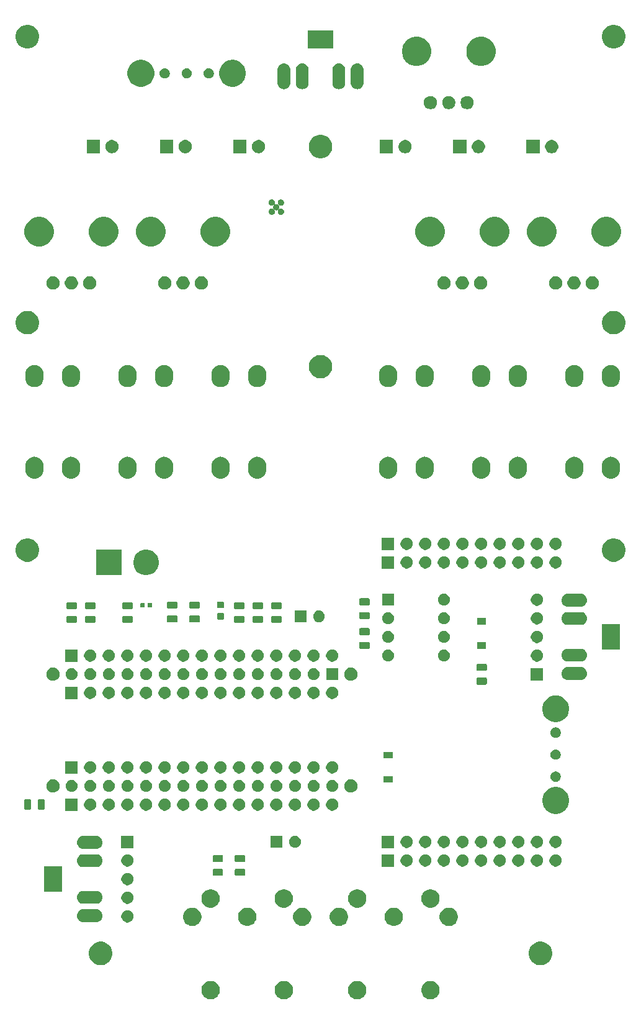
<source format=gbr>
G04 #@! TF.GenerationSoftware,KiCad,Pcbnew,(5.1.5)-3*
G04 #@! TF.CreationDate,2021-12-15T09:54:58+00:00*
G04 #@! TF.ProjectId,drumkid,6472756d-6b69-4642-9e6b-696361645f70,rev?*
G04 #@! TF.SameCoordinates,Original*
G04 #@! TF.FileFunction,Soldermask,Bot*
G04 #@! TF.FilePolarity,Negative*
%FSLAX46Y46*%
G04 Gerber Fmt 4.6, Leading zero omitted, Abs format (unit mm)*
G04 Created by KiCad (PCBNEW (5.1.5)-3) date 2021-12-15 09:54:58*
%MOMM*%
%LPD*%
G04 APERTURE LIST*
%ADD10C,0.010000*%
%ADD11C,0.100000*%
G04 APERTURE END LIST*
D10*
G36*
X93299652Y-58454081D02*
G01*
X93201462Y-58464141D01*
X93115160Y-58492141D01*
X93041552Y-58537703D01*
X92981449Y-58600447D01*
X92978474Y-58604497D01*
X92940521Y-58674276D01*
X92918682Y-58753166D01*
X92912538Y-58836611D01*
X92921671Y-58920058D01*
X92945665Y-58998952D01*
X92984100Y-59068739D01*
X93025329Y-59115280D01*
X93098223Y-59166761D01*
X93181631Y-59201032D01*
X93271268Y-59217276D01*
X93362848Y-59214678D01*
X93444548Y-59195147D01*
X93530575Y-59155189D01*
X93598904Y-59102067D01*
X93649299Y-59036145D01*
X93681524Y-58957782D01*
X93695343Y-58867340D01*
X93694949Y-58811455D01*
X93679881Y-58720708D01*
X93645878Y-58641317D01*
X93593005Y-58573373D01*
X93521326Y-58516969D01*
X93467521Y-58487857D01*
X93426877Y-58470114D01*
X93393097Y-58459780D01*
X93357077Y-58455022D01*
X93309714Y-58454010D01*
X93299652Y-58454081D01*
G37*
X93299652Y-58454081D02*
X93201462Y-58464141D01*
X93115160Y-58492141D01*
X93041552Y-58537703D01*
X92981449Y-58600447D01*
X92978474Y-58604497D01*
X92940521Y-58674276D01*
X92918682Y-58753166D01*
X92912538Y-58836611D01*
X92921671Y-58920058D01*
X92945665Y-58998952D01*
X92984100Y-59068739D01*
X93025329Y-59115280D01*
X93098223Y-59166761D01*
X93181631Y-59201032D01*
X93271268Y-59217276D01*
X93362848Y-59214678D01*
X93444548Y-59195147D01*
X93530575Y-59155189D01*
X93598904Y-59102067D01*
X93649299Y-59036145D01*
X93681524Y-58957782D01*
X93695343Y-58867340D01*
X93694949Y-58811455D01*
X93679881Y-58720708D01*
X93645878Y-58641317D01*
X93593005Y-58573373D01*
X93521326Y-58516969D01*
X93467521Y-58487857D01*
X93426877Y-58470114D01*
X93393097Y-58459780D01*
X93357077Y-58455022D01*
X93309714Y-58454010D01*
X93299652Y-58454081D01*
G36*
X94488812Y-57216152D02*
G01*
X94450600Y-57218908D01*
X94420357Y-57225085D01*
X94391031Y-57235982D01*
X94365489Y-57247985D01*
X94287069Y-57295768D01*
X94227819Y-57353383D01*
X94186846Y-57422294D01*
X94163256Y-57503966D01*
X94156140Y-57591000D01*
X94160660Y-57672577D01*
X94176560Y-57739785D01*
X94206015Y-57798332D01*
X94251197Y-57853926D01*
X94259523Y-57862421D01*
X94331509Y-57919302D01*
X94413793Y-57957382D01*
X94504003Y-57975948D01*
X94599768Y-57974291D01*
X94622003Y-57971030D01*
X94699880Y-57949201D01*
X94772430Y-57912802D01*
X94834922Y-57865095D01*
X94882626Y-57809343D01*
X94899284Y-57779829D01*
X94926266Y-57700373D01*
X94937594Y-57614388D01*
X94933266Y-57528289D01*
X94913283Y-57448493D01*
X94899327Y-57416631D01*
X94865223Y-57366698D01*
X94815943Y-57316600D01*
X94757617Y-57271983D01*
X94715762Y-57247577D01*
X94683942Y-57232528D01*
X94656019Y-57223072D01*
X94625097Y-57217938D01*
X94584280Y-57215851D01*
X94542043Y-57215521D01*
X94488812Y-57216152D01*
G37*
X94488812Y-57216152D02*
X94450600Y-57218908D01*
X94420357Y-57225085D01*
X94391031Y-57235982D01*
X94365489Y-57247985D01*
X94287069Y-57295768D01*
X94227819Y-57353383D01*
X94186846Y-57422294D01*
X94163256Y-57503966D01*
X94156140Y-57591000D01*
X94160660Y-57672577D01*
X94176560Y-57739785D01*
X94206015Y-57798332D01*
X94251197Y-57853926D01*
X94259523Y-57862421D01*
X94331509Y-57919302D01*
X94413793Y-57957382D01*
X94504003Y-57975948D01*
X94599768Y-57974291D01*
X94622003Y-57971030D01*
X94699880Y-57949201D01*
X94772430Y-57912802D01*
X94834922Y-57865095D01*
X94882626Y-57809343D01*
X94899284Y-57779829D01*
X94926266Y-57700373D01*
X94937594Y-57614388D01*
X94933266Y-57528289D01*
X94913283Y-57448493D01*
X94899327Y-57416631D01*
X94865223Y-57366698D01*
X94815943Y-57316600D01*
X94757617Y-57271983D01*
X94715762Y-57247577D01*
X94683942Y-57232528D01*
X94656019Y-57223072D01*
X94625097Y-57217938D01*
X94584280Y-57215851D01*
X94542043Y-57215521D01*
X94488812Y-57216152D01*
G36*
X93246619Y-57216343D02*
G01*
X93207834Y-57219766D01*
X93175490Y-57227226D01*
X93141778Y-57240160D01*
X93125259Y-57247605D01*
X93054349Y-57290460D01*
X92994428Y-57346757D01*
X92949640Y-57412020D01*
X92930265Y-57458204D01*
X92916933Y-57523445D01*
X92913384Y-57597017D01*
X92919209Y-57670822D01*
X92933996Y-57736763D01*
X92945925Y-57767002D01*
X92992869Y-57839287D01*
X93056270Y-57898428D01*
X93133628Y-57942613D01*
X93222443Y-57970031D01*
X93227581Y-57971012D01*
X93267398Y-57977959D01*
X93296333Y-57980925D01*
X93323818Y-57979936D01*
X93359285Y-57975021D01*
X93380816Y-57971459D01*
X93464566Y-57947374D01*
X93541076Y-57905987D01*
X93606153Y-57850320D01*
X93655605Y-57783395D01*
X93664085Y-57767229D01*
X93677003Y-57737309D01*
X93685074Y-57707573D01*
X93689396Y-57671327D01*
X93691071Y-57621876D01*
X93691227Y-57602043D01*
X93690806Y-57548630D01*
X93688201Y-57510377D01*
X93682209Y-57480378D01*
X93671625Y-57451727D01*
X93661100Y-57429306D01*
X93615358Y-57359435D01*
X93552683Y-57298174D01*
X93477851Y-57250066D01*
X93467238Y-57244901D01*
X93433222Y-57230423D01*
X93401845Y-57221588D01*
X93365600Y-57217079D01*
X93316975Y-57215581D01*
X93299652Y-57215521D01*
X93246619Y-57216343D01*
G37*
X93246619Y-57216343D02*
X93207834Y-57219766D01*
X93175490Y-57227226D01*
X93141778Y-57240160D01*
X93125259Y-57247605D01*
X93054349Y-57290460D01*
X92994428Y-57346757D01*
X92949640Y-57412020D01*
X92930265Y-57458204D01*
X92916933Y-57523445D01*
X92913384Y-57597017D01*
X92919209Y-57670822D01*
X92933996Y-57736763D01*
X92945925Y-57767002D01*
X92992869Y-57839287D01*
X93056270Y-57898428D01*
X93133628Y-57942613D01*
X93222443Y-57970031D01*
X93227581Y-57971012D01*
X93267398Y-57977959D01*
X93296333Y-57980925D01*
X93323818Y-57979936D01*
X93359285Y-57975021D01*
X93380816Y-57971459D01*
X93464566Y-57947374D01*
X93541076Y-57905987D01*
X93606153Y-57850320D01*
X93655605Y-57783395D01*
X93664085Y-57767229D01*
X93677003Y-57737309D01*
X93685074Y-57707573D01*
X93689396Y-57671327D01*
X93691071Y-57621876D01*
X93691227Y-57602043D01*
X93690806Y-57548630D01*
X93688201Y-57510377D01*
X93682209Y-57480378D01*
X93671625Y-57451727D01*
X93661100Y-57429306D01*
X93615358Y-57359435D01*
X93552683Y-57298174D01*
X93477851Y-57250066D01*
X93467238Y-57244901D01*
X93433222Y-57230423D01*
X93401845Y-57221588D01*
X93365600Y-57217079D01*
X93316975Y-57215581D01*
X93299652Y-57215521D01*
X93246619Y-57216343D01*
G36*
X94435482Y-58464478D02*
G01*
X94352062Y-58496439D01*
X94275490Y-58547297D01*
X94250422Y-58570039D01*
X94202335Y-58631186D01*
X94171585Y-58703804D01*
X94157561Y-58789537D01*
X94156493Y-58822347D01*
X94157942Y-58872365D01*
X94162092Y-58919831D01*
X94168114Y-58955890D01*
X94169497Y-58961044D01*
X94202691Y-59035580D01*
X94253012Y-59099628D01*
X94317373Y-59151604D01*
X94392688Y-59189918D01*
X94475868Y-59212985D01*
X94563828Y-59219218D01*
X94649762Y-59207923D01*
X94725029Y-59180698D01*
X94794565Y-59137721D01*
X94853909Y-59082846D01*
X94898600Y-59019928D01*
X94917725Y-58976400D01*
X94932940Y-58906416D01*
X94937078Y-58828014D01*
X94930114Y-58751337D01*
X94918415Y-58703502D01*
X94891309Y-58647334D01*
X94848379Y-58589971D01*
X94844147Y-58585274D01*
X94774124Y-58523973D01*
X94695070Y-58481162D01*
X94610162Y-58456921D01*
X94522574Y-58451333D01*
X94435482Y-58464478D01*
G37*
X94435482Y-58464478D02*
X94352062Y-58496439D01*
X94275490Y-58547297D01*
X94250422Y-58570039D01*
X94202335Y-58631186D01*
X94171585Y-58703804D01*
X94157561Y-58789537D01*
X94156493Y-58822347D01*
X94157942Y-58872365D01*
X94162092Y-58919831D01*
X94168114Y-58955890D01*
X94169497Y-58961044D01*
X94202691Y-59035580D01*
X94253012Y-59099628D01*
X94317373Y-59151604D01*
X94392688Y-59189918D01*
X94475868Y-59212985D01*
X94563828Y-59219218D01*
X94649762Y-59207923D01*
X94725029Y-59180698D01*
X94794565Y-59137721D01*
X94853909Y-59082846D01*
X94898600Y-59019928D01*
X94917725Y-58976400D01*
X94932940Y-58906416D01*
X94937078Y-58828014D01*
X94930114Y-58751337D01*
X94918415Y-58703502D01*
X94891309Y-58647334D01*
X94848379Y-58589971D01*
X94844147Y-58585274D01*
X94774124Y-58523973D01*
X94695070Y-58481162D01*
X94610162Y-58456921D01*
X94522574Y-58451333D01*
X94435482Y-58464478D01*
G36*
X93829731Y-57841204D02*
G01*
X93800727Y-57849018D01*
X93712610Y-57886132D01*
X93641541Y-57937157D01*
X93587924Y-58001485D01*
X93552161Y-58078504D01*
X93534658Y-58167608D01*
X93534315Y-58250696D01*
X93550899Y-58338643D01*
X93586214Y-58418042D01*
X93638204Y-58486130D01*
X93704812Y-58540145D01*
X93775201Y-58574315D01*
X93830989Y-58588138D01*
X93897593Y-58595687D01*
X93964459Y-58596272D01*
X94016927Y-58590111D01*
X94101646Y-58562182D01*
X94176286Y-58517380D01*
X94237718Y-58458275D01*
X94282815Y-58387436D01*
X94293122Y-58363146D01*
X94310250Y-58295077D01*
X94315666Y-58218729D01*
X94309691Y-58142002D01*
X94292651Y-58072795D01*
X94280011Y-58043339D01*
X94230602Y-57970396D01*
X94166379Y-57911306D01*
X94090763Y-57867457D01*
X94007170Y-57840232D01*
X93919020Y-57831019D01*
X93829731Y-57841204D01*
G37*
X93829731Y-57841204D02*
X93800727Y-57849018D01*
X93712610Y-57886132D01*
X93641541Y-57937157D01*
X93587924Y-58001485D01*
X93552161Y-58078504D01*
X93534658Y-58167608D01*
X93534315Y-58250696D01*
X93550899Y-58338643D01*
X93586214Y-58418042D01*
X93638204Y-58486130D01*
X93704812Y-58540145D01*
X93775201Y-58574315D01*
X93830989Y-58588138D01*
X93897593Y-58595687D01*
X93964459Y-58596272D01*
X94016927Y-58590111D01*
X94101646Y-58562182D01*
X94176286Y-58517380D01*
X94237718Y-58458275D01*
X94282815Y-58387436D01*
X94293122Y-58363146D01*
X94310250Y-58295077D01*
X94315666Y-58218729D01*
X94309691Y-58142002D01*
X94292651Y-58072795D01*
X94280011Y-58043339D01*
X94230602Y-57970396D01*
X94166379Y-57911306D01*
X94090763Y-57867457D01*
X94007170Y-57840232D01*
X93919020Y-57831019D01*
X93829731Y-57841204D01*
D11*
G36*
X95364518Y-163798344D02*
G01*
X95591946Y-163892548D01*
X95796625Y-164029310D01*
X95970690Y-164203375D01*
X96107452Y-164408054D01*
X96201656Y-164635482D01*
X96249680Y-164876917D01*
X96249680Y-165123083D01*
X96201656Y-165364518D01*
X96107452Y-165591946D01*
X95970690Y-165796625D01*
X95796625Y-165970690D01*
X95591946Y-166107452D01*
X95364518Y-166201656D01*
X95123083Y-166249680D01*
X94876917Y-166249680D01*
X94635482Y-166201656D01*
X94408054Y-166107452D01*
X94203375Y-165970690D01*
X94029310Y-165796625D01*
X93892548Y-165591946D01*
X93798344Y-165364518D01*
X93750320Y-165123083D01*
X93750320Y-164876917D01*
X93798344Y-164635482D01*
X93892548Y-164408054D01*
X94029310Y-164203375D01*
X94203375Y-164029310D01*
X94408054Y-163892548D01*
X94635482Y-163798344D01*
X94876917Y-163750320D01*
X95123083Y-163750320D01*
X95364518Y-163798344D01*
G37*
G36*
X105364518Y-163798344D02*
G01*
X105591946Y-163892548D01*
X105796625Y-164029310D01*
X105970690Y-164203375D01*
X106107452Y-164408054D01*
X106201656Y-164635482D01*
X106249680Y-164876917D01*
X106249680Y-165123083D01*
X106201656Y-165364518D01*
X106107452Y-165591946D01*
X105970690Y-165796625D01*
X105796625Y-165970690D01*
X105591946Y-166107452D01*
X105364518Y-166201656D01*
X105123083Y-166249680D01*
X104876917Y-166249680D01*
X104635482Y-166201656D01*
X104408054Y-166107452D01*
X104203375Y-165970690D01*
X104029310Y-165796625D01*
X103892548Y-165591946D01*
X103798344Y-165364518D01*
X103750320Y-165123083D01*
X103750320Y-164876917D01*
X103798344Y-164635482D01*
X103892548Y-164408054D01*
X104029310Y-164203375D01*
X104203375Y-164029310D01*
X104408054Y-163892548D01*
X104635482Y-163798344D01*
X104876917Y-163750320D01*
X105123083Y-163750320D01*
X105364518Y-163798344D01*
G37*
G36*
X115367038Y-163798344D02*
G01*
X115594466Y-163892548D01*
X115799145Y-164029310D01*
X115973210Y-164203375D01*
X116109972Y-164408054D01*
X116204176Y-164635482D01*
X116252200Y-164876917D01*
X116252200Y-165123083D01*
X116204176Y-165364518D01*
X116109972Y-165591946D01*
X115973210Y-165796625D01*
X115799145Y-165970690D01*
X115594466Y-166107452D01*
X115367038Y-166201656D01*
X115125603Y-166249680D01*
X114879437Y-166249680D01*
X114638002Y-166201656D01*
X114410574Y-166107452D01*
X114205895Y-165970690D01*
X114031830Y-165796625D01*
X113895068Y-165591946D01*
X113800864Y-165364518D01*
X113752840Y-165123083D01*
X113752840Y-164876917D01*
X113800864Y-164635482D01*
X113895068Y-164408054D01*
X114031830Y-164203375D01*
X114205895Y-164029310D01*
X114410574Y-163892548D01*
X114638002Y-163798344D01*
X114879437Y-163750320D01*
X115125603Y-163750320D01*
X115367038Y-163798344D01*
G37*
G36*
X85361998Y-163798344D02*
G01*
X85589426Y-163892548D01*
X85794105Y-164029310D01*
X85968170Y-164203375D01*
X86104932Y-164408054D01*
X86199136Y-164635482D01*
X86247160Y-164876917D01*
X86247160Y-165123083D01*
X86199136Y-165364518D01*
X86104932Y-165591946D01*
X85968170Y-165796625D01*
X85794105Y-165970690D01*
X85589426Y-166107452D01*
X85361998Y-166201656D01*
X85120563Y-166249680D01*
X84874397Y-166249680D01*
X84632962Y-166201656D01*
X84405534Y-166107452D01*
X84200855Y-165970690D01*
X84026790Y-165796625D01*
X83890028Y-165591946D01*
X83795824Y-165364518D01*
X83747800Y-165123083D01*
X83747800Y-164876917D01*
X83795824Y-164635482D01*
X83890028Y-164408054D01*
X84026790Y-164203375D01*
X84200855Y-164029310D01*
X84405534Y-163892548D01*
X84632962Y-163798344D01*
X84874397Y-163750320D01*
X85120563Y-163750320D01*
X85361998Y-163798344D01*
G37*
G36*
X130466703Y-158461486D02*
G01*
X130757883Y-158582097D01*
X131019940Y-158757198D01*
X131242802Y-158980060D01*
X131417903Y-159242117D01*
X131538514Y-159533297D01*
X131600000Y-159842412D01*
X131600000Y-160157588D01*
X131538514Y-160466703D01*
X131417903Y-160757883D01*
X131242802Y-161019940D01*
X131019940Y-161242802D01*
X130757883Y-161417903D01*
X130466703Y-161538514D01*
X130157588Y-161600000D01*
X129842412Y-161600000D01*
X129533297Y-161538514D01*
X129242117Y-161417903D01*
X128980060Y-161242802D01*
X128757198Y-161019940D01*
X128582097Y-160757883D01*
X128461486Y-160466703D01*
X128400000Y-160157588D01*
X128400000Y-159842412D01*
X128461486Y-159533297D01*
X128582097Y-159242117D01*
X128757198Y-158980060D01*
X128980060Y-158757198D01*
X129242117Y-158582097D01*
X129533297Y-158461486D01*
X129842412Y-158400000D01*
X130157588Y-158400000D01*
X130466703Y-158461486D01*
G37*
G36*
X70466703Y-158461486D02*
G01*
X70757883Y-158582097D01*
X71019940Y-158757198D01*
X71242802Y-158980060D01*
X71417903Y-159242117D01*
X71538514Y-159533297D01*
X71600000Y-159842412D01*
X71600000Y-160157588D01*
X71538514Y-160466703D01*
X71417903Y-160757883D01*
X71242802Y-161019940D01*
X71019940Y-161242802D01*
X70757883Y-161417903D01*
X70466703Y-161538514D01*
X70157588Y-161600000D01*
X69842412Y-161600000D01*
X69533297Y-161538514D01*
X69242117Y-161417903D01*
X68980060Y-161242802D01*
X68757198Y-161019940D01*
X68582097Y-160757883D01*
X68461486Y-160466703D01*
X68400000Y-160157588D01*
X68400000Y-159842412D01*
X68461486Y-159533297D01*
X68582097Y-159242117D01*
X68757198Y-158980060D01*
X68980060Y-158757198D01*
X69242117Y-158582097D01*
X69533297Y-158461486D01*
X69842412Y-158400000D01*
X70157588Y-158400000D01*
X70466703Y-158461486D01*
G37*
G36*
X117863858Y-153803444D02*
G01*
X118091286Y-153897648D01*
X118295965Y-154034410D01*
X118470030Y-154208475D01*
X118606792Y-154413154D01*
X118700996Y-154640582D01*
X118749020Y-154882017D01*
X118749020Y-155128183D01*
X118700996Y-155369618D01*
X118606792Y-155597046D01*
X118470030Y-155801725D01*
X118295965Y-155975790D01*
X118091286Y-156112552D01*
X117863858Y-156206756D01*
X117622423Y-156254780D01*
X117376257Y-156254780D01*
X117134822Y-156206756D01*
X116907394Y-156112552D01*
X116702715Y-155975790D01*
X116528650Y-155801725D01*
X116391888Y-155597046D01*
X116297684Y-155369618D01*
X116249660Y-155128183D01*
X116249660Y-154882017D01*
X116297684Y-154640582D01*
X116391888Y-154413154D01*
X116528650Y-154208475D01*
X116702715Y-154034410D01*
X116907394Y-153897648D01*
X117134822Y-153803444D01*
X117376257Y-153755420D01*
X117622423Y-153755420D01*
X117863858Y-153803444D01*
G37*
G36*
X97861338Y-153803444D02*
G01*
X98088766Y-153897648D01*
X98293445Y-154034410D01*
X98467510Y-154208475D01*
X98604272Y-154413154D01*
X98698476Y-154640582D01*
X98746500Y-154882017D01*
X98746500Y-155128183D01*
X98698476Y-155369618D01*
X98604272Y-155597046D01*
X98467510Y-155801725D01*
X98293445Y-155975790D01*
X98088766Y-156112552D01*
X97861338Y-156206756D01*
X97619903Y-156254780D01*
X97373737Y-156254780D01*
X97132302Y-156206756D01*
X96904874Y-156112552D01*
X96700195Y-155975790D01*
X96526130Y-155801725D01*
X96389368Y-155597046D01*
X96295164Y-155369618D01*
X96247140Y-155128183D01*
X96247140Y-154882017D01*
X96295164Y-154640582D01*
X96389368Y-154413154D01*
X96526130Y-154208475D01*
X96700195Y-154034410D01*
X96904874Y-153897648D01*
X97132302Y-153803444D01*
X97373737Y-153755420D01*
X97619903Y-153755420D01*
X97861338Y-153803444D01*
G37*
G36*
X82865178Y-153803444D02*
G01*
X83092606Y-153897648D01*
X83297285Y-154034410D01*
X83471350Y-154208475D01*
X83608112Y-154413154D01*
X83702316Y-154640582D01*
X83750340Y-154882017D01*
X83750340Y-155128183D01*
X83702316Y-155369618D01*
X83608112Y-155597046D01*
X83471350Y-155801725D01*
X83297285Y-155975790D01*
X83092606Y-156112552D01*
X82865178Y-156206756D01*
X82623743Y-156254780D01*
X82377577Y-156254780D01*
X82136142Y-156206756D01*
X81908714Y-156112552D01*
X81704035Y-155975790D01*
X81529970Y-155801725D01*
X81393208Y-155597046D01*
X81299004Y-155369618D01*
X81250980Y-155128183D01*
X81250980Y-154882017D01*
X81299004Y-154640582D01*
X81393208Y-154413154D01*
X81529970Y-154208475D01*
X81704035Y-154034410D01*
X81908714Y-153897648D01*
X82136142Y-153803444D01*
X82377577Y-153755420D01*
X82623743Y-153755420D01*
X82865178Y-153803444D01*
G37*
G36*
X102867698Y-153803444D02*
G01*
X103095126Y-153897648D01*
X103299805Y-154034410D01*
X103473870Y-154208475D01*
X103610632Y-154413154D01*
X103704836Y-154640582D01*
X103752860Y-154882017D01*
X103752860Y-155128183D01*
X103704836Y-155369618D01*
X103610632Y-155597046D01*
X103473870Y-155801725D01*
X103299805Y-155975790D01*
X103095126Y-156112552D01*
X102867698Y-156206756D01*
X102626263Y-156254780D01*
X102380097Y-156254780D01*
X102138662Y-156206756D01*
X101911234Y-156112552D01*
X101706555Y-155975790D01*
X101532490Y-155801725D01*
X101395728Y-155597046D01*
X101301524Y-155369618D01*
X101253500Y-155128183D01*
X101253500Y-154882017D01*
X101301524Y-154640582D01*
X101395728Y-154413154D01*
X101532490Y-154208475D01*
X101706555Y-154034410D01*
X101911234Y-153897648D01*
X102138662Y-153803444D01*
X102380097Y-153755420D01*
X102626263Y-153755420D01*
X102867698Y-153803444D01*
G37*
G36*
X110365778Y-153800904D02*
G01*
X110593206Y-153895108D01*
X110797885Y-154031870D01*
X110971950Y-154205935D01*
X111108712Y-154410614D01*
X111202916Y-154638042D01*
X111250940Y-154879477D01*
X111250940Y-155125643D01*
X111202916Y-155367078D01*
X111108712Y-155594506D01*
X110971950Y-155799185D01*
X110797885Y-155973250D01*
X110593206Y-156110012D01*
X110365778Y-156204216D01*
X110124343Y-156252240D01*
X109878177Y-156252240D01*
X109636742Y-156204216D01*
X109409314Y-156110012D01*
X109204635Y-155973250D01*
X109030570Y-155799185D01*
X108893808Y-155594506D01*
X108799604Y-155367078D01*
X108751580Y-155125643D01*
X108751580Y-154879477D01*
X108799604Y-154638042D01*
X108893808Y-154410614D01*
X109030570Y-154205935D01*
X109204635Y-154031870D01*
X109409314Y-153895108D01*
X109636742Y-153800904D01*
X109878177Y-153752880D01*
X110124343Y-153752880D01*
X110365778Y-153800904D01*
G37*
G36*
X90363258Y-153800904D02*
G01*
X90590686Y-153895108D01*
X90795365Y-154031870D01*
X90969430Y-154205935D01*
X91106192Y-154410614D01*
X91200396Y-154638042D01*
X91248420Y-154879477D01*
X91248420Y-155125643D01*
X91200396Y-155367078D01*
X91106192Y-155594506D01*
X90969430Y-155799185D01*
X90795365Y-155973250D01*
X90590686Y-156110012D01*
X90363258Y-156204216D01*
X90121823Y-156252240D01*
X89875657Y-156252240D01*
X89634222Y-156204216D01*
X89406794Y-156110012D01*
X89202115Y-155973250D01*
X89028050Y-155799185D01*
X88891288Y-155594506D01*
X88797084Y-155367078D01*
X88749060Y-155125643D01*
X88749060Y-154879477D01*
X88797084Y-154638042D01*
X88891288Y-154410614D01*
X89028050Y-154205935D01*
X89202115Y-154031870D01*
X89406794Y-153895108D01*
X89634222Y-153800904D01*
X89875657Y-153752880D01*
X90121823Y-153752880D01*
X90363258Y-153800904D01*
G37*
G36*
X73907935Y-154122664D02*
G01*
X74062624Y-154186739D01*
X74062626Y-154186740D01*
X74201844Y-154279762D01*
X74320238Y-154398156D01*
X74404011Y-154523532D01*
X74413261Y-154537376D01*
X74477336Y-154692065D01*
X74510000Y-154856281D01*
X74510000Y-155023719D01*
X74477336Y-155187935D01*
X74413261Y-155342624D01*
X74413260Y-155342626D01*
X74320238Y-155481844D01*
X74201844Y-155600238D01*
X74062626Y-155693260D01*
X74062625Y-155693261D01*
X74062624Y-155693261D01*
X73907935Y-155757336D01*
X73743719Y-155790000D01*
X73576281Y-155790000D01*
X73412065Y-155757336D01*
X73257376Y-155693261D01*
X73257375Y-155693261D01*
X73257374Y-155693260D01*
X73118156Y-155600238D01*
X72999762Y-155481844D01*
X72906740Y-155342626D01*
X72906739Y-155342624D01*
X72842664Y-155187935D01*
X72810000Y-155023719D01*
X72810000Y-154856281D01*
X72842664Y-154692065D01*
X72906739Y-154537376D01*
X72915989Y-154523532D01*
X72999762Y-154398156D01*
X73118156Y-154279762D01*
X73257374Y-154186740D01*
X73257376Y-154186739D01*
X73412065Y-154122664D01*
X73576281Y-154090000D01*
X73743719Y-154090000D01*
X73907935Y-154122664D01*
G37*
G36*
X69466829Y-153989220D02*
G01*
X69552530Y-153997661D01*
X69717468Y-154047695D01*
X69869476Y-154128944D01*
X70002712Y-154238288D01*
X70112056Y-154371524D01*
X70193305Y-154523532D01*
X70243339Y-154688470D01*
X70260233Y-154860000D01*
X70243339Y-155031530D01*
X70193305Y-155196468D01*
X70112056Y-155348476D01*
X70002712Y-155481712D01*
X69869476Y-155591056D01*
X69717468Y-155672305D01*
X69552530Y-155722339D01*
X69466829Y-155730780D01*
X69423980Y-155735000D01*
X67588020Y-155735000D01*
X67545171Y-155730780D01*
X67459470Y-155722339D01*
X67294532Y-155672305D01*
X67142524Y-155591056D01*
X67009288Y-155481712D01*
X66899944Y-155348476D01*
X66818695Y-155196468D01*
X66768661Y-155031530D01*
X66751767Y-154860000D01*
X66768661Y-154688470D01*
X66818695Y-154523532D01*
X66899944Y-154371524D01*
X67009288Y-154238288D01*
X67142524Y-154128944D01*
X67294532Y-154047695D01*
X67459470Y-153997661D01*
X67545171Y-153989220D01*
X67588020Y-153985000D01*
X69423980Y-153985000D01*
X69466829Y-153989220D01*
G37*
G36*
X85367078Y-151301544D02*
G01*
X85594506Y-151395748D01*
X85799185Y-151532510D01*
X85973250Y-151706575D01*
X86110012Y-151911254D01*
X86204216Y-152138682D01*
X86252240Y-152380117D01*
X86252240Y-152626283D01*
X86204216Y-152867718D01*
X86110012Y-153095146D01*
X85973250Y-153299825D01*
X85799185Y-153473890D01*
X85594506Y-153610652D01*
X85367078Y-153704856D01*
X85125643Y-153752880D01*
X84879477Y-153752880D01*
X84638042Y-153704856D01*
X84410614Y-153610652D01*
X84205935Y-153473890D01*
X84031870Y-153299825D01*
X83895108Y-153095146D01*
X83800904Y-152867718D01*
X83752880Y-152626283D01*
X83752880Y-152380117D01*
X83800904Y-152138682D01*
X83895108Y-151911254D01*
X84031870Y-151706575D01*
X84205935Y-151532510D01*
X84410614Y-151395748D01*
X84638042Y-151301544D01*
X84879477Y-151253520D01*
X85125643Y-151253520D01*
X85367078Y-151301544D01*
G37*
G36*
X115361958Y-151301544D02*
G01*
X115589386Y-151395748D01*
X115794065Y-151532510D01*
X115968130Y-151706575D01*
X116104892Y-151911254D01*
X116199096Y-152138682D01*
X116247120Y-152380117D01*
X116247120Y-152626283D01*
X116199096Y-152867718D01*
X116104892Y-153095146D01*
X115968130Y-153299825D01*
X115794065Y-153473890D01*
X115589386Y-153610652D01*
X115361958Y-153704856D01*
X115120523Y-153752880D01*
X114874357Y-153752880D01*
X114632922Y-153704856D01*
X114405494Y-153610652D01*
X114200815Y-153473890D01*
X114026750Y-153299825D01*
X113889988Y-153095146D01*
X113795784Y-152867718D01*
X113747760Y-152626283D01*
X113747760Y-152380117D01*
X113795784Y-152138682D01*
X113889988Y-151911254D01*
X114026750Y-151706575D01*
X114200815Y-151532510D01*
X114405494Y-151395748D01*
X114632922Y-151301544D01*
X114874357Y-151253520D01*
X115120523Y-151253520D01*
X115361958Y-151301544D01*
G37*
G36*
X105369598Y-151301544D02*
G01*
X105597026Y-151395748D01*
X105801705Y-151532510D01*
X105975770Y-151706575D01*
X106112532Y-151911254D01*
X106206736Y-152138682D01*
X106254760Y-152380117D01*
X106254760Y-152626283D01*
X106206736Y-152867718D01*
X106112532Y-153095146D01*
X105975770Y-153299825D01*
X105801705Y-153473890D01*
X105597026Y-153610652D01*
X105369598Y-153704856D01*
X105128163Y-153752880D01*
X104881997Y-153752880D01*
X104640562Y-153704856D01*
X104413134Y-153610652D01*
X104208455Y-153473890D01*
X104034390Y-153299825D01*
X103897628Y-153095146D01*
X103803424Y-152867718D01*
X103755400Y-152626283D01*
X103755400Y-152380117D01*
X103803424Y-152138682D01*
X103897628Y-151911254D01*
X104034390Y-151706575D01*
X104208455Y-151532510D01*
X104413134Y-151395748D01*
X104640562Y-151301544D01*
X104881997Y-151253520D01*
X105128163Y-151253520D01*
X105369598Y-151301544D01*
G37*
G36*
X95359438Y-151301544D02*
G01*
X95586866Y-151395748D01*
X95791545Y-151532510D01*
X95965610Y-151706575D01*
X96102372Y-151911254D01*
X96196576Y-152138682D01*
X96244600Y-152380117D01*
X96244600Y-152626283D01*
X96196576Y-152867718D01*
X96102372Y-153095146D01*
X95965610Y-153299825D01*
X95791545Y-153473890D01*
X95586866Y-153610652D01*
X95359438Y-153704856D01*
X95118003Y-153752880D01*
X94871837Y-153752880D01*
X94630402Y-153704856D01*
X94402974Y-153610652D01*
X94198295Y-153473890D01*
X94024230Y-153299825D01*
X93887468Y-153095146D01*
X93793264Y-152867718D01*
X93745240Y-152626283D01*
X93745240Y-152380117D01*
X93793264Y-152138682D01*
X93887468Y-151911254D01*
X94024230Y-151706575D01*
X94198295Y-151532510D01*
X94402974Y-151395748D01*
X94630402Y-151301544D01*
X94871837Y-151253520D01*
X95118003Y-151253520D01*
X95359438Y-151301544D01*
G37*
G36*
X73907935Y-151582664D02*
G01*
X74062624Y-151646739D01*
X74062626Y-151646740D01*
X74201844Y-151739762D01*
X74320238Y-151858156D01*
X74413260Y-151997374D01*
X74413261Y-151997376D01*
X74477336Y-152152065D01*
X74510000Y-152316281D01*
X74510000Y-152483719D01*
X74477336Y-152647935D01*
X74413261Y-152802624D01*
X74413260Y-152802626D01*
X74320238Y-152941844D01*
X74201844Y-153060238D01*
X74062626Y-153153260D01*
X74062625Y-153153261D01*
X74062624Y-153153261D01*
X73907935Y-153217336D01*
X73743719Y-153250000D01*
X73576281Y-153250000D01*
X73412065Y-153217336D01*
X73257376Y-153153261D01*
X73257375Y-153153261D01*
X73257374Y-153153260D01*
X73118156Y-153060238D01*
X72999762Y-152941844D01*
X72906740Y-152802626D01*
X72906739Y-152802624D01*
X72842664Y-152647935D01*
X72810000Y-152483719D01*
X72810000Y-152316281D01*
X72842664Y-152152065D01*
X72906739Y-151997376D01*
X72906740Y-151997374D01*
X72999762Y-151858156D01*
X73118156Y-151739762D01*
X73257374Y-151646740D01*
X73257376Y-151646739D01*
X73412065Y-151582664D01*
X73576281Y-151550000D01*
X73743719Y-151550000D01*
X73907935Y-151582664D01*
G37*
G36*
X69466829Y-151489220D02*
G01*
X69552530Y-151497661D01*
X69717468Y-151547695D01*
X69717470Y-151547696D01*
X69768137Y-151574778D01*
X69869476Y-151628944D01*
X70002712Y-151738288D01*
X70112056Y-151871524D01*
X70112058Y-151871528D01*
X70179325Y-151997376D01*
X70193305Y-152023532D01*
X70243339Y-152188470D01*
X70260233Y-152360000D01*
X70243339Y-152531530D01*
X70193305Y-152696468D01*
X70112056Y-152848476D01*
X70002712Y-152981712D01*
X69869476Y-153091056D01*
X69717468Y-153172305D01*
X69552530Y-153222339D01*
X69466829Y-153230780D01*
X69423980Y-153235000D01*
X67588020Y-153235000D01*
X67545171Y-153230780D01*
X67459470Y-153222339D01*
X67294532Y-153172305D01*
X67142524Y-153091056D01*
X67009288Y-152981712D01*
X66899944Y-152848476D01*
X66818695Y-152696468D01*
X66768661Y-152531530D01*
X66751767Y-152360000D01*
X66768661Y-152188470D01*
X66818695Y-152023532D01*
X66832676Y-151997376D01*
X66899942Y-151871528D01*
X66899944Y-151871524D01*
X67009288Y-151738288D01*
X67142524Y-151628944D01*
X67243863Y-151574778D01*
X67294530Y-151547696D01*
X67294532Y-151547695D01*
X67459470Y-151497661D01*
X67545171Y-151489220D01*
X67588020Y-151485000D01*
X69423980Y-151485000D01*
X69466829Y-151489220D01*
G37*
G36*
X64750000Y-151610000D02*
G01*
X62250000Y-151610000D01*
X62250000Y-148110000D01*
X64750000Y-148110000D01*
X64750000Y-151610000D01*
G37*
G36*
X73907935Y-149042664D02*
G01*
X74062624Y-149106739D01*
X74062626Y-149106740D01*
X74201844Y-149199762D01*
X74320238Y-149318156D01*
X74391628Y-149425000D01*
X74413261Y-149457376D01*
X74477336Y-149612065D01*
X74510000Y-149776281D01*
X74510000Y-149943719D01*
X74477336Y-150107935D01*
X74413261Y-150262624D01*
X74413260Y-150262626D01*
X74320238Y-150401844D01*
X74201844Y-150520238D01*
X74062626Y-150613260D01*
X74062625Y-150613261D01*
X74062624Y-150613261D01*
X73907935Y-150677336D01*
X73743719Y-150710000D01*
X73576281Y-150710000D01*
X73412065Y-150677336D01*
X73257376Y-150613261D01*
X73257375Y-150613261D01*
X73257374Y-150613260D01*
X73118156Y-150520238D01*
X72999762Y-150401844D01*
X72906740Y-150262626D01*
X72906739Y-150262624D01*
X72842664Y-150107935D01*
X72810000Y-149943719D01*
X72810000Y-149776281D01*
X72842664Y-149612065D01*
X72906739Y-149457376D01*
X72928372Y-149425000D01*
X72999762Y-149318156D01*
X73118156Y-149199762D01*
X73257374Y-149106740D01*
X73257376Y-149106739D01*
X73412065Y-149042664D01*
X73576281Y-149010000D01*
X73743719Y-149010000D01*
X73907935Y-149042664D01*
G37*
G36*
X86553991Y-148454075D02*
G01*
X86587879Y-148464355D01*
X86619112Y-148481050D01*
X86646486Y-148503514D01*
X86668950Y-148530888D01*
X86685645Y-148562121D01*
X86695925Y-148596009D01*
X86700000Y-148637388D01*
X86700000Y-149237612D01*
X86695925Y-149278991D01*
X86685645Y-149312879D01*
X86668950Y-149344112D01*
X86646486Y-149371486D01*
X86619112Y-149393950D01*
X86587879Y-149410645D01*
X86553991Y-149420925D01*
X86512612Y-149425000D01*
X85487388Y-149425000D01*
X85446009Y-149420925D01*
X85412121Y-149410645D01*
X85380888Y-149393950D01*
X85353514Y-149371486D01*
X85331050Y-149344112D01*
X85314355Y-149312879D01*
X85304075Y-149278991D01*
X85300000Y-149237612D01*
X85300000Y-148637388D01*
X85304075Y-148596009D01*
X85314355Y-148562121D01*
X85331050Y-148530888D01*
X85353514Y-148503514D01*
X85380888Y-148481050D01*
X85412121Y-148464355D01*
X85446009Y-148454075D01*
X85487388Y-148450000D01*
X86512612Y-148450000D01*
X86553991Y-148454075D01*
G37*
G36*
X89553991Y-148454075D02*
G01*
X89587879Y-148464355D01*
X89619112Y-148481050D01*
X89646486Y-148503514D01*
X89668950Y-148530888D01*
X89685645Y-148562121D01*
X89695925Y-148596009D01*
X89700000Y-148637388D01*
X89700000Y-149237612D01*
X89695925Y-149278991D01*
X89685645Y-149312879D01*
X89668950Y-149344112D01*
X89646486Y-149371486D01*
X89619112Y-149393950D01*
X89587879Y-149410645D01*
X89553991Y-149420925D01*
X89512612Y-149425000D01*
X88487388Y-149425000D01*
X88446009Y-149420925D01*
X88412121Y-149410645D01*
X88380888Y-149393950D01*
X88353514Y-149371486D01*
X88331050Y-149344112D01*
X88314355Y-149312879D01*
X88304075Y-149278991D01*
X88300000Y-149237612D01*
X88300000Y-148637388D01*
X88304075Y-148596009D01*
X88314355Y-148562121D01*
X88331050Y-148530888D01*
X88353514Y-148503514D01*
X88380888Y-148481050D01*
X88412121Y-148464355D01*
X88446009Y-148454075D01*
X88487388Y-148450000D01*
X89512612Y-148450000D01*
X89553991Y-148454075D01*
G37*
G36*
X69466829Y-146489220D02*
G01*
X69552530Y-146497661D01*
X69717468Y-146547695D01*
X69869476Y-146628944D01*
X70002712Y-146738288D01*
X70112056Y-146871524D01*
X70193305Y-147023532D01*
X70243339Y-147188470D01*
X70260233Y-147360000D01*
X70243339Y-147531530D01*
X70232295Y-147567936D01*
X70193304Y-147696470D01*
X70179323Y-147722626D01*
X70112056Y-147848476D01*
X70002712Y-147981712D01*
X69869476Y-148091056D01*
X69869472Y-148091058D01*
X69721781Y-148170000D01*
X69717468Y-148172305D01*
X69552530Y-148222339D01*
X69466829Y-148230780D01*
X69423980Y-148235000D01*
X67588020Y-148235000D01*
X67545171Y-148230780D01*
X67459470Y-148222339D01*
X67294532Y-148172305D01*
X67290220Y-148170000D01*
X67142528Y-148091058D01*
X67142524Y-148091056D01*
X67009288Y-147981712D01*
X66899944Y-147848476D01*
X66832677Y-147722626D01*
X66818696Y-147696470D01*
X66779705Y-147567936D01*
X66768661Y-147531530D01*
X66751767Y-147360000D01*
X66768661Y-147188470D01*
X66818695Y-147023532D01*
X66899944Y-146871524D01*
X67009288Y-146738288D01*
X67142524Y-146628944D01*
X67294532Y-146547695D01*
X67459470Y-146497661D01*
X67545171Y-146489220D01*
X67588020Y-146485000D01*
X69423980Y-146485000D01*
X69466829Y-146489220D01*
G37*
G36*
X129787935Y-146502664D02*
G01*
X129942624Y-146566739D01*
X129942626Y-146566740D01*
X130081844Y-146659762D01*
X130200238Y-146778156D01*
X130293260Y-146917374D01*
X130293261Y-146917376D01*
X130357336Y-147072065D01*
X130390000Y-147236281D01*
X130390000Y-147403719D01*
X130357336Y-147567935D01*
X130304095Y-147696468D01*
X130293260Y-147722626D01*
X130200238Y-147861844D01*
X130081844Y-147980238D01*
X129942626Y-148073260D01*
X129942625Y-148073261D01*
X129942624Y-148073261D01*
X129787935Y-148137336D01*
X129623719Y-148170000D01*
X129456281Y-148170000D01*
X129292065Y-148137336D01*
X129137376Y-148073261D01*
X129137375Y-148073261D01*
X129137374Y-148073260D01*
X128998156Y-147980238D01*
X128879762Y-147861844D01*
X128786740Y-147722626D01*
X128775905Y-147696468D01*
X128722664Y-147567935D01*
X128690000Y-147403719D01*
X128690000Y-147236281D01*
X128722664Y-147072065D01*
X128786739Y-146917376D01*
X128786740Y-146917374D01*
X128879762Y-146778156D01*
X128998156Y-146659762D01*
X129137374Y-146566740D01*
X129137376Y-146566739D01*
X129292065Y-146502664D01*
X129456281Y-146470000D01*
X129623719Y-146470000D01*
X129787935Y-146502664D01*
G37*
G36*
X110070000Y-148170000D02*
G01*
X108370000Y-148170000D01*
X108370000Y-146470000D01*
X110070000Y-146470000D01*
X110070000Y-148170000D01*
G37*
G36*
X112007935Y-146502664D02*
G01*
X112162624Y-146566739D01*
X112162626Y-146566740D01*
X112301844Y-146659762D01*
X112420238Y-146778156D01*
X112513260Y-146917374D01*
X112513261Y-146917376D01*
X112577336Y-147072065D01*
X112610000Y-147236281D01*
X112610000Y-147403719D01*
X112577336Y-147567935D01*
X112524095Y-147696468D01*
X112513260Y-147722626D01*
X112420238Y-147861844D01*
X112301844Y-147980238D01*
X112162626Y-148073260D01*
X112162625Y-148073261D01*
X112162624Y-148073261D01*
X112007935Y-148137336D01*
X111843719Y-148170000D01*
X111676281Y-148170000D01*
X111512065Y-148137336D01*
X111357376Y-148073261D01*
X111357375Y-148073261D01*
X111357374Y-148073260D01*
X111218156Y-147980238D01*
X111099762Y-147861844D01*
X111006740Y-147722626D01*
X110995905Y-147696468D01*
X110942664Y-147567935D01*
X110910000Y-147403719D01*
X110910000Y-147236281D01*
X110942664Y-147072065D01*
X111006739Y-146917376D01*
X111006740Y-146917374D01*
X111099762Y-146778156D01*
X111218156Y-146659762D01*
X111357374Y-146566740D01*
X111357376Y-146566739D01*
X111512065Y-146502664D01*
X111676281Y-146470000D01*
X111843719Y-146470000D01*
X112007935Y-146502664D01*
G37*
G36*
X114547935Y-146502664D02*
G01*
X114702624Y-146566739D01*
X114702626Y-146566740D01*
X114841844Y-146659762D01*
X114960238Y-146778156D01*
X115053260Y-146917374D01*
X115053261Y-146917376D01*
X115117336Y-147072065D01*
X115150000Y-147236281D01*
X115150000Y-147403719D01*
X115117336Y-147567935D01*
X115064095Y-147696468D01*
X115053260Y-147722626D01*
X114960238Y-147861844D01*
X114841844Y-147980238D01*
X114702626Y-148073260D01*
X114702625Y-148073261D01*
X114702624Y-148073261D01*
X114547935Y-148137336D01*
X114383719Y-148170000D01*
X114216281Y-148170000D01*
X114052065Y-148137336D01*
X113897376Y-148073261D01*
X113897375Y-148073261D01*
X113897374Y-148073260D01*
X113758156Y-147980238D01*
X113639762Y-147861844D01*
X113546740Y-147722626D01*
X113535905Y-147696468D01*
X113482664Y-147567935D01*
X113450000Y-147403719D01*
X113450000Y-147236281D01*
X113482664Y-147072065D01*
X113546739Y-146917376D01*
X113546740Y-146917374D01*
X113639762Y-146778156D01*
X113758156Y-146659762D01*
X113897374Y-146566740D01*
X113897376Y-146566739D01*
X114052065Y-146502664D01*
X114216281Y-146470000D01*
X114383719Y-146470000D01*
X114547935Y-146502664D01*
G37*
G36*
X117087935Y-146502664D02*
G01*
X117242624Y-146566739D01*
X117242626Y-146566740D01*
X117381844Y-146659762D01*
X117500238Y-146778156D01*
X117593260Y-146917374D01*
X117593261Y-146917376D01*
X117657336Y-147072065D01*
X117690000Y-147236281D01*
X117690000Y-147403719D01*
X117657336Y-147567935D01*
X117604095Y-147696468D01*
X117593260Y-147722626D01*
X117500238Y-147861844D01*
X117381844Y-147980238D01*
X117242626Y-148073260D01*
X117242625Y-148073261D01*
X117242624Y-148073261D01*
X117087935Y-148137336D01*
X116923719Y-148170000D01*
X116756281Y-148170000D01*
X116592065Y-148137336D01*
X116437376Y-148073261D01*
X116437375Y-148073261D01*
X116437374Y-148073260D01*
X116298156Y-147980238D01*
X116179762Y-147861844D01*
X116086740Y-147722626D01*
X116075905Y-147696468D01*
X116022664Y-147567935D01*
X115990000Y-147403719D01*
X115990000Y-147236281D01*
X116022664Y-147072065D01*
X116086739Y-146917376D01*
X116086740Y-146917374D01*
X116179762Y-146778156D01*
X116298156Y-146659762D01*
X116437374Y-146566740D01*
X116437376Y-146566739D01*
X116592065Y-146502664D01*
X116756281Y-146470000D01*
X116923719Y-146470000D01*
X117087935Y-146502664D01*
G37*
G36*
X119627935Y-146502664D02*
G01*
X119782624Y-146566739D01*
X119782626Y-146566740D01*
X119921844Y-146659762D01*
X120040238Y-146778156D01*
X120133260Y-146917374D01*
X120133261Y-146917376D01*
X120197336Y-147072065D01*
X120230000Y-147236281D01*
X120230000Y-147403719D01*
X120197336Y-147567935D01*
X120144095Y-147696468D01*
X120133260Y-147722626D01*
X120040238Y-147861844D01*
X119921844Y-147980238D01*
X119782626Y-148073260D01*
X119782625Y-148073261D01*
X119782624Y-148073261D01*
X119627935Y-148137336D01*
X119463719Y-148170000D01*
X119296281Y-148170000D01*
X119132065Y-148137336D01*
X118977376Y-148073261D01*
X118977375Y-148073261D01*
X118977374Y-148073260D01*
X118838156Y-147980238D01*
X118719762Y-147861844D01*
X118626740Y-147722626D01*
X118615905Y-147696468D01*
X118562664Y-147567935D01*
X118530000Y-147403719D01*
X118530000Y-147236281D01*
X118562664Y-147072065D01*
X118626739Y-146917376D01*
X118626740Y-146917374D01*
X118719762Y-146778156D01*
X118838156Y-146659762D01*
X118977374Y-146566740D01*
X118977376Y-146566739D01*
X119132065Y-146502664D01*
X119296281Y-146470000D01*
X119463719Y-146470000D01*
X119627935Y-146502664D01*
G37*
G36*
X73907935Y-146502664D02*
G01*
X74062624Y-146566739D01*
X74062626Y-146566740D01*
X74201844Y-146659762D01*
X74320238Y-146778156D01*
X74413260Y-146917374D01*
X74413261Y-146917376D01*
X74477336Y-147072065D01*
X74510000Y-147236281D01*
X74510000Y-147403719D01*
X74477336Y-147567935D01*
X74424095Y-147696468D01*
X74413260Y-147722626D01*
X74320238Y-147861844D01*
X74201844Y-147980238D01*
X74062626Y-148073260D01*
X74062625Y-148073261D01*
X74062624Y-148073261D01*
X73907935Y-148137336D01*
X73743719Y-148170000D01*
X73576281Y-148170000D01*
X73412065Y-148137336D01*
X73257376Y-148073261D01*
X73257375Y-148073261D01*
X73257374Y-148073260D01*
X73118156Y-147980238D01*
X72999762Y-147861844D01*
X72906740Y-147722626D01*
X72895905Y-147696468D01*
X72842664Y-147567935D01*
X72810000Y-147403719D01*
X72810000Y-147236281D01*
X72842664Y-147072065D01*
X72906739Y-146917376D01*
X72906740Y-146917374D01*
X72999762Y-146778156D01*
X73118156Y-146659762D01*
X73257374Y-146566740D01*
X73257376Y-146566739D01*
X73412065Y-146502664D01*
X73576281Y-146470000D01*
X73743719Y-146470000D01*
X73907935Y-146502664D01*
G37*
G36*
X122167935Y-146502664D02*
G01*
X122322624Y-146566739D01*
X122322626Y-146566740D01*
X122461844Y-146659762D01*
X122580238Y-146778156D01*
X122673260Y-146917374D01*
X122673261Y-146917376D01*
X122737336Y-147072065D01*
X122770000Y-147236281D01*
X122770000Y-147403719D01*
X122737336Y-147567935D01*
X122684095Y-147696468D01*
X122673260Y-147722626D01*
X122580238Y-147861844D01*
X122461844Y-147980238D01*
X122322626Y-148073260D01*
X122322625Y-148073261D01*
X122322624Y-148073261D01*
X122167935Y-148137336D01*
X122003719Y-148170000D01*
X121836281Y-148170000D01*
X121672065Y-148137336D01*
X121517376Y-148073261D01*
X121517375Y-148073261D01*
X121517374Y-148073260D01*
X121378156Y-147980238D01*
X121259762Y-147861844D01*
X121166740Y-147722626D01*
X121155905Y-147696468D01*
X121102664Y-147567935D01*
X121070000Y-147403719D01*
X121070000Y-147236281D01*
X121102664Y-147072065D01*
X121166739Y-146917376D01*
X121166740Y-146917374D01*
X121259762Y-146778156D01*
X121378156Y-146659762D01*
X121517374Y-146566740D01*
X121517376Y-146566739D01*
X121672065Y-146502664D01*
X121836281Y-146470000D01*
X122003719Y-146470000D01*
X122167935Y-146502664D01*
G37*
G36*
X124707935Y-146502664D02*
G01*
X124862624Y-146566739D01*
X124862626Y-146566740D01*
X125001844Y-146659762D01*
X125120238Y-146778156D01*
X125213260Y-146917374D01*
X125213261Y-146917376D01*
X125277336Y-147072065D01*
X125310000Y-147236281D01*
X125310000Y-147403719D01*
X125277336Y-147567935D01*
X125224095Y-147696468D01*
X125213260Y-147722626D01*
X125120238Y-147861844D01*
X125001844Y-147980238D01*
X124862626Y-148073260D01*
X124862625Y-148073261D01*
X124862624Y-148073261D01*
X124707935Y-148137336D01*
X124543719Y-148170000D01*
X124376281Y-148170000D01*
X124212065Y-148137336D01*
X124057376Y-148073261D01*
X124057375Y-148073261D01*
X124057374Y-148073260D01*
X123918156Y-147980238D01*
X123799762Y-147861844D01*
X123706740Y-147722626D01*
X123695905Y-147696468D01*
X123642664Y-147567935D01*
X123610000Y-147403719D01*
X123610000Y-147236281D01*
X123642664Y-147072065D01*
X123706739Y-146917376D01*
X123706740Y-146917374D01*
X123799762Y-146778156D01*
X123918156Y-146659762D01*
X124057374Y-146566740D01*
X124057376Y-146566739D01*
X124212065Y-146502664D01*
X124376281Y-146470000D01*
X124543719Y-146470000D01*
X124707935Y-146502664D01*
G37*
G36*
X127247935Y-146502664D02*
G01*
X127402624Y-146566739D01*
X127402626Y-146566740D01*
X127541844Y-146659762D01*
X127660238Y-146778156D01*
X127753260Y-146917374D01*
X127753261Y-146917376D01*
X127817336Y-147072065D01*
X127850000Y-147236281D01*
X127850000Y-147403719D01*
X127817336Y-147567935D01*
X127764095Y-147696468D01*
X127753260Y-147722626D01*
X127660238Y-147861844D01*
X127541844Y-147980238D01*
X127402626Y-148073260D01*
X127402625Y-148073261D01*
X127402624Y-148073261D01*
X127247935Y-148137336D01*
X127083719Y-148170000D01*
X126916281Y-148170000D01*
X126752065Y-148137336D01*
X126597376Y-148073261D01*
X126597375Y-148073261D01*
X126597374Y-148073260D01*
X126458156Y-147980238D01*
X126339762Y-147861844D01*
X126246740Y-147722626D01*
X126235905Y-147696468D01*
X126182664Y-147567935D01*
X126150000Y-147403719D01*
X126150000Y-147236281D01*
X126182664Y-147072065D01*
X126246739Y-146917376D01*
X126246740Y-146917374D01*
X126339762Y-146778156D01*
X126458156Y-146659762D01*
X126597374Y-146566740D01*
X126597376Y-146566739D01*
X126752065Y-146502664D01*
X126916281Y-146470000D01*
X127083719Y-146470000D01*
X127247935Y-146502664D01*
G37*
G36*
X132327935Y-146502664D02*
G01*
X132482624Y-146566739D01*
X132482626Y-146566740D01*
X132621844Y-146659762D01*
X132740238Y-146778156D01*
X132833260Y-146917374D01*
X132833261Y-146917376D01*
X132897336Y-147072065D01*
X132930000Y-147236281D01*
X132930000Y-147403719D01*
X132897336Y-147567935D01*
X132844095Y-147696468D01*
X132833260Y-147722626D01*
X132740238Y-147861844D01*
X132621844Y-147980238D01*
X132482626Y-148073260D01*
X132482625Y-148073261D01*
X132482624Y-148073261D01*
X132327935Y-148137336D01*
X132163719Y-148170000D01*
X131996281Y-148170000D01*
X131832065Y-148137336D01*
X131677376Y-148073261D01*
X131677375Y-148073261D01*
X131677374Y-148073260D01*
X131538156Y-147980238D01*
X131419762Y-147861844D01*
X131326740Y-147722626D01*
X131315905Y-147696468D01*
X131262664Y-147567935D01*
X131230000Y-147403719D01*
X131230000Y-147236281D01*
X131262664Y-147072065D01*
X131326739Y-146917376D01*
X131326740Y-146917374D01*
X131419762Y-146778156D01*
X131538156Y-146659762D01*
X131677374Y-146566740D01*
X131677376Y-146566739D01*
X131832065Y-146502664D01*
X131996281Y-146470000D01*
X132163719Y-146470000D01*
X132327935Y-146502664D01*
G37*
G36*
X89553991Y-146579075D02*
G01*
X89587879Y-146589355D01*
X89619112Y-146606050D01*
X89646486Y-146628514D01*
X89668950Y-146655888D01*
X89685645Y-146687121D01*
X89695925Y-146721009D01*
X89700000Y-146762388D01*
X89700000Y-147362612D01*
X89695925Y-147403991D01*
X89685645Y-147437879D01*
X89668950Y-147469112D01*
X89646486Y-147496486D01*
X89619112Y-147518950D01*
X89587879Y-147535645D01*
X89553991Y-147545925D01*
X89512612Y-147550000D01*
X88487388Y-147550000D01*
X88446009Y-147545925D01*
X88412121Y-147535645D01*
X88380888Y-147518950D01*
X88353514Y-147496486D01*
X88331050Y-147469112D01*
X88314355Y-147437879D01*
X88304075Y-147403991D01*
X88300000Y-147362612D01*
X88300000Y-146762388D01*
X88304075Y-146721009D01*
X88314355Y-146687121D01*
X88331050Y-146655888D01*
X88353514Y-146628514D01*
X88380888Y-146606050D01*
X88412121Y-146589355D01*
X88446009Y-146579075D01*
X88487388Y-146575000D01*
X89512612Y-146575000D01*
X89553991Y-146579075D01*
G37*
G36*
X86553991Y-146579075D02*
G01*
X86587879Y-146589355D01*
X86619112Y-146606050D01*
X86646486Y-146628514D01*
X86668950Y-146655888D01*
X86685645Y-146687121D01*
X86695925Y-146721009D01*
X86700000Y-146762388D01*
X86700000Y-147362612D01*
X86695925Y-147403991D01*
X86685645Y-147437879D01*
X86668950Y-147469112D01*
X86646486Y-147496486D01*
X86619112Y-147518950D01*
X86587879Y-147535645D01*
X86553991Y-147545925D01*
X86512612Y-147550000D01*
X85487388Y-147550000D01*
X85446009Y-147545925D01*
X85412121Y-147535645D01*
X85380888Y-147518950D01*
X85353514Y-147496486D01*
X85331050Y-147469112D01*
X85314355Y-147437879D01*
X85304075Y-147403991D01*
X85300000Y-147362612D01*
X85300000Y-146762388D01*
X85304075Y-146721009D01*
X85314355Y-146687121D01*
X85331050Y-146655888D01*
X85353514Y-146628514D01*
X85380888Y-146606050D01*
X85412121Y-146589355D01*
X85446009Y-146579075D01*
X85487388Y-146575000D01*
X86512612Y-146575000D01*
X86553991Y-146579075D01*
G37*
G36*
X69466829Y-143989220D02*
G01*
X69552530Y-143997661D01*
X69717468Y-144047695D01*
X69869476Y-144128944D01*
X70002712Y-144238288D01*
X70112056Y-144371524D01*
X70193305Y-144523532D01*
X70243339Y-144688470D01*
X70260233Y-144860000D01*
X70243339Y-145031530D01*
X70193305Y-145196468D01*
X70112056Y-145348476D01*
X70002712Y-145481712D01*
X69869476Y-145591056D01*
X69717468Y-145672305D01*
X69552530Y-145722339D01*
X69466829Y-145730780D01*
X69423980Y-145735000D01*
X67588020Y-145735000D01*
X67545171Y-145730780D01*
X67459470Y-145722339D01*
X67294532Y-145672305D01*
X67142524Y-145591056D01*
X67009288Y-145481712D01*
X66899944Y-145348476D01*
X66818695Y-145196468D01*
X66768661Y-145031530D01*
X66751767Y-144860000D01*
X66768661Y-144688470D01*
X66818695Y-144523532D01*
X66899944Y-144371524D01*
X67009288Y-144238288D01*
X67142524Y-144128944D01*
X67294532Y-144047695D01*
X67459470Y-143997661D01*
X67545171Y-143989220D01*
X67588020Y-143985000D01*
X69423980Y-143985000D01*
X69466829Y-143989220D01*
G37*
G36*
X114547935Y-143962664D02*
G01*
X114702624Y-144026739D01*
X114702626Y-144026740D01*
X114841844Y-144119762D01*
X114960238Y-144238156D01*
X115053260Y-144377374D01*
X115053261Y-144377376D01*
X115117336Y-144532065D01*
X115150000Y-144696281D01*
X115150000Y-144863719D01*
X115117336Y-145027935D01*
X115053261Y-145182624D01*
X115053260Y-145182626D01*
X114960238Y-145321844D01*
X114841844Y-145440238D01*
X114702626Y-145533260D01*
X114702625Y-145533261D01*
X114702624Y-145533261D01*
X114547935Y-145597336D01*
X114383719Y-145630000D01*
X114216281Y-145630000D01*
X114052065Y-145597336D01*
X113897376Y-145533261D01*
X113897375Y-145533261D01*
X113897374Y-145533260D01*
X113758156Y-145440238D01*
X113639762Y-145321844D01*
X113546740Y-145182626D01*
X113546739Y-145182624D01*
X113482664Y-145027935D01*
X113450000Y-144863719D01*
X113450000Y-144696281D01*
X113482664Y-144532065D01*
X113546739Y-144377376D01*
X113546740Y-144377374D01*
X113639762Y-144238156D01*
X113758156Y-144119762D01*
X113897374Y-144026740D01*
X113897376Y-144026739D01*
X114052065Y-143962664D01*
X114216281Y-143930000D01*
X114383719Y-143930000D01*
X114547935Y-143962664D01*
G37*
G36*
X74510000Y-145630000D02*
G01*
X72810000Y-145630000D01*
X72810000Y-143930000D01*
X74510000Y-143930000D01*
X74510000Y-145630000D01*
G37*
G36*
X132327935Y-143962664D02*
G01*
X132482624Y-144026739D01*
X132482626Y-144026740D01*
X132621844Y-144119762D01*
X132740238Y-144238156D01*
X132833260Y-144377374D01*
X132833261Y-144377376D01*
X132897336Y-144532065D01*
X132930000Y-144696281D01*
X132930000Y-144863719D01*
X132897336Y-145027935D01*
X132833261Y-145182624D01*
X132833260Y-145182626D01*
X132740238Y-145321844D01*
X132621844Y-145440238D01*
X132482626Y-145533260D01*
X132482625Y-145533261D01*
X132482624Y-145533261D01*
X132327935Y-145597336D01*
X132163719Y-145630000D01*
X131996281Y-145630000D01*
X131832065Y-145597336D01*
X131677376Y-145533261D01*
X131677375Y-145533261D01*
X131677374Y-145533260D01*
X131538156Y-145440238D01*
X131419762Y-145321844D01*
X131326740Y-145182626D01*
X131326739Y-145182624D01*
X131262664Y-145027935D01*
X131230000Y-144863719D01*
X131230000Y-144696281D01*
X131262664Y-144532065D01*
X131326739Y-144377376D01*
X131326740Y-144377374D01*
X131419762Y-144238156D01*
X131538156Y-144119762D01*
X131677374Y-144026740D01*
X131677376Y-144026739D01*
X131832065Y-143962664D01*
X131996281Y-143930000D01*
X132163719Y-143930000D01*
X132327935Y-143962664D01*
G37*
G36*
X129787935Y-143962664D02*
G01*
X129942624Y-144026739D01*
X129942626Y-144026740D01*
X130081844Y-144119762D01*
X130200238Y-144238156D01*
X130293260Y-144377374D01*
X130293261Y-144377376D01*
X130357336Y-144532065D01*
X130390000Y-144696281D01*
X130390000Y-144863719D01*
X130357336Y-145027935D01*
X130293261Y-145182624D01*
X130293260Y-145182626D01*
X130200238Y-145321844D01*
X130081844Y-145440238D01*
X129942626Y-145533260D01*
X129942625Y-145533261D01*
X129942624Y-145533261D01*
X129787935Y-145597336D01*
X129623719Y-145630000D01*
X129456281Y-145630000D01*
X129292065Y-145597336D01*
X129137376Y-145533261D01*
X129137375Y-145533261D01*
X129137374Y-145533260D01*
X128998156Y-145440238D01*
X128879762Y-145321844D01*
X128786740Y-145182626D01*
X128786739Y-145182624D01*
X128722664Y-145027935D01*
X128690000Y-144863719D01*
X128690000Y-144696281D01*
X128722664Y-144532065D01*
X128786739Y-144377376D01*
X128786740Y-144377374D01*
X128879762Y-144238156D01*
X128998156Y-144119762D01*
X129137374Y-144026740D01*
X129137376Y-144026739D01*
X129292065Y-143962664D01*
X129456281Y-143930000D01*
X129623719Y-143930000D01*
X129787935Y-143962664D01*
G37*
G36*
X127247935Y-143962664D02*
G01*
X127402624Y-144026739D01*
X127402626Y-144026740D01*
X127541844Y-144119762D01*
X127660238Y-144238156D01*
X127753260Y-144377374D01*
X127753261Y-144377376D01*
X127817336Y-144532065D01*
X127850000Y-144696281D01*
X127850000Y-144863719D01*
X127817336Y-145027935D01*
X127753261Y-145182624D01*
X127753260Y-145182626D01*
X127660238Y-145321844D01*
X127541844Y-145440238D01*
X127402626Y-145533260D01*
X127402625Y-145533261D01*
X127402624Y-145533261D01*
X127247935Y-145597336D01*
X127083719Y-145630000D01*
X126916281Y-145630000D01*
X126752065Y-145597336D01*
X126597376Y-145533261D01*
X126597375Y-145533261D01*
X126597374Y-145533260D01*
X126458156Y-145440238D01*
X126339762Y-145321844D01*
X126246740Y-145182626D01*
X126246739Y-145182624D01*
X126182664Y-145027935D01*
X126150000Y-144863719D01*
X126150000Y-144696281D01*
X126182664Y-144532065D01*
X126246739Y-144377376D01*
X126246740Y-144377374D01*
X126339762Y-144238156D01*
X126458156Y-144119762D01*
X126597374Y-144026740D01*
X126597376Y-144026739D01*
X126752065Y-143962664D01*
X126916281Y-143930000D01*
X127083719Y-143930000D01*
X127247935Y-143962664D01*
G37*
G36*
X124707935Y-143962664D02*
G01*
X124862624Y-144026739D01*
X124862626Y-144026740D01*
X125001844Y-144119762D01*
X125120238Y-144238156D01*
X125213260Y-144377374D01*
X125213261Y-144377376D01*
X125277336Y-144532065D01*
X125310000Y-144696281D01*
X125310000Y-144863719D01*
X125277336Y-145027935D01*
X125213261Y-145182624D01*
X125213260Y-145182626D01*
X125120238Y-145321844D01*
X125001844Y-145440238D01*
X124862626Y-145533260D01*
X124862625Y-145533261D01*
X124862624Y-145533261D01*
X124707935Y-145597336D01*
X124543719Y-145630000D01*
X124376281Y-145630000D01*
X124212065Y-145597336D01*
X124057376Y-145533261D01*
X124057375Y-145533261D01*
X124057374Y-145533260D01*
X123918156Y-145440238D01*
X123799762Y-145321844D01*
X123706740Y-145182626D01*
X123706739Y-145182624D01*
X123642664Y-145027935D01*
X123610000Y-144863719D01*
X123610000Y-144696281D01*
X123642664Y-144532065D01*
X123706739Y-144377376D01*
X123706740Y-144377374D01*
X123799762Y-144238156D01*
X123918156Y-144119762D01*
X124057374Y-144026740D01*
X124057376Y-144026739D01*
X124212065Y-143962664D01*
X124376281Y-143930000D01*
X124543719Y-143930000D01*
X124707935Y-143962664D01*
G37*
G36*
X119627935Y-143962664D02*
G01*
X119782624Y-144026739D01*
X119782626Y-144026740D01*
X119921844Y-144119762D01*
X120040238Y-144238156D01*
X120133260Y-144377374D01*
X120133261Y-144377376D01*
X120197336Y-144532065D01*
X120230000Y-144696281D01*
X120230000Y-144863719D01*
X120197336Y-145027935D01*
X120133261Y-145182624D01*
X120133260Y-145182626D01*
X120040238Y-145321844D01*
X119921844Y-145440238D01*
X119782626Y-145533260D01*
X119782625Y-145533261D01*
X119782624Y-145533261D01*
X119627935Y-145597336D01*
X119463719Y-145630000D01*
X119296281Y-145630000D01*
X119132065Y-145597336D01*
X118977376Y-145533261D01*
X118977375Y-145533261D01*
X118977374Y-145533260D01*
X118838156Y-145440238D01*
X118719762Y-145321844D01*
X118626740Y-145182626D01*
X118626739Y-145182624D01*
X118562664Y-145027935D01*
X118530000Y-144863719D01*
X118530000Y-144696281D01*
X118562664Y-144532065D01*
X118626739Y-144377376D01*
X118626740Y-144377374D01*
X118719762Y-144238156D01*
X118838156Y-144119762D01*
X118977374Y-144026740D01*
X118977376Y-144026739D01*
X119132065Y-143962664D01*
X119296281Y-143930000D01*
X119463719Y-143930000D01*
X119627935Y-143962664D01*
G37*
G36*
X117087935Y-143962664D02*
G01*
X117242624Y-144026739D01*
X117242626Y-144026740D01*
X117381844Y-144119762D01*
X117500238Y-144238156D01*
X117593260Y-144377374D01*
X117593261Y-144377376D01*
X117657336Y-144532065D01*
X117690000Y-144696281D01*
X117690000Y-144863719D01*
X117657336Y-145027935D01*
X117593261Y-145182624D01*
X117593260Y-145182626D01*
X117500238Y-145321844D01*
X117381844Y-145440238D01*
X117242626Y-145533260D01*
X117242625Y-145533261D01*
X117242624Y-145533261D01*
X117087935Y-145597336D01*
X116923719Y-145630000D01*
X116756281Y-145630000D01*
X116592065Y-145597336D01*
X116437376Y-145533261D01*
X116437375Y-145533261D01*
X116437374Y-145533260D01*
X116298156Y-145440238D01*
X116179762Y-145321844D01*
X116086740Y-145182626D01*
X116086739Y-145182624D01*
X116022664Y-145027935D01*
X115990000Y-144863719D01*
X115990000Y-144696281D01*
X116022664Y-144532065D01*
X116086739Y-144377376D01*
X116086740Y-144377374D01*
X116179762Y-144238156D01*
X116298156Y-144119762D01*
X116437374Y-144026740D01*
X116437376Y-144026739D01*
X116592065Y-143962664D01*
X116756281Y-143930000D01*
X116923719Y-143930000D01*
X117087935Y-143962664D01*
G37*
G36*
X110070000Y-145630000D02*
G01*
X108370000Y-145630000D01*
X108370000Y-143930000D01*
X110070000Y-143930000D01*
X110070000Y-145630000D01*
G37*
G36*
X112007935Y-143962664D02*
G01*
X112162624Y-144026739D01*
X112162626Y-144026740D01*
X112301844Y-144119762D01*
X112420238Y-144238156D01*
X112513260Y-144377374D01*
X112513261Y-144377376D01*
X112577336Y-144532065D01*
X112610000Y-144696281D01*
X112610000Y-144863719D01*
X112577336Y-145027935D01*
X112513261Y-145182624D01*
X112513260Y-145182626D01*
X112420238Y-145321844D01*
X112301844Y-145440238D01*
X112162626Y-145533260D01*
X112162625Y-145533261D01*
X112162624Y-145533261D01*
X112007935Y-145597336D01*
X111843719Y-145630000D01*
X111676281Y-145630000D01*
X111512065Y-145597336D01*
X111357376Y-145533261D01*
X111357375Y-145533261D01*
X111357374Y-145533260D01*
X111218156Y-145440238D01*
X111099762Y-145321844D01*
X111006740Y-145182626D01*
X111006739Y-145182624D01*
X110942664Y-145027935D01*
X110910000Y-144863719D01*
X110910000Y-144696281D01*
X110942664Y-144532065D01*
X111006739Y-144377376D01*
X111006740Y-144377374D01*
X111099762Y-144238156D01*
X111218156Y-144119762D01*
X111357374Y-144026740D01*
X111357376Y-144026739D01*
X111512065Y-143962664D01*
X111676281Y-143930000D01*
X111843719Y-143930000D01*
X112007935Y-143962664D01*
G37*
G36*
X122167935Y-143962664D02*
G01*
X122322624Y-144026739D01*
X122322626Y-144026740D01*
X122461844Y-144119762D01*
X122580238Y-144238156D01*
X122673260Y-144377374D01*
X122673261Y-144377376D01*
X122737336Y-144532065D01*
X122770000Y-144696281D01*
X122770000Y-144863719D01*
X122737336Y-145027935D01*
X122673261Y-145182624D01*
X122673260Y-145182626D01*
X122580238Y-145321844D01*
X122461844Y-145440238D01*
X122322626Y-145533260D01*
X122322625Y-145533261D01*
X122322624Y-145533261D01*
X122167935Y-145597336D01*
X122003719Y-145630000D01*
X121836281Y-145630000D01*
X121672065Y-145597336D01*
X121517376Y-145533261D01*
X121517375Y-145533261D01*
X121517374Y-145533260D01*
X121378156Y-145440238D01*
X121259762Y-145321844D01*
X121166740Y-145182626D01*
X121166739Y-145182624D01*
X121102664Y-145027935D01*
X121070000Y-144863719D01*
X121070000Y-144696281D01*
X121102664Y-144532065D01*
X121166739Y-144377376D01*
X121166740Y-144377374D01*
X121259762Y-144238156D01*
X121378156Y-144119762D01*
X121517374Y-144026740D01*
X121517376Y-144026739D01*
X121672065Y-143962664D01*
X121836281Y-143930000D01*
X122003719Y-143930000D01*
X122167935Y-143962664D01*
G37*
G36*
X94820000Y-145580000D02*
G01*
X93220000Y-145580000D01*
X93220000Y-143980000D01*
X94820000Y-143980000D01*
X94820000Y-145580000D01*
G37*
G36*
X96753351Y-144010743D02*
G01*
X96898941Y-144071048D01*
X97029970Y-144158599D01*
X97141401Y-144270030D01*
X97228952Y-144401059D01*
X97289257Y-144546649D01*
X97320000Y-144701206D01*
X97320000Y-144858794D01*
X97289257Y-145013351D01*
X97228952Y-145158941D01*
X97141401Y-145289970D01*
X97029970Y-145401401D01*
X96898941Y-145488952D01*
X96753351Y-145549257D01*
X96598794Y-145580000D01*
X96441206Y-145580000D01*
X96286649Y-145549257D01*
X96141059Y-145488952D01*
X96010030Y-145401401D01*
X95898599Y-145289970D01*
X95811048Y-145158941D01*
X95750743Y-145013351D01*
X95720000Y-144858794D01*
X95720000Y-144701206D01*
X95750743Y-144546649D01*
X95811048Y-144401059D01*
X95898599Y-144270030D01*
X96010030Y-144158599D01*
X96141059Y-144071048D01*
X96286649Y-144010743D01*
X96441206Y-143980000D01*
X96598794Y-143980000D01*
X96753351Y-144010743D01*
G37*
G36*
X132436333Y-137348596D02*
G01*
X132612770Y-137383691D01*
X132945172Y-137521376D01*
X133244326Y-137721265D01*
X133498735Y-137975674D01*
X133698624Y-138274828D01*
X133836309Y-138607230D01*
X133836309Y-138607231D01*
X133903842Y-138946739D01*
X133906500Y-138960105D01*
X133906500Y-139319895D01*
X133836309Y-139672770D01*
X133698624Y-140005172D01*
X133498735Y-140304326D01*
X133244326Y-140558735D01*
X132945172Y-140758624D01*
X132612770Y-140896309D01*
X132436332Y-140931405D01*
X132259896Y-140966500D01*
X131900104Y-140966500D01*
X131723668Y-140931405D01*
X131547230Y-140896309D01*
X131214828Y-140758624D01*
X130915674Y-140558735D01*
X130661265Y-140304326D01*
X130461376Y-140005172D01*
X130323691Y-139672770D01*
X130253500Y-139319895D01*
X130253500Y-138960105D01*
X130256159Y-138946739D01*
X130323691Y-138607231D01*
X130323691Y-138607230D01*
X130461376Y-138274828D01*
X130661265Y-137975674D01*
X130915674Y-137721265D01*
X131214828Y-137521376D01*
X131547230Y-137383691D01*
X131723667Y-137348596D01*
X131900104Y-137313500D01*
X132259896Y-137313500D01*
X132436333Y-137348596D01*
G37*
G36*
X89147935Y-138882664D02*
G01*
X89302624Y-138946739D01*
X89302626Y-138946740D01*
X89441844Y-139039762D01*
X89560238Y-139158156D01*
X89653260Y-139297374D01*
X89653261Y-139297376D01*
X89717336Y-139452065D01*
X89750000Y-139616281D01*
X89750000Y-139783719D01*
X89717336Y-139947935D01*
X89693628Y-140005170D01*
X89653260Y-140102626D01*
X89560238Y-140241844D01*
X89441844Y-140360238D01*
X89302626Y-140453260D01*
X89302625Y-140453261D01*
X89302624Y-140453261D01*
X89147935Y-140517336D01*
X88983719Y-140550000D01*
X88816281Y-140550000D01*
X88652065Y-140517336D01*
X88497376Y-140453261D01*
X88497375Y-140453261D01*
X88497374Y-140453260D01*
X88358156Y-140360238D01*
X88239762Y-140241844D01*
X88146740Y-140102626D01*
X88106372Y-140005170D01*
X88082664Y-139947935D01*
X88050000Y-139783719D01*
X88050000Y-139616281D01*
X88082664Y-139452065D01*
X88146739Y-139297376D01*
X88146740Y-139297374D01*
X88239762Y-139158156D01*
X88358156Y-139039762D01*
X88497374Y-138946740D01*
X88497376Y-138946739D01*
X88652065Y-138882664D01*
X88816281Y-138850000D01*
X88983719Y-138850000D01*
X89147935Y-138882664D01*
G37*
G36*
X101847935Y-138882664D02*
G01*
X102002624Y-138946739D01*
X102002626Y-138946740D01*
X102141844Y-139039762D01*
X102260238Y-139158156D01*
X102353260Y-139297374D01*
X102353261Y-139297376D01*
X102417336Y-139452065D01*
X102450000Y-139616281D01*
X102450000Y-139783719D01*
X102417336Y-139947935D01*
X102393628Y-140005170D01*
X102353260Y-140102626D01*
X102260238Y-140241844D01*
X102141844Y-140360238D01*
X102002626Y-140453260D01*
X102002625Y-140453261D01*
X102002624Y-140453261D01*
X101847935Y-140517336D01*
X101683719Y-140550000D01*
X101516281Y-140550000D01*
X101352065Y-140517336D01*
X101197376Y-140453261D01*
X101197375Y-140453261D01*
X101197374Y-140453260D01*
X101058156Y-140360238D01*
X100939762Y-140241844D01*
X100846740Y-140102626D01*
X100806372Y-140005170D01*
X100782664Y-139947935D01*
X100750000Y-139783719D01*
X100750000Y-139616281D01*
X100782664Y-139452065D01*
X100846739Y-139297376D01*
X100846740Y-139297374D01*
X100939762Y-139158156D01*
X101058156Y-139039762D01*
X101197374Y-138946740D01*
X101197376Y-138946739D01*
X101352065Y-138882664D01*
X101516281Y-138850000D01*
X101683719Y-138850000D01*
X101847935Y-138882664D01*
G37*
G36*
X99307935Y-138882664D02*
G01*
X99462624Y-138946739D01*
X99462626Y-138946740D01*
X99601844Y-139039762D01*
X99720238Y-139158156D01*
X99813260Y-139297374D01*
X99813261Y-139297376D01*
X99877336Y-139452065D01*
X99910000Y-139616281D01*
X99910000Y-139783719D01*
X99877336Y-139947935D01*
X99853628Y-140005170D01*
X99813260Y-140102626D01*
X99720238Y-140241844D01*
X99601844Y-140360238D01*
X99462626Y-140453260D01*
X99462625Y-140453261D01*
X99462624Y-140453261D01*
X99307935Y-140517336D01*
X99143719Y-140550000D01*
X98976281Y-140550000D01*
X98812065Y-140517336D01*
X98657376Y-140453261D01*
X98657375Y-140453261D01*
X98657374Y-140453260D01*
X98518156Y-140360238D01*
X98399762Y-140241844D01*
X98306740Y-140102626D01*
X98266372Y-140005170D01*
X98242664Y-139947935D01*
X98210000Y-139783719D01*
X98210000Y-139616281D01*
X98242664Y-139452065D01*
X98306739Y-139297376D01*
X98306740Y-139297374D01*
X98399762Y-139158156D01*
X98518156Y-139039762D01*
X98657374Y-138946740D01*
X98657376Y-138946739D01*
X98812065Y-138882664D01*
X98976281Y-138850000D01*
X99143719Y-138850000D01*
X99307935Y-138882664D01*
G37*
G36*
X96767935Y-138882664D02*
G01*
X96922624Y-138946739D01*
X96922626Y-138946740D01*
X97061844Y-139039762D01*
X97180238Y-139158156D01*
X97273260Y-139297374D01*
X97273261Y-139297376D01*
X97337336Y-139452065D01*
X97370000Y-139616281D01*
X97370000Y-139783719D01*
X97337336Y-139947935D01*
X97313628Y-140005170D01*
X97273260Y-140102626D01*
X97180238Y-140241844D01*
X97061844Y-140360238D01*
X96922626Y-140453260D01*
X96922625Y-140453261D01*
X96922624Y-140453261D01*
X96767935Y-140517336D01*
X96603719Y-140550000D01*
X96436281Y-140550000D01*
X96272065Y-140517336D01*
X96117376Y-140453261D01*
X96117375Y-140453261D01*
X96117374Y-140453260D01*
X95978156Y-140360238D01*
X95859762Y-140241844D01*
X95766740Y-140102626D01*
X95726372Y-140005170D01*
X95702664Y-139947935D01*
X95670000Y-139783719D01*
X95670000Y-139616281D01*
X95702664Y-139452065D01*
X95766739Y-139297376D01*
X95766740Y-139297374D01*
X95859762Y-139158156D01*
X95978156Y-139039762D01*
X96117374Y-138946740D01*
X96117376Y-138946739D01*
X96272065Y-138882664D01*
X96436281Y-138850000D01*
X96603719Y-138850000D01*
X96767935Y-138882664D01*
G37*
G36*
X94227935Y-138882664D02*
G01*
X94382624Y-138946739D01*
X94382626Y-138946740D01*
X94521844Y-139039762D01*
X94640238Y-139158156D01*
X94733260Y-139297374D01*
X94733261Y-139297376D01*
X94797336Y-139452065D01*
X94830000Y-139616281D01*
X94830000Y-139783719D01*
X94797336Y-139947935D01*
X94773628Y-140005170D01*
X94733260Y-140102626D01*
X94640238Y-140241844D01*
X94521844Y-140360238D01*
X94382626Y-140453260D01*
X94382625Y-140453261D01*
X94382624Y-140453261D01*
X94227935Y-140517336D01*
X94063719Y-140550000D01*
X93896281Y-140550000D01*
X93732065Y-140517336D01*
X93577376Y-140453261D01*
X93577375Y-140453261D01*
X93577374Y-140453260D01*
X93438156Y-140360238D01*
X93319762Y-140241844D01*
X93226740Y-140102626D01*
X93186372Y-140005170D01*
X93162664Y-139947935D01*
X93130000Y-139783719D01*
X93130000Y-139616281D01*
X93162664Y-139452065D01*
X93226739Y-139297376D01*
X93226740Y-139297374D01*
X93319762Y-139158156D01*
X93438156Y-139039762D01*
X93577374Y-138946740D01*
X93577376Y-138946739D01*
X93732065Y-138882664D01*
X93896281Y-138850000D01*
X94063719Y-138850000D01*
X94227935Y-138882664D01*
G37*
G36*
X91687935Y-138882664D02*
G01*
X91842624Y-138946739D01*
X91842626Y-138946740D01*
X91981844Y-139039762D01*
X92100238Y-139158156D01*
X92193260Y-139297374D01*
X92193261Y-139297376D01*
X92257336Y-139452065D01*
X92290000Y-139616281D01*
X92290000Y-139783719D01*
X92257336Y-139947935D01*
X92233628Y-140005170D01*
X92193260Y-140102626D01*
X92100238Y-140241844D01*
X91981844Y-140360238D01*
X91842626Y-140453260D01*
X91842625Y-140453261D01*
X91842624Y-140453261D01*
X91687935Y-140517336D01*
X91523719Y-140550000D01*
X91356281Y-140550000D01*
X91192065Y-140517336D01*
X91037376Y-140453261D01*
X91037375Y-140453261D01*
X91037374Y-140453260D01*
X90898156Y-140360238D01*
X90779762Y-140241844D01*
X90686740Y-140102626D01*
X90646372Y-140005170D01*
X90622664Y-139947935D01*
X90590000Y-139783719D01*
X90590000Y-139616281D01*
X90622664Y-139452065D01*
X90686739Y-139297376D01*
X90686740Y-139297374D01*
X90779762Y-139158156D01*
X90898156Y-139039762D01*
X91037374Y-138946740D01*
X91037376Y-138946739D01*
X91192065Y-138882664D01*
X91356281Y-138850000D01*
X91523719Y-138850000D01*
X91687935Y-138882664D01*
G37*
G36*
X81527935Y-138882664D02*
G01*
X81682624Y-138946739D01*
X81682626Y-138946740D01*
X81821844Y-139039762D01*
X81940238Y-139158156D01*
X82033260Y-139297374D01*
X82033261Y-139297376D01*
X82097336Y-139452065D01*
X82130000Y-139616281D01*
X82130000Y-139783719D01*
X82097336Y-139947935D01*
X82073628Y-140005170D01*
X82033260Y-140102626D01*
X81940238Y-140241844D01*
X81821844Y-140360238D01*
X81682626Y-140453260D01*
X81682625Y-140453261D01*
X81682624Y-140453261D01*
X81527935Y-140517336D01*
X81363719Y-140550000D01*
X81196281Y-140550000D01*
X81032065Y-140517336D01*
X80877376Y-140453261D01*
X80877375Y-140453261D01*
X80877374Y-140453260D01*
X80738156Y-140360238D01*
X80619762Y-140241844D01*
X80526740Y-140102626D01*
X80486372Y-140005170D01*
X80462664Y-139947935D01*
X80430000Y-139783719D01*
X80430000Y-139616281D01*
X80462664Y-139452065D01*
X80526739Y-139297376D01*
X80526740Y-139297374D01*
X80619762Y-139158156D01*
X80738156Y-139039762D01*
X80877374Y-138946740D01*
X80877376Y-138946739D01*
X81032065Y-138882664D01*
X81196281Y-138850000D01*
X81363719Y-138850000D01*
X81527935Y-138882664D01*
G37*
G36*
X73907935Y-138882664D02*
G01*
X74062624Y-138946739D01*
X74062626Y-138946740D01*
X74201844Y-139039762D01*
X74320238Y-139158156D01*
X74413260Y-139297374D01*
X74413261Y-139297376D01*
X74477336Y-139452065D01*
X74510000Y-139616281D01*
X74510000Y-139783719D01*
X74477336Y-139947935D01*
X74453628Y-140005170D01*
X74413260Y-140102626D01*
X74320238Y-140241844D01*
X74201844Y-140360238D01*
X74062626Y-140453260D01*
X74062625Y-140453261D01*
X74062624Y-140453261D01*
X73907935Y-140517336D01*
X73743719Y-140550000D01*
X73576281Y-140550000D01*
X73412065Y-140517336D01*
X73257376Y-140453261D01*
X73257375Y-140453261D01*
X73257374Y-140453260D01*
X73118156Y-140360238D01*
X72999762Y-140241844D01*
X72906740Y-140102626D01*
X72866372Y-140005170D01*
X72842664Y-139947935D01*
X72810000Y-139783719D01*
X72810000Y-139616281D01*
X72842664Y-139452065D01*
X72906739Y-139297376D01*
X72906740Y-139297374D01*
X72999762Y-139158156D01*
X73118156Y-139039762D01*
X73257374Y-138946740D01*
X73257376Y-138946739D01*
X73412065Y-138882664D01*
X73576281Y-138850000D01*
X73743719Y-138850000D01*
X73907935Y-138882664D01*
G37*
G36*
X71367935Y-138882664D02*
G01*
X71522624Y-138946739D01*
X71522626Y-138946740D01*
X71661844Y-139039762D01*
X71780238Y-139158156D01*
X71873260Y-139297374D01*
X71873261Y-139297376D01*
X71937336Y-139452065D01*
X71970000Y-139616281D01*
X71970000Y-139783719D01*
X71937336Y-139947935D01*
X71913628Y-140005170D01*
X71873260Y-140102626D01*
X71780238Y-140241844D01*
X71661844Y-140360238D01*
X71522626Y-140453260D01*
X71522625Y-140453261D01*
X71522624Y-140453261D01*
X71367935Y-140517336D01*
X71203719Y-140550000D01*
X71036281Y-140550000D01*
X70872065Y-140517336D01*
X70717376Y-140453261D01*
X70717375Y-140453261D01*
X70717374Y-140453260D01*
X70578156Y-140360238D01*
X70459762Y-140241844D01*
X70366740Y-140102626D01*
X70326372Y-140005170D01*
X70302664Y-139947935D01*
X70270000Y-139783719D01*
X70270000Y-139616281D01*
X70302664Y-139452065D01*
X70366739Y-139297376D01*
X70366740Y-139297374D01*
X70459762Y-139158156D01*
X70578156Y-139039762D01*
X70717374Y-138946740D01*
X70717376Y-138946739D01*
X70872065Y-138882664D01*
X71036281Y-138850000D01*
X71203719Y-138850000D01*
X71367935Y-138882664D01*
G37*
G36*
X86607935Y-138882664D02*
G01*
X86762624Y-138946739D01*
X86762626Y-138946740D01*
X86901844Y-139039762D01*
X87020238Y-139158156D01*
X87113260Y-139297374D01*
X87113261Y-139297376D01*
X87177336Y-139452065D01*
X87210000Y-139616281D01*
X87210000Y-139783719D01*
X87177336Y-139947935D01*
X87153628Y-140005170D01*
X87113260Y-140102626D01*
X87020238Y-140241844D01*
X86901844Y-140360238D01*
X86762626Y-140453260D01*
X86762625Y-140453261D01*
X86762624Y-140453261D01*
X86607935Y-140517336D01*
X86443719Y-140550000D01*
X86276281Y-140550000D01*
X86112065Y-140517336D01*
X85957376Y-140453261D01*
X85957375Y-140453261D01*
X85957374Y-140453260D01*
X85818156Y-140360238D01*
X85699762Y-140241844D01*
X85606740Y-140102626D01*
X85566372Y-140005170D01*
X85542664Y-139947935D01*
X85510000Y-139783719D01*
X85510000Y-139616281D01*
X85542664Y-139452065D01*
X85606739Y-139297376D01*
X85606740Y-139297374D01*
X85699762Y-139158156D01*
X85818156Y-139039762D01*
X85957374Y-138946740D01*
X85957376Y-138946739D01*
X86112065Y-138882664D01*
X86276281Y-138850000D01*
X86443719Y-138850000D01*
X86607935Y-138882664D01*
G37*
G36*
X68827935Y-138882664D02*
G01*
X68982624Y-138946739D01*
X68982626Y-138946740D01*
X69121844Y-139039762D01*
X69240238Y-139158156D01*
X69333260Y-139297374D01*
X69333261Y-139297376D01*
X69397336Y-139452065D01*
X69430000Y-139616281D01*
X69430000Y-139783719D01*
X69397336Y-139947935D01*
X69373628Y-140005170D01*
X69333260Y-140102626D01*
X69240238Y-140241844D01*
X69121844Y-140360238D01*
X68982626Y-140453260D01*
X68982625Y-140453261D01*
X68982624Y-140453261D01*
X68827935Y-140517336D01*
X68663719Y-140550000D01*
X68496281Y-140550000D01*
X68332065Y-140517336D01*
X68177376Y-140453261D01*
X68177375Y-140453261D01*
X68177374Y-140453260D01*
X68038156Y-140360238D01*
X67919762Y-140241844D01*
X67826740Y-140102626D01*
X67786372Y-140005170D01*
X67762664Y-139947935D01*
X67730000Y-139783719D01*
X67730000Y-139616281D01*
X67762664Y-139452065D01*
X67826739Y-139297376D01*
X67826740Y-139297374D01*
X67919762Y-139158156D01*
X68038156Y-139039762D01*
X68177374Y-138946740D01*
X68177376Y-138946739D01*
X68332065Y-138882664D01*
X68496281Y-138850000D01*
X68663719Y-138850000D01*
X68827935Y-138882664D01*
G37*
G36*
X84067935Y-138882664D02*
G01*
X84222624Y-138946739D01*
X84222626Y-138946740D01*
X84361844Y-139039762D01*
X84480238Y-139158156D01*
X84573260Y-139297374D01*
X84573261Y-139297376D01*
X84637336Y-139452065D01*
X84670000Y-139616281D01*
X84670000Y-139783719D01*
X84637336Y-139947935D01*
X84613628Y-140005170D01*
X84573260Y-140102626D01*
X84480238Y-140241844D01*
X84361844Y-140360238D01*
X84222626Y-140453260D01*
X84222625Y-140453261D01*
X84222624Y-140453261D01*
X84067935Y-140517336D01*
X83903719Y-140550000D01*
X83736281Y-140550000D01*
X83572065Y-140517336D01*
X83417376Y-140453261D01*
X83417375Y-140453261D01*
X83417374Y-140453260D01*
X83278156Y-140360238D01*
X83159762Y-140241844D01*
X83066740Y-140102626D01*
X83026372Y-140005170D01*
X83002664Y-139947935D01*
X82970000Y-139783719D01*
X82970000Y-139616281D01*
X83002664Y-139452065D01*
X83066739Y-139297376D01*
X83066740Y-139297374D01*
X83159762Y-139158156D01*
X83278156Y-139039762D01*
X83417374Y-138946740D01*
X83417376Y-138946739D01*
X83572065Y-138882664D01*
X83736281Y-138850000D01*
X83903719Y-138850000D01*
X84067935Y-138882664D01*
G37*
G36*
X66890000Y-140550000D02*
G01*
X65190000Y-140550000D01*
X65190000Y-138850000D01*
X66890000Y-138850000D01*
X66890000Y-140550000D01*
G37*
G36*
X78987935Y-138882664D02*
G01*
X79142624Y-138946739D01*
X79142626Y-138946740D01*
X79281844Y-139039762D01*
X79400238Y-139158156D01*
X79493260Y-139297374D01*
X79493261Y-139297376D01*
X79557336Y-139452065D01*
X79590000Y-139616281D01*
X79590000Y-139783719D01*
X79557336Y-139947935D01*
X79533628Y-140005170D01*
X79493260Y-140102626D01*
X79400238Y-140241844D01*
X79281844Y-140360238D01*
X79142626Y-140453260D01*
X79142625Y-140453261D01*
X79142624Y-140453261D01*
X78987935Y-140517336D01*
X78823719Y-140550000D01*
X78656281Y-140550000D01*
X78492065Y-140517336D01*
X78337376Y-140453261D01*
X78337375Y-140453261D01*
X78337374Y-140453260D01*
X78198156Y-140360238D01*
X78079762Y-140241844D01*
X77986740Y-140102626D01*
X77946372Y-140005170D01*
X77922664Y-139947935D01*
X77890000Y-139783719D01*
X77890000Y-139616281D01*
X77922664Y-139452065D01*
X77986739Y-139297376D01*
X77986740Y-139297374D01*
X78079762Y-139158156D01*
X78198156Y-139039762D01*
X78337374Y-138946740D01*
X78337376Y-138946739D01*
X78492065Y-138882664D01*
X78656281Y-138850000D01*
X78823719Y-138850000D01*
X78987935Y-138882664D01*
G37*
G36*
X76447935Y-138882664D02*
G01*
X76602624Y-138946739D01*
X76602626Y-138946740D01*
X76741844Y-139039762D01*
X76860238Y-139158156D01*
X76953260Y-139297374D01*
X76953261Y-139297376D01*
X77017336Y-139452065D01*
X77050000Y-139616281D01*
X77050000Y-139783719D01*
X77017336Y-139947935D01*
X76993628Y-140005170D01*
X76953260Y-140102626D01*
X76860238Y-140241844D01*
X76741844Y-140360238D01*
X76602626Y-140453260D01*
X76602625Y-140453261D01*
X76602624Y-140453261D01*
X76447935Y-140517336D01*
X76283719Y-140550000D01*
X76116281Y-140550000D01*
X75952065Y-140517336D01*
X75797376Y-140453261D01*
X75797375Y-140453261D01*
X75797374Y-140453260D01*
X75658156Y-140360238D01*
X75539762Y-140241844D01*
X75446740Y-140102626D01*
X75406372Y-140005170D01*
X75382664Y-139947935D01*
X75350000Y-139783719D01*
X75350000Y-139616281D01*
X75382664Y-139452065D01*
X75446739Y-139297376D01*
X75446740Y-139297374D01*
X75539762Y-139158156D01*
X75658156Y-139039762D01*
X75797374Y-138946740D01*
X75797376Y-138946739D01*
X75952065Y-138882664D01*
X76116281Y-138850000D01*
X76283719Y-138850000D01*
X76447935Y-138882664D01*
G37*
G36*
X62238991Y-139004075D02*
G01*
X62272879Y-139014355D01*
X62304112Y-139031050D01*
X62331486Y-139053514D01*
X62353950Y-139080888D01*
X62370645Y-139112121D01*
X62380925Y-139146009D01*
X62385000Y-139187388D01*
X62385000Y-140212612D01*
X62380925Y-140253991D01*
X62370645Y-140287879D01*
X62353950Y-140319112D01*
X62331486Y-140346486D01*
X62304112Y-140368950D01*
X62272879Y-140385645D01*
X62238991Y-140395925D01*
X62197612Y-140400000D01*
X61597388Y-140400000D01*
X61556009Y-140395925D01*
X61522121Y-140385645D01*
X61490888Y-140368950D01*
X61463514Y-140346486D01*
X61441050Y-140319112D01*
X61424355Y-140287879D01*
X61414075Y-140253991D01*
X61410000Y-140212612D01*
X61410000Y-139187388D01*
X61414075Y-139146009D01*
X61424355Y-139112121D01*
X61441050Y-139080888D01*
X61463514Y-139053514D01*
X61490888Y-139031050D01*
X61522121Y-139014355D01*
X61556009Y-139004075D01*
X61597388Y-139000000D01*
X62197612Y-139000000D01*
X62238991Y-139004075D01*
G37*
G36*
X60363991Y-139004075D02*
G01*
X60397879Y-139014355D01*
X60429112Y-139031050D01*
X60456486Y-139053514D01*
X60478950Y-139080888D01*
X60495645Y-139112121D01*
X60505925Y-139146009D01*
X60510000Y-139187388D01*
X60510000Y-140212612D01*
X60505925Y-140253991D01*
X60495645Y-140287879D01*
X60478950Y-140319112D01*
X60456486Y-140346486D01*
X60429112Y-140368950D01*
X60397879Y-140385645D01*
X60363991Y-140395925D01*
X60322612Y-140400000D01*
X59722388Y-140400000D01*
X59681009Y-140395925D01*
X59647121Y-140385645D01*
X59615888Y-140368950D01*
X59588514Y-140346486D01*
X59566050Y-140319112D01*
X59549355Y-140287879D01*
X59539075Y-140253991D01*
X59535000Y-140212612D01*
X59535000Y-139187388D01*
X59539075Y-139146009D01*
X59549355Y-139112121D01*
X59566050Y-139080888D01*
X59588514Y-139053514D01*
X59615888Y-139031050D01*
X59647121Y-139014355D01*
X59681009Y-139004075D01*
X59722388Y-139000000D01*
X60322612Y-139000000D01*
X60363991Y-139004075D01*
G37*
G36*
X104399602Y-136304202D02*
G01*
X104561571Y-136371292D01*
X104561573Y-136371293D01*
X104707342Y-136468692D01*
X104831308Y-136592658D01*
X104928707Y-136738427D01*
X104928708Y-136738429D01*
X104995798Y-136900398D01*
X105030000Y-137072341D01*
X105030000Y-137247659D01*
X104995798Y-137419602D01*
X104928708Y-137581571D01*
X104928707Y-137581573D01*
X104831308Y-137727342D01*
X104707342Y-137851308D01*
X104561573Y-137948707D01*
X104561572Y-137948708D01*
X104561571Y-137948708D01*
X104399602Y-138015798D01*
X104227659Y-138050000D01*
X104052341Y-138050000D01*
X103880398Y-138015798D01*
X103718429Y-137948708D01*
X103718428Y-137948708D01*
X103718427Y-137948707D01*
X103572658Y-137851308D01*
X103448692Y-137727342D01*
X103351293Y-137581573D01*
X103351292Y-137581571D01*
X103284202Y-137419602D01*
X103250000Y-137247659D01*
X103250000Y-137072341D01*
X103284202Y-136900398D01*
X103351292Y-136738429D01*
X103351293Y-136738427D01*
X103448692Y-136592658D01*
X103572658Y-136468692D01*
X103718427Y-136371293D01*
X103718429Y-136371292D01*
X103880398Y-136304202D01*
X104052341Y-136270000D01*
X104227659Y-136270000D01*
X104399602Y-136304202D01*
G37*
G36*
X63759602Y-136304202D02*
G01*
X63921571Y-136371292D01*
X63921573Y-136371293D01*
X64067342Y-136468692D01*
X64191308Y-136592658D01*
X64288707Y-136738427D01*
X64288708Y-136738429D01*
X64355798Y-136900398D01*
X64390000Y-137072341D01*
X64390000Y-137247659D01*
X64355798Y-137419602D01*
X64288708Y-137581571D01*
X64288707Y-137581573D01*
X64191308Y-137727342D01*
X64067342Y-137851308D01*
X63921573Y-137948707D01*
X63921572Y-137948708D01*
X63921571Y-137948708D01*
X63759602Y-138015798D01*
X63587659Y-138050000D01*
X63412341Y-138050000D01*
X63240398Y-138015798D01*
X63078429Y-137948708D01*
X63078428Y-137948708D01*
X63078427Y-137948707D01*
X62932658Y-137851308D01*
X62808692Y-137727342D01*
X62711293Y-137581573D01*
X62711292Y-137581571D01*
X62644202Y-137419602D01*
X62610000Y-137247659D01*
X62610000Y-137072341D01*
X62644202Y-136900398D01*
X62711292Y-136738429D01*
X62711293Y-136738427D01*
X62808692Y-136592658D01*
X62932658Y-136468692D01*
X63078427Y-136371293D01*
X63078429Y-136371292D01*
X63240398Y-136304202D01*
X63412341Y-136270000D01*
X63587659Y-136270000D01*
X63759602Y-136304202D01*
G37*
G36*
X71353351Y-136390743D02*
G01*
X71498941Y-136451048D01*
X71629970Y-136538599D01*
X71741401Y-136650030D01*
X71828952Y-136781059D01*
X71889257Y-136926649D01*
X71920000Y-137081206D01*
X71920000Y-137238794D01*
X71889257Y-137393351D01*
X71828952Y-137538941D01*
X71741401Y-137669970D01*
X71629970Y-137781401D01*
X71498941Y-137868952D01*
X71353351Y-137929257D01*
X71198794Y-137960000D01*
X71041206Y-137960000D01*
X70886649Y-137929257D01*
X70741059Y-137868952D01*
X70610030Y-137781401D01*
X70498599Y-137669970D01*
X70411048Y-137538941D01*
X70350743Y-137393351D01*
X70320000Y-137238794D01*
X70320000Y-137081206D01*
X70350743Y-136926649D01*
X70411048Y-136781059D01*
X70498599Y-136650030D01*
X70610030Y-136538599D01*
X70741059Y-136451048D01*
X70886649Y-136390743D01*
X71041206Y-136360000D01*
X71198794Y-136360000D01*
X71353351Y-136390743D01*
G37*
G36*
X68813351Y-136390743D02*
G01*
X68958941Y-136451048D01*
X69089970Y-136538599D01*
X69201401Y-136650030D01*
X69288952Y-136781059D01*
X69349257Y-136926649D01*
X69380000Y-137081206D01*
X69380000Y-137238794D01*
X69349257Y-137393351D01*
X69288952Y-137538941D01*
X69201401Y-137669970D01*
X69089970Y-137781401D01*
X68958941Y-137868952D01*
X68813351Y-137929257D01*
X68658794Y-137960000D01*
X68501206Y-137960000D01*
X68346649Y-137929257D01*
X68201059Y-137868952D01*
X68070030Y-137781401D01*
X67958599Y-137669970D01*
X67871048Y-137538941D01*
X67810743Y-137393351D01*
X67780000Y-137238794D01*
X67780000Y-137081206D01*
X67810743Y-136926649D01*
X67871048Y-136781059D01*
X67958599Y-136650030D01*
X68070030Y-136538599D01*
X68201059Y-136451048D01*
X68346649Y-136390743D01*
X68501206Y-136360000D01*
X68658794Y-136360000D01*
X68813351Y-136390743D01*
G37*
G36*
X66273351Y-136390743D02*
G01*
X66418941Y-136451048D01*
X66549970Y-136538599D01*
X66661401Y-136650030D01*
X66748952Y-136781059D01*
X66809257Y-136926649D01*
X66840000Y-137081206D01*
X66840000Y-137238794D01*
X66809257Y-137393351D01*
X66748952Y-137538941D01*
X66661401Y-137669970D01*
X66549970Y-137781401D01*
X66418941Y-137868952D01*
X66273351Y-137929257D01*
X66118794Y-137960000D01*
X65961206Y-137960000D01*
X65806649Y-137929257D01*
X65661059Y-137868952D01*
X65530030Y-137781401D01*
X65418599Y-137669970D01*
X65331048Y-137538941D01*
X65270743Y-137393351D01*
X65240000Y-137238794D01*
X65240000Y-137081206D01*
X65270743Y-136926649D01*
X65331048Y-136781059D01*
X65418599Y-136650030D01*
X65530030Y-136538599D01*
X65661059Y-136451048D01*
X65806649Y-136390743D01*
X65961206Y-136360000D01*
X66118794Y-136360000D01*
X66273351Y-136390743D01*
G37*
G36*
X101833351Y-136390743D02*
G01*
X101978941Y-136451048D01*
X102109970Y-136538599D01*
X102221401Y-136650030D01*
X102308952Y-136781059D01*
X102369257Y-136926649D01*
X102400000Y-137081206D01*
X102400000Y-137238794D01*
X102369257Y-137393351D01*
X102308952Y-137538941D01*
X102221401Y-137669970D01*
X102109970Y-137781401D01*
X101978941Y-137868952D01*
X101833351Y-137929257D01*
X101678794Y-137960000D01*
X101521206Y-137960000D01*
X101366649Y-137929257D01*
X101221059Y-137868952D01*
X101090030Y-137781401D01*
X100978599Y-137669970D01*
X100891048Y-137538941D01*
X100830743Y-137393351D01*
X100800000Y-137238794D01*
X100800000Y-137081206D01*
X100830743Y-136926649D01*
X100891048Y-136781059D01*
X100978599Y-136650030D01*
X101090030Y-136538599D01*
X101221059Y-136451048D01*
X101366649Y-136390743D01*
X101521206Y-136360000D01*
X101678794Y-136360000D01*
X101833351Y-136390743D01*
G37*
G36*
X99293351Y-136390743D02*
G01*
X99438941Y-136451048D01*
X99569970Y-136538599D01*
X99681401Y-136650030D01*
X99768952Y-136781059D01*
X99829257Y-136926649D01*
X99860000Y-137081206D01*
X99860000Y-137238794D01*
X99829257Y-137393351D01*
X99768952Y-137538941D01*
X99681401Y-137669970D01*
X99569970Y-137781401D01*
X99438941Y-137868952D01*
X99293351Y-137929257D01*
X99138794Y-137960000D01*
X98981206Y-137960000D01*
X98826649Y-137929257D01*
X98681059Y-137868952D01*
X98550030Y-137781401D01*
X98438599Y-137669970D01*
X98351048Y-137538941D01*
X98290743Y-137393351D01*
X98260000Y-137238794D01*
X98260000Y-137081206D01*
X98290743Y-136926649D01*
X98351048Y-136781059D01*
X98438599Y-136650030D01*
X98550030Y-136538599D01*
X98681059Y-136451048D01*
X98826649Y-136390743D01*
X98981206Y-136360000D01*
X99138794Y-136360000D01*
X99293351Y-136390743D01*
G37*
G36*
X84053351Y-136390743D02*
G01*
X84198941Y-136451048D01*
X84329970Y-136538599D01*
X84441401Y-136650030D01*
X84528952Y-136781059D01*
X84589257Y-136926649D01*
X84620000Y-137081206D01*
X84620000Y-137238794D01*
X84589257Y-137393351D01*
X84528952Y-137538941D01*
X84441401Y-137669970D01*
X84329970Y-137781401D01*
X84198941Y-137868952D01*
X84053351Y-137929257D01*
X83898794Y-137960000D01*
X83741206Y-137960000D01*
X83586649Y-137929257D01*
X83441059Y-137868952D01*
X83310030Y-137781401D01*
X83198599Y-137669970D01*
X83111048Y-137538941D01*
X83050743Y-137393351D01*
X83020000Y-137238794D01*
X83020000Y-137081206D01*
X83050743Y-136926649D01*
X83111048Y-136781059D01*
X83198599Y-136650030D01*
X83310030Y-136538599D01*
X83441059Y-136451048D01*
X83586649Y-136390743D01*
X83741206Y-136360000D01*
X83898794Y-136360000D01*
X84053351Y-136390743D01*
G37*
G36*
X96753351Y-136390743D02*
G01*
X96898941Y-136451048D01*
X97029970Y-136538599D01*
X97141401Y-136650030D01*
X97228952Y-136781059D01*
X97289257Y-136926649D01*
X97320000Y-137081206D01*
X97320000Y-137238794D01*
X97289257Y-137393351D01*
X97228952Y-137538941D01*
X97141401Y-137669970D01*
X97029970Y-137781401D01*
X96898941Y-137868952D01*
X96753351Y-137929257D01*
X96598794Y-137960000D01*
X96441206Y-137960000D01*
X96286649Y-137929257D01*
X96141059Y-137868952D01*
X96010030Y-137781401D01*
X95898599Y-137669970D01*
X95811048Y-137538941D01*
X95750743Y-137393351D01*
X95720000Y-137238794D01*
X95720000Y-137081206D01*
X95750743Y-136926649D01*
X95811048Y-136781059D01*
X95898599Y-136650030D01*
X96010030Y-136538599D01*
X96141059Y-136451048D01*
X96286649Y-136390743D01*
X96441206Y-136360000D01*
X96598794Y-136360000D01*
X96753351Y-136390743D01*
G37*
G36*
X91673351Y-136390743D02*
G01*
X91818941Y-136451048D01*
X91949970Y-136538599D01*
X92061401Y-136650030D01*
X92148952Y-136781059D01*
X92209257Y-136926649D01*
X92240000Y-137081206D01*
X92240000Y-137238794D01*
X92209257Y-137393351D01*
X92148952Y-137538941D01*
X92061401Y-137669970D01*
X91949970Y-137781401D01*
X91818941Y-137868952D01*
X91673351Y-137929257D01*
X91518794Y-137960000D01*
X91361206Y-137960000D01*
X91206649Y-137929257D01*
X91061059Y-137868952D01*
X90930030Y-137781401D01*
X90818599Y-137669970D01*
X90731048Y-137538941D01*
X90670743Y-137393351D01*
X90640000Y-137238794D01*
X90640000Y-137081206D01*
X90670743Y-136926649D01*
X90731048Y-136781059D01*
X90818599Y-136650030D01*
X90930030Y-136538599D01*
X91061059Y-136451048D01*
X91206649Y-136390743D01*
X91361206Y-136360000D01*
X91518794Y-136360000D01*
X91673351Y-136390743D01*
G37*
G36*
X86593351Y-136390743D02*
G01*
X86738941Y-136451048D01*
X86869970Y-136538599D01*
X86981401Y-136650030D01*
X87068952Y-136781059D01*
X87129257Y-136926649D01*
X87160000Y-137081206D01*
X87160000Y-137238794D01*
X87129257Y-137393351D01*
X87068952Y-137538941D01*
X86981401Y-137669970D01*
X86869970Y-137781401D01*
X86738941Y-137868952D01*
X86593351Y-137929257D01*
X86438794Y-137960000D01*
X86281206Y-137960000D01*
X86126649Y-137929257D01*
X85981059Y-137868952D01*
X85850030Y-137781401D01*
X85738599Y-137669970D01*
X85651048Y-137538941D01*
X85590743Y-137393351D01*
X85560000Y-137238794D01*
X85560000Y-137081206D01*
X85590743Y-136926649D01*
X85651048Y-136781059D01*
X85738599Y-136650030D01*
X85850030Y-136538599D01*
X85981059Y-136451048D01*
X86126649Y-136390743D01*
X86281206Y-136360000D01*
X86438794Y-136360000D01*
X86593351Y-136390743D01*
G37*
G36*
X89133351Y-136390743D02*
G01*
X89278941Y-136451048D01*
X89409970Y-136538599D01*
X89521401Y-136650030D01*
X89608952Y-136781059D01*
X89669257Y-136926649D01*
X89700000Y-137081206D01*
X89700000Y-137238794D01*
X89669257Y-137393351D01*
X89608952Y-137538941D01*
X89521401Y-137669970D01*
X89409970Y-137781401D01*
X89278941Y-137868952D01*
X89133351Y-137929257D01*
X88978794Y-137960000D01*
X88821206Y-137960000D01*
X88666649Y-137929257D01*
X88521059Y-137868952D01*
X88390030Y-137781401D01*
X88278599Y-137669970D01*
X88191048Y-137538941D01*
X88130743Y-137393351D01*
X88100000Y-137238794D01*
X88100000Y-137081206D01*
X88130743Y-136926649D01*
X88191048Y-136781059D01*
X88278599Y-136650030D01*
X88390030Y-136538599D01*
X88521059Y-136451048D01*
X88666649Y-136390743D01*
X88821206Y-136360000D01*
X88978794Y-136360000D01*
X89133351Y-136390743D01*
G37*
G36*
X73893351Y-136390743D02*
G01*
X74038941Y-136451048D01*
X74169970Y-136538599D01*
X74281401Y-136650030D01*
X74368952Y-136781059D01*
X74429257Y-136926649D01*
X74460000Y-137081206D01*
X74460000Y-137238794D01*
X74429257Y-137393351D01*
X74368952Y-137538941D01*
X74281401Y-137669970D01*
X74169970Y-137781401D01*
X74038941Y-137868952D01*
X73893351Y-137929257D01*
X73738794Y-137960000D01*
X73581206Y-137960000D01*
X73426649Y-137929257D01*
X73281059Y-137868952D01*
X73150030Y-137781401D01*
X73038599Y-137669970D01*
X72951048Y-137538941D01*
X72890743Y-137393351D01*
X72860000Y-137238794D01*
X72860000Y-137081206D01*
X72890743Y-136926649D01*
X72951048Y-136781059D01*
X73038599Y-136650030D01*
X73150030Y-136538599D01*
X73281059Y-136451048D01*
X73426649Y-136390743D01*
X73581206Y-136360000D01*
X73738794Y-136360000D01*
X73893351Y-136390743D01*
G37*
G36*
X94213351Y-136390743D02*
G01*
X94358941Y-136451048D01*
X94489970Y-136538599D01*
X94601401Y-136650030D01*
X94688952Y-136781059D01*
X94749257Y-136926649D01*
X94780000Y-137081206D01*
X94780000Y-137238794D01*
X94749257Y-137393351D01*
X94688952Y-137538941D01*
X94601401Y-137669970D01*
X94489970Y-137781401D01*
X94358941Y-137868952D01*
X94213351Y-137929257D01*
X94058794Y-137960000D01*
X93901206Y-137960000D01*
X93746649Y-137929257D01*
X93601059Y-137868952D01*
X93470030Y-137781401D01*
X93358599Y-137669970D01*
X93271048Y-137538941D01*
X93210743Y-137393351D01*
X93180000Y-137238794D01*
X93180000Y-137081206D01*
X93210743Y-136926649D01*
X93271048Y-136781059D01*
X93358599Y-136650030D01*
X93470030Y-136538599D01*
X93601059Y-136451048D01*
X93746649Y-136390743D01*
X93901206Y-136360000D01*
X94058794Y-136360000D01*
X94213351Y-136390743D01*
G37*
G36*
X78973351Y-136390743D02*
G01*
X79118941Y-136451048D01*
X79249970Y-136538599D01*
X79361401Y-136650030D01*
X79448952Y-136781059D01*
X79509257Y-136926649D01*
X79540000Y-137081206D01*
X79540000Y-137238794D01*
X79509257Y-137393351D01*
X79448952Y-137538941D01*
X79361401Y-137669970D01*
X79249970Y-137781401D01*
X79118941Y-137868952D01*
X78973351Y-137929257D01*
X78818794Y-137960000D01*
X78661206Y-137960000D01*
X78506649Y-137929257D01*
X78361059Y-137868952D01*
X78230030Y-137781401D01*
X78118599Y-137669970D01*
X78031048Y-137538941D01*
X77970743Y-137393351D01*
X77940000Y-137238794D01*
X77940000Y-137081206D01*
X77970743Y-136926649D01*
X78031048Y-136781059D01*
X78118599Y-136650030D01*
X78230030Y-136538599D01*
X78361059Y-136451048D01*
X78506649Y-136390743D01*
X78661206Y-136360000D01*
X78818794Y-136360000D01*
X78973351Y-136390743D01*
G37*
G36*
X81513351Y-136390743D02*
G01*
X81658941Y-136451048D01*
X81789970Y-136538599D01*
X81901401Y-136650030D01*
X81988952Y-136781059D01*
X82049257Y-136926649D01*
X82080000Y-137081206D01*
X82080000Y-137238794D01*
X82049257Y-137393351D01*
X81988952Y-137538941D01*
X81901401Y-137669970D01*
X81789970Y-137781401D01*
X81658941Y-137868952D01*
X81513351Y-137929257D01*
X81358794Y-137960000D01*
X81201206Y-137960000D01*
X81046649Y-137929257D01*
X80901059Y-137868952D01*
X80770030Y-137781401D01*
X80658599Y-137669970D01*
X80571048Y-137538941D01*
X80510743Y-137393351D01*
X80480000Y-137238794D01*
X80480000Y-137081206D01*
X80510743Y-136926649D01*
X80571048Y-136781059D01*
X80658599Y-136650030D01*
X80770030Y-136538599D01*
X80901059Y-136451048D01*
X81046649Y-136390743D01*
X81201206Y-136360000D01*
X81358794Y-136360000D01*
X81513351Y-136390743D01*
G37*
G36*
X76433351Y-136390743D02*
G01*
X76578941Y-136451048D01*
X76709970Y-136538599D01*
X76821401Y-136650030D01*
X76908952Y-136781059D01*
X76969257Y-136926649D01*
X77000000Y-137081206D01*
X77000000Y-137238794D01*
X76969257Y-137393351D01*
X76908952Y-137538941D01*
X76821401Y-137669970D01*
X76709970Y-137781401D01*
X76578941Y-137868952D01*
X76433351Y-137929257D01*
X76278794Y-137960000D01*
X76121206Y-137960000D01*
X75966649Y-137929257D01*
X75821059Y-137868952D01*
X75690030Y-137781401D01*
X75578599Y-137669970D01*
X75491048Y-137538941D01*
X75430743Y-137393351D01*
X75400000Y-137238794D01*
X75400000Y-137081206D01*
X75430743Y-136926649D01*
X75491048Y-136781059D01*
X75578599Y-136650030D01*
X75690030Y-136538599D01*
X75821059Y-136451048D01*
X75966649Y-136390743D01*
X76121206Y-136360000D01*
X76278794Y-136360000D01*
X76433351Y-136390743D01*
G37*
G36*
X109820000Y-136720000D02*
G01*
X108620000Y-136720000D01*
X108620000Y-135820000D01*
X109820000Y-135820000D01*
X109820000Y-136720000D01*
G37*
G36*
X132284182Y-135216900D02*
G01*
X132411573Y-135269667D01*
X132468510Y-135307711D01*
X132526224Y-135346274D01*
X132623726Y-135443776D01*
X132623727Y-135443778D01*
X132700333Y-135558427D01*
X132753100Y-135685818D01*
X132780000Y-135821055D01*
X132780000Y-135958945D01*
X132753100Y-136094182D01*
X132700333Y-136221573D01*
X132700332Y-136221574D01*
X132623726Y-136336224D01*
X132526224Y-136433726D01*
X132500298Y-136451049D01*
X132411573Y-136510333D01*
X132284182Y-136563100D01*
X132148945Y-136590000D01*
X132011055Y-136590000D01*
X131875818Y-136563100D01*
X131748427Y-136510333D01*
X131659702Y-136451049D01*
X131633776Y-136433726D01*
X131536274Y-136336224D01*
X131459668Y-136221574D01*
X131459667Y-136221573D01*
X131406900Y-136094182D01*
X131380000Y-135958945D01*
X131380000Y-135821055D01*
X131406900Y-135685818D01*
X131459667Y-135558427D01*
X131536273Y-135443778D01*
X131536274Y-135443776D01*
X131633776Y-135346274D01*
X131691490Y-135307711D01*
X131748427Y-135269667D01*
X131875818Y-135216900D01*
X132011055Y-135190000D01*
X132148945Y-135190000D01*
X132284182Y-135216900D01*
G37*
G36*
X89147935Y-133802664D02*
G01*
X89302624Y-133866739D01*
X89302626Y-133866740D01*
X89441844Y-133959762D01*
X89560238Y-134078156D01*
X89653260Y-134217374D01*
X89653261Y-134217376D01*
X89717336Y-134372065D01*
X89750000Y-134536281D01*
X89750000Y-134703719D01*
X89717336Y-134867935D01*
X89653261Y-135022624D01*
X89653260Y-135022626D01*
X89560238Y-135161844D01*
X89441844Y-135280238D01*
X89302626Y-135373260D01*
X89302625Y-135373261D01*
X89302624Y-135373261D01*
X89147935Y-135437336D01*
X88983719Y-135470000D01*
X88816281Y-135470000D01*
X88652065Y-135437336D01*
X88497376Y-135373261D01*
X88497375Y-135373261D01*
X88497374Y-135373260D01*
X88358156Y-135280238D01*
X88239762Y-135161844D01*
X88146740Y-135022626D01*
X88146739Y-135022624D01*
X88082664Y-134867935D01*
X88050000Y-134703719D01*
X88050000Y-134536281D01*
X88082664Y-134372065D01*
X88146739Y-134217376D01*
X88146740Y-134217374D01*
X88239762Y-134078156D01*
X88358156Y-133959762D01*
X88497374Y-133866740D01*
X88497376Y-133866739D01*
X88652065Y-133802664D01*
X88816281Y-133770000D01*
X88983719Y-133770000D01*
X89147935Y-133802664D01*
G37*
G36*
X99307935Y-133802664D02*
G01*
X99462624Y-133866739D01*
X99462626Y-133866740D01*
X99601844Y-133959762D01*
X99720238Y-134078156D01*
X99813260Y-134217374D01*
X99813261Y-134217376D01*
X99877336Y-134372065D01*
X99910000Y-134536281D01*
X99910000Y-134703719D01*
X99877336Y-134867935D01*
X99813261Y-135022624D01*
X99813260Y-135022626D01*
X99720238Y-135161844D01*
X99601844Y-135280238D01*
X99462626Y-135373260D01*
X99462625Y-135373261D01*
X99462624Y-135373261D01*
X99307935Y-135437336D01*
X99143719Y-135470000D01*
X98976281Y-135470000D01*
X98812065Y-135437336D01*
X98657376Y-135373261D01*
X98657375Y-135373261D01*
X98657374Y-135373260D01*
X98518156Y-135280238D01*
X98399762Y-135161844D01*
X98306740Y-135022626D01*
X98306739Y-135022624D01*
X98242664Y-134867935D01*
X98210000Y-134703719D01*
X98210000Y-134536281D01*
X98242664Y-134372065D01*
X98306739Y-134217376D01*
X98306740Y-134217374D01*
X98399762Y-134078156D01*
X98518156Y-133959762D01*
X98657374Y-133866740D01*
X98657376Y-133866739D01*
X98812065Y-133802664D01*
X98976281Y-133770000D01*
X99143719Y-133770000D01*
X99307935Y-133802664D01*
G37*
G36*
X96767935Y-133802664D02*
G01*
X96922624Y-133866739D01*
X96922626Y-133866740D01*
X97061844Y-133959762D01*
X97180238Y-134078156D01*
X97273260Y-134217374D01*
X97273261Y-134217376D01*
X97337336Y-134372065D01*
X97370000Y-134536281D01*
X97370000Y-134703719D01*
X97337336Y-134867935D01*
X97273261Y-135022624D01*
X97273260Y-135022626D01*
X97180238Y-135161844D01*
X97061844Y-135280238D01*
X96922626Y-135373260D01*
X96922625Y-135373261D01*
X96922624Y-135373261D01*
X96767935Y-135437336D01*
X96603719Y-135470000D01*
X96436281Y-135470000D01*
X96272065Y-135437336D01*
X96117376Y-135373261D01*
X96117375Y-135373261D01*
X96117374Y-135373260D01*
X95978156Y-135280238D01*
X95859762Y-135161844D01*
X95766740Y-135022626D01*
X95766739Y-135022624D01*
X95702664Y-134867935D01*
X95670000Y-134703719D01*
X95670000Y-134536281D01*
X95702664Y-134372065D01*
X95766739Y-134217376D01*
X95766740Y-134217374D01*
X95859762Y-134078156D01*
X95978156Y-133959762D01*
X96117374Y-133866740D01*
X96117376Y-133866739D01*
X96272065Y-133802664D01*
X96436281Y-133770000D01*
X96603719Y-133770000D01*
X96767935Y-133802664D01*
G37*
G36*
X94227935Y-133802664D02*
G01*
X94382624Y-133866739D01*
X94382626Y-133866740D01*
X94521844Y-133959762D01*
X94640238Y-134078156D01*
X94733260Y-134217374D01*
X94733261Y-134217376D01*
X94797336Y-134372065D01*
X94830000Y-134536281D01*
X94830000Y-134703719D01*
X94797336Y-134867935D01*
X94733261Y-135022624D01*
X94733260Y-135022626D01*
X94640238Y-135161844D01*
X94521844Y-135280238D01*
X94382626Y-135373260D01*
X94382625Y-135373261D01*
X94382624Y-135373261D01*
X94227935Y-135437336D01*
X94063719Y-135470000D01*
X93896281Y-135470000D01*
X93732065Y-135437336D01*
X93577376Y-135373261D01*
X93577375Y-135373261D01*
X93577374Y-135373260D01*
X93438156Y-135280238D01*
X93319762Y-135161844D01*
X93226740Y-135022626D01*
X93226739Y-135022624D01*
X93162664Y-134867935D01*
X93130000Y-134703719D01*
X93130000Y-134536281D01*
X93162664Y-134372065D01*
X93226739Y-134217376D01*
X93226740Y-134217374D01*
X93319762Y-134078156D01*
X93438156Y-133959762D01*
X93577374Y-133866740D01*
X93577376Y-133866739D01*
X93732065Y-133802664D01*
X93896281Y-133770000D01*
X94063719Y-133770000D01*
X94227935Y-133802664D01*
G37*
G36*
X91687935Y-133802664D02*
G01*
X91842624Y-133866739D01*
X91842626Y-133866740D01*
X91981844Y-133959762D01*
X92100238Y-134078156D01*
X92193260Y-134217374D01*
X92193261Y-134217376D01*
X92257336Y-134372065D01*
X92290000Y-134536281D01*
X92290000Y-134703719D01*
X92257336Y-134867935D01*
X92193261Y-135022624D01*
X92193260Y-135022626D01*
X92100238Y-135161844D01*
X91981844Y-135280238D01*
X91842626Y-135373260D01*
X91842625Y-135373261D01*
X91842624Y-135373261D01*
X91687935Y-135437336D01*
X91523719Y-135470000D01*
X91356281Y-135470000D01*
X91192065Y-135437336D01*
X91037376Y-135373261D01*
X91037375Y-135373261D01*
X91037374Y-135373260D01*
X90898156Y-135280238D01*
X90779762Y-135161844D01*
X90686740Y-135022626D01*
X90686739Y-135022624D01*
X90622664Y-134867935D01*
X90590000Y-134703719D01*
X90590000Y-134536281D01*
X90622664Y-134372065D01*
X90686739Y-134217376D01*
X90686740Y-134217374D01*
X90779762Y-134078156D01*
X90898156Y-133959762D01*
X91037374Y-133866740D01*
X91037376Y-133866739D01*
X91192065Y-133802664D01*
X91356281Y-133770000D01*
X91523719Y-133770000D01*
X91687935Y-133802664D01*
G37*
G36*
X86607935Y-133802664D02*
G01*
X86762624Y-133866739D01*
X86762626Y-133866740D01*
X86901844Y-133959762D01*
X87020238Y-134078156D01*
X87113260Y-134217374D01*
X87113261Y-134217376D01*
X87177336Y-134372065D01*
X87210000Y-134536281D01*
X87210000Y-134703719D01*
X87177336Y-134867935D01*
X87113261Y-135022624D01*
X87113260Y-135022626D01*
X87020238Y-135161844D01*
X86901844Y-135280238D01*
X86762626Y-135373260D01*
X86762625Y-135373261D01*
X86762624Y-135373261D01*
X86607935Y-135437336D01*
X86443719Y-135470000D01*
X86276281Y-135470000D01*
X86112065Y-135437336D01*
X85957376Y-135373261D01*
X85957375Y-135373261D01*
X85957374Y-135373260D01*
X85818156Y-135280238D01*
X85699762Y-135161844D01*
X85606740Y-135022626D01*
X85606739Y-135022624D01*
X85542664Y-134867935D01*
X85510000Y-134703719D01*
X85510000Y-134536281D01*
X85542664Y-134372065D01*
X85606739Y-134217376D01*
X85606740Y-134217374D01*
X85699762Y-134078156D01*
X85818156Y-133959762D01*
X85957374Y-133866740D01*
X85957376Y-133866739D01*
X86112065Y-133802664D01*
X86276281Y-133770000D01*
X86443719Y-133770000D01*
X86607935Y-133802664D01*
G37*
G36*
X84067935Y-133802664D02*
G01*
X84222624Y-133866739D01*
X84222626Y-133866740D01*
X84361844Y-133959762D01*
X84480238Y-134078156D01*
X84573260Y-134217374D01*
X84573261Y-134217376D01*
X84637336Y-134372065D01*
X84670000Y-134536281D01*
X84670000Y-134703719D01*
X84637336Y-134867935D01*
X84573261Y-135022624D01*
X84573260Y-135022626D01*
X84480238Y-135161844D01*
X84361844Y-135280238D01*
X84222626Y-135373260D01*
X84222625Y-135373261D01*
X84222624Y-135373261D01*
X84067935Y-135437336D01*
X83903719Y-135470000D01*
X83736281Y-135470000D01*
X83572065Y-135437336D01*
X83417376Y-135373261D01*
X83417375Y-135373261D01*
X83417374Y-135373260D01*
X83278156Y-135280238D01*
X83159762Y-135161844D01*
X83066740Y-135022626D01*
X83066739Y-135022624D01*
X83002664Y-134867935D01*
X82970000Y-134703719D01*
X82970000Y-134536281D01*
X83002664Y-134372065D01*
X83066739Y-134217376D01*
X83066740Y-134217374D01*
X83159762Y-134078156D01*
X83278156Y-133959762D01*
X83417374Y-133866740D01*
X83417376Y-133866739D01*
X83572065Y-133802664D01*
X83736281Y-133770000D01*
X83903719Y-133770000D01*
X84067935Y-133802664D01*
G37*
G36*
X78987935Y-133802664D02*
G01*
X79142624Y-133866739D01*
X79142626Y-133866740D01*
X79281844Y-133959762D01*
X79400238Y-134078156D01*
X79493260Y-134217374D01*
X79493261Y-134217376D01*
X79557336Y-134372065D01*
X79590000Y-134536281D01*
X79590000Y-134703719D01*
X79557336Y-134867935D01*
X79493261Y-135022624D01*
X79493260Y-135022626D01*
X79400238Y-135161844D01*
X79281844Y-135280238D01*
X79142626Y-135373260D01*
X79142625Y-135373261D01*
X79142624Y-135373261D01*
X78987935Y-135437336D01*
X78823719Y-135470000D01*
X78656281Y-135470000D01*
X78492065Y-135437336D01*
X78337376Y-135373261D01*
X78337375Y-135373261D01*
X78337374Y-135373260D01*
X78198156Y-135280238D01*
X78079762Y-135161844D01*
X77986740Y-135022626D01*
X77986739Y-135022624D01*
X77922664Y-134867935D01*
X77890000Y-134703719D01*
X77890000Y-134536281D01*
X77922664Y-134372065D01*
X77986739Y-134217376D01*
X77986740Y-134217374D01*
X78079762Y-134078156D01*
X78198156Y-133959762D01*
X78337374Y-133866740D01*
X78337376Y-133866739D01*
X78492065Y-133802664D01*
X78656281Y-133770000D01*
X78823719Y-133770000D01*
X78987935Y-133802664D01*
G37*
G36*
X76447935Y-133802664D02*
G01*
X76602624Y-133866739D01*
X76602626Y-133866740D01*
X76741844Y-133959762D01*
X76860238Y-134078156D01*
X76953260Y-134217374D01*
X76953261Y-134217376D01*
X77017336Y-134372065D01*
X77050000Y-134536281D01*
X77050000Y-134703719D01*
X77017336Y-134867935D01*
X76953261Y-135022624D01*
X76953260Y-135022626D01*
X76860238Y-135161844D01*
X76741844Y-135280238D01*
X76602626Y-135373260D01*
X76602625Y-135373261D01*
X76602624Y-135373261D01*
X76447935Y-135437336D01*
X76283719Y-135470000D01*
X76116281Y-135470000D01*
X75952065Y-135437336D01*
X75797376Y-135373261D01*
X75797375Y-135373261D01*
X75797374Y-135373260D01*
X75658156Y-135280238D01*
X75539762Y-135161844D01*
X75446740Y-135022626D01*
X75446739Y-135022624D01*
X75382664Y-134867935D01*
X75350000Y-134703719D01*
X75350000Y-134536281D01*
X75382664Y-134372065D01*
X75446739Y-134217376D01*
X75446740Y-134217374D01*
X75539762Y-134078156D01*
X75658156Y-133959762D01*
X75797374Y-133866740D01*
X75797376Y-133866739D01*
X75952065Y-133802664D01*
X76116281Y-133770000D01*
X76283719Y-133770000D01*
X76447935Y-133802664D01*
G37*
G36*
X73907935Y-133802664D02*
G01*
X74062624Y-133866739D01*
X74062626Y-133866740D01*
X74201844Y-133959762D01*
X74320238Y-134078156D01*
X74413260Y-134217374D01*
X74413261Y-134217376D01*
X74477336Y-134372065D01*
X74510000Y-134536281D01*
X74510000Y-134703719D01*
X74477336Y-134867935D01*
X74413261Y-135022624D01*
X74413260Y-135022626D01*
X74320238Y-135161844D01*
X74201844Y-135280238D01*
X74062626Y-135373260D01*
X74062625Y-135373261D01*
X74062624Y-135373261D01*
X73907935Y-135437336D01*
X73743719Y-135470000D01*
X73576281Y-135470000D01*
X73412065Y-135437336D01*
X73257376Y-135373261D01*
X73257375Y-135373261D01*
X73257374Y-135373260D01*
X73118156Y-135280238D01*
X72999762Y-135161844D01*
X72906740Y-135022626D01*
X72906739Y-135022624D01*
X72842664Y-134867935D01*
X72810000Y-134703719D01*
X72810000Y-134536281D01*
X72842664Y-134372065D01*
X72906739Y-134217376D01*
X72906740Y-134217374D01*
X72999762Y-134078156D01*
X73118156Y-133959762D01*
X73257374Y-133866740D01*
X73257376Y-133866739D01*
X73412065Y-133802664D01*
X73576281Y-133770000D01*
X73743719Y-133770000D01*
X73907935Y-133802664D01*
G37*
G36*
X71367935Y-133802664D02*
G01*
X71522624Y-133866739D01*
X71522626Y-133866740D01*
X71661844Y-133959762D01*
X71780238Y-134078156D01*
X71873260Y-134217374D01*
X71873261Y-134217376D01*
X71937336Y-134372065D01*
X71970000Y-134536281D01*
X71970000Y-134703719D01*
X71937336Y-134867935D01*
X71873261Y-135022624D01*
X71873260Y-135022626D01*
X71780238Y-135161844D01*
X71661844Y-135280238D01*
X71522626Y-135373260D01*
X71522625Y-135373261D01*
X71522624Y-135373261D01*
X71367935Y-135437336D01*
X71203719Y-135470000D01*
X71036281Y-135470000D01*
X70872065Y-135437336D01*
X70717376Y-135373261D01*
X70717375Y-135373261D01*
X70717374Y-135373260D01*
X70578156Y-135280238D01*
X70459762Y-135161844D01*
X70366740Y-135022626D01*
X70366739Y-135022624D01*
X70302664Y-134867935D01*
X70270000Y-134703719D01*
X70270000Y-134536281D01*
X70302664Y-134372065D01*
X70366739Y-134217376D01*
X70366740Y-134217374D01*
X70459762Y-134078156D01*
X70578156Y-133959762D01*
X70717374Y-133866740D01*
X70717376Y-133866739D01*
X70872065Y-133802664D01*
X71036281Y-133770000D01*
X71203719Y-133770000D01*
X71367935Y-133802664D01*
G37*
G36*
X68827935Y-133802664D02*
G01*
X68982624Y-133866739D01*
X68982626Y-133866740D01*
X69121844Y-133959762D01*
X69240238Y-134078156D01*
X69333260Y-134217374D01*
X69333261Y-134217376D01*
X69397336Y-134372065D01*
X69430000Y-134536281D01*
X69430000Y-134703719D01*
X69397336Y-134867935D01*
X69333261Y-135022624D01*
X69333260Y-135022626D01*
X69240238Y-135161844D01*
X69121844Y-135280238D01*
X68982626Y-135373260D01*
X68982625Y-135373261D01*
X68982624Y-135373261D01*
X68827935Y-135437336D01*
X68663719Y-135470000D01*
X68496281Y-135470000D01*
X68332065Y-135437336D01*
X68177376Y-135373261D01*
X68177375Y-135373261D01*
X68177374Y-135373260D01*
X68038156Y-135280238D01*
X67919762Y-135161844D01*
X67826740Y-135022626D01*
X67826739Y-135022624D01*
X67762664Y-134867935D01*
X67730000Y-134703719D01*
X67730000Y-134536281D01*
X67762664Y-134372065D01*
X67826739Y-134217376D01*
X67826740Y-134217374D01*
X67919762Y-134078156D01*
X68038156Y-133959762D01*
X68177374Y-133866740D01*
X68177376Y-133866739D01*
X68332065Y-133802664D01*
X68496281Y-133770000D01*
X68663719Y-133770000D01*
X68827935Y-133802664D01*
G37*
G36*
X101847935Y-133802664D02*
G01*
X102002624Y-133866739D01*
X102002626Y-133866740D01*
X102141844Y-133959762D01*
X102260238Y-134078156D01*
X102353260Y-134217374D01*
X102353261Y-134217376D01*
X102417336Y-134372065D01*
X102450000Y-134536281D01*
X102450000Y-134703719D01*
X102417336Y-134867935D01*
X102353261Y-135022624D01*
X102353260Y-135022626D01*
X102260238Y-135161844D01*
X102141844Y-135280238D01*
X102002626Y-135373260D01*
X102002625Y-135373261D01*
X102002624Y-135373261D01*
X101847935Y-135437336D01*
X101683719Y-135470000D01*
X101516281Y-135470000D01*
X101352065Y-135437336D01*
X101197376Y-135373261D01*
X101197375Y-135373261D01*
X101197374Y-135373260D01*
X101058156Y-135280238D01*
X100939762Y-135161844D01*
X100846740Y-135022626D01*
X100846739Y-135022624D01*
X100782664Y-134867935D01*
X100750000Y-134703719D01*
X100750000Y-134536281D01*
X100782664Y-134372065D01*
X100846739Y-134217376D01*
X100846740Y-134217374D01*
X100939762Y-134078156D01*
X101058156Y-133959762D01*
X101197374Y-133866740D01*
X101197376Y-133866739D01*
X101352065Y-133802664D01*
X101516281Y-133770000D01*
X101683719Y-133770000D01*
X101847935Y-133802664D01*
G37*
G36*
X66890000Y-135470000D02*
G01*
X65190000Y-135470000D01*
X65190000Y-133770000D01*
X66890000Y-133770000D01*
X66890000Y-135470000D01*
G37*
G36*
X81527935Y-133802664D02*
G01*
X81682624Y-133866739D01*
X81682626Y-133866740D01*
X81821844Y-133959762D01*
X81940238Y-134078156D01*
X82033260Y-134217374D01*
X82033261Y-134217376D01*
X82097336Y-134372065D01*
X82130000Y-134536281D01*
X82130000Y-134703719D01*
X82097336Y-134867935D01*
X82033261Y-135022624D01*
X82033260Y-135022626D01*
X81940238Y-135161844D01*
X81821844Y-135280238D01*
X81682626Y-135373260D01*
X81682625Y-135373261D01*
X81682624Y-135373261D01*
X81527935Y-135437336D01*
X81363719Y-135470000D01*
X81196281Y-135470000D01*
X81032065Y-135437336D01*
X80877376Y-135373261D01*
X80877375Y-135373261D01*
X80877374Y-135373260D01*
X80738156Y-135280238D01*
X80619762Y-135161844D01*
X80526740Y-135022626D01*
X80526739Y-135022624D01*
X80462664Y-134867935D01*
X80430000Y-134703719D01*
X80430000Y-134536281D01*
X80462664Y-134372065D01*
X80526739Y-134217376D01*
X80526740Y-134217374D01*
X80619762Y-134078156D01*
X80738156Y-133959762D01*
X80877374Y-133866740D01*
X80877376Y-133866739D01*
X81032065Y-133802664D01*
X81196281Y-133770000D01*
X81363719Y-133770000D01*
X81527935Y-133802664D01*
G37*
G36*
X132284182Y-132216900D02*
G01*
X132411573Y-132269667D01*
X132411574Y-132269668D01*
X132526224Y-132346274D01*
X132623726Y-132443776D01*
X132623727Y-132443778D01*
X132700333Y-132558427D01*
X132753100Y-132685818D01*
X132780000Y-132821055D01*
X132780000Y-132958945D01*
X132753100Y-133094182D01*
X132700333Y-133221573D01*
X132700332Y-133221574D01*
X132623726Y-133336224D01*
X132526224Y-133433726D01*
X132468510Y-133472289D01*
X132411573Y-133510333D01*
X132284182Y-133563100D01*
X132148945Y-133590000D01*
X132011055Y-133590000D01*
X131875818Y-133563100D01*
X131748427Y-133510333D01*
X131691490Y-133472289D01*
X131633776Y-133433726D01*
X131536274Y-133336224D01*
X131459668Y-133221574D01*
X131459667Y-133221573D01*
X131406900Y-133094182D01*
X131380000Y-132958945D01*
X131380000Y-132821055D01*
X131406900Y-132685818D01*
X131459667Y-132558427D01*
X131536273Y-132443778D01*
X131536274Y-132443776D01*
X131633776Y-132346274D01*
X131748426Y-132269668D01*
X131748427Y-132269667D01*
X131875818Y-132216900D01*
X132011055Y-132190000D01*
X132148945Y-132190000D01*
X132284182Y-132216900D01*
G37*
G36*
X109820000Y-133420000D02*
G01*
X108620000Y-133420000D01*
X108620000Y-132520000D01*
X109820000Y-132520000D01*
X109820000Y-133420000D01*
G37*
G36*
X132284182Y-129216900D02*
G01*
X132411573Y-129269667D01*
X132411574Y-129269668D01*
X132526224Y-129346274D01*
X132623726Y-129443776D01*
X132623727Y-129443778D01*
X132700333Y-129558427D01*
X132753100Y-129685818D01*
X132780000Y-129821055D01*
X132780000Y-129958945D01*
X132753100Y-130094182D01*
X132700333Y-130221573D01*
X132700332Y-130221574D01*
X132623726Y-130336224D01*
X132526224Y-130433726D01*
X132468510Y-130472289D01*
X132411573Y-130510333D01*
X132284182Y-130563100D01*
X132148945Y-130590000D01*
X132011055Y-130590000D01*
X131875818Y-130563100D01*
X131748427Y-130510333D01*
X131691490Y-130472289D01*
X131633776Y-130433726D01*
X131536274Y-130336224D01*
X131459668Y-130221574D01*
X131459667Y-130221573D01*
X131406900Y-130094182D01*
X131380000Y-129958945D01*
X131380000Y-129821055D01*
X131406900Y-129685818D01*
X131459667Y-129558427D01*
X131536273Y-129443778D01*
X131536274Y-129443776D01*
X131633776Y-129346274D01*
X131748426Y-129269668D01*
X131748427Y-129269667D01*
X131875818Y-129216900D01*
X132011055Y-129190000D01*
X132148945Y-129190000D01*
X132284182Y-129216900D01*
G37*
G36*
X132436333Y-124848596D02*
G01*
X132612770Y-124883691D01*
X132945172Y-125021376D01*
X133244326Y-125221265D01*
X133498735Y-125475674D01*
X133698624Y-125774828D01*
X133836309Y-126107230D01*
X133906500Y-126460105D01*
X133906500Y-126819895D01*
X133836309Y-127172770D01*
X133698624Y-127505172D01*
X133498735Y-127804326D01*
X133244326Y-128058735D01*
X132945172Y-128258624D01*
X132612770Y-128396309D01*
X132436332Y-128431405D01*
X132259896Y-128466500D01*
X131900104Y-128466500D01*
X131723668Y-128431405D01*
X131547230Y-128396309D01*
X131214828Y-128258624D01*
X130915674Y-128058735D01*
X130661265Y-127804326D01*
X130461376Y-127505172D01*
X130323691Y-127172770D01*
X130253500Y-126819895D01*
X130253500Y-126460105D01*
X130323691Y-126107230D01*
X130461376Y-125774828D01*
X130661265Y-125475674D01*
X130915674Y-125221265D01*
X131214828Y-125021376D01*
X131547230Y-124883691D01*
X131723667Y-124848596D01*
X131900104Y-124813500D01*
X132259896Y-124813500D01*
X132436333Y-124848596D01*
G37*
G36*
X89147935Y-123642664D02*
G01*
X89302624Y-123706739D01*
X89302626Y-123706740D01*
X89441844Y-123799762D01*
X89560238Y-123918156D01*
X89653260Y-124057374D01*
X89653261Y-124057376D01*
X89717336Y-124212065D01*
X89750000Y-124376281D01*
X89750000Y-124543719D01*
X89717336Y-124707935D01*
X89673609Y-124813500D01*
X89653260Y-124862626D01*
X89560238Y-125001844D01*
X89441844Y-125120238D01*
X89302626Y-125213260D01*
X89302625Y-125213261D01*
X89302624Y-125213261D01*
X89147935Y-125277336D01*
X88983719Y-125310000D01*
X88816281Y-125310000D01*
X88652065Y-125277336D01*
X88497376Y-125213261D01*
X88497375Y-125213261D01*
X88497374Y-125213260D01*
X88358156Y-125120238D01*
X88239762Y-125001844D01*
X88146740Y-124862626D01*
X88126391Y-124813500D01*
X88082664Y-124707935D01*
X88050000Y-124543719D01*
X88050000Y-124376281D01*
X88082664Y-124212065D01*
X88146739Y-124057376D01*
X88146740Y-124057374D01*
X88239762Y-123918156D01*
X88358156Y-123799762D01*
X88497374Y-123706740D01*
X88497376Y-123706739D01*
X88652065Y-123642664D01*
X88816281Y-123610000D01*
X88983719Y-123610000D01*
X89147935Y-123642664D01*
G37*
G36*
X91687935Y-123642664D02*
G01*
X91842624Y-123706739D01*
X91842626Y-123706740D01*
X91981844Y-123799762D01*
X92100238Y-123918156D01*
X92193260Y-124057374D01*
X92193261Y-124057376D01*
X92257336Y-124212065D01*
X92290000Y-124376281D01*
X92290000Y-124543719D01*
X92257336Y-124707935D01*
X92213609Y-124813500D01*
X92193260Y-124862626D01*
X92100238Y-125001844D01*
X91981844Y-125120238D01*
X91842626Y-125213260D01*
X91842625Y-125213261D01*
X91842624Y-125213261D01*
X91687935Y-125277336D01*
X91523719Y-125310000D01*
X91356281Y-125310000D01*
X91192065Y-125277336D01*
X91037376Y-125213261D01*
X91037375Y-125213261D01*
X91037374Y-125213260D01*
X90898156Y-125120238D01*
X90779762Y-125001844D01*
X90686740Y-124862626D01*
X90666391Y-124813500D01*
X90622664Y-124707935D01*
X90590000Y-124543719D01*
X90590000Y-124376281D01*
X90622664Y-124212065D01*
X90686739Y-124057376D01*
X90686740Y-124057374D01*
X90779762Y-123918156D01*
X90898156Y-123799762D01*
X91037374Y-123706740D01*
X91037376Y-123706739D01*
X91192065Y-123642664D01*
X91356281Y-123610000D01*
X91523719Y-123610000D01*
X91687935Y-123642664D01*
G37*
G36*
X86607935Y-123642664D02*
G01*
X86762624Y-123706739D01*
X86762626Y-123706740D01*
X86901844Y-123799762D01*
X87020238Y-123918156D01*
X87113260Y-124057374D01*
X87113261Y-124057376D01*
X87177336Y-124212065D01*
X87210000Y-124376281D01*
X87210000Y-124543719D01*
X87177336Y-124707935D01*
X87133609Y-124813500D01*
X87113260Y-124862626D01*
X87020238Y-125001844D01*
X86901844Y-125120238D01*
X86762626Y-125213260D01*
X86762625Y-125213261D01*
X86762624Y-125213261D01*
X86607935Y-125277336D01*
X86443719Y-125310000D01*
X86276281Y-125310000D01*
X86112065Y-125277336D01*
X85957376Y-125213261D01*
X85957375Y-125213261D01*
X85957374Y-125213260D01*
X85818156Y-125120238D01*
X85699762Y-125001844D01*
X85606740Y-124862626D01*
X85586391Y-124813500D01*
X85542664Y-124707935D01*
X85510000Y-124543719D01*
X85510000Y-124376281D01*
X85542664Y-124212065D01*
X85606739Y-124057376D01*
X85606740Y-124057374D01*
X85699762Y-123918156D01*
X85818156Y-123799762D01*
X85957374Y-123706740D01*
X85957376Y-123706739D01*
X86112065Y-123642664D01*
X86276281Y-123610000D01*
X86443719Y-123610000D01*
X86607935Y-123642664D01*
G37*
G36*
X78987935Y-123642664D02*
G01*
X79142624Y-123706739D01*
X79142626Y-123706740D01*
X79281844Y-123799762D01*
X79400238Y-123918156D01*
X79493260Y-124057374D01*
X79493261Y-124057376D01*
X79557336Y-124212065D01*
X79590000Y-124376281D01*
X79590000Y-124543719D01*
X79557336Y-124707935D01*
X79513609Y-124813500D01*
X79493260Y-124862626D01*
X79400238Y-125001844D01*
X79281844Y-125120238D01*
X79142626Y-125213260D01*
X79142625Y-125213261D01*
X79142624Y-125213261D01*
X78987935Y-125277336D01*
X78823719Y-125310000D01*
X78656281Y-125310000D01*
X78492065Y-125277336D01*
X78337376Y-125213261D01*
X78337375Y-125213261D01*
X78337374Y-125213260D01*
X78198156Y-125120238D01*
X78079762Y-125001844D01*
X77986740Y-124862626D01*
X77966391Y-124813500D01*
X77922664Y-124707935D01*
X77890000Y-124543719D01*
X77890000Y-124376281D01*
X77922664Y-124212065D01*
X77986739Y-124057376D01*
X77986740Y-124057374D01*
X78079762Y-123918156D01*
X78198156Y-123799762D01*
X78337374Y-123706740D01*
X78337376Y-123706739D01*
X78492065Y-123642664D01*
X78656281Y-123610000D01*
X78823719Y-123610000D01*
X78987935Y-123642664D01*
G37*
G36*
X81527935Y-123642664D02*
G01*
X81682624Y-123706739D01*
X81682626Y-123706740D01*
X81821844Y-123799762D01*
X81940238Y-123918156D01*
X82033260Y-124057374D01*
X82033261Y-124057376D01*
X82097336Y-124212065D01*
X82130000Y-124376281D01*
X82130000Y-124543719D01*
X82097336Y-124707935D01*
X82053609Y-124813500D01*
X82033260Y-124862626D01*
X81940238Y-125001844D01*
X81821844Y-125120238D01*
X81682626Y-125213260D01*
X81682625Y-125213261D01*
X81682624Y-125213261D01*
X81527935Y-125277336D01*
X81363719Y-125310000D01*
X81196281Y-125310000D01*
X81032065Y-125277336D01*
X80877376Y-125213261D01*
X80877375Y-125213261D01*
X80877374Y-125213260D01*
X80738156Y-125120238D01*
X80619762Y-125001844D01*
X80526740Y-124862626D01*
X80506391Y-124813500D01*
X80462664Y-124707935D01*
X80430000Y-124543719D01*
X80430000Y-124376281D01*
X80462664Y-124212065D01*
X80526739Y-124057376D01*
X80526740Y-124057374D01*
X80619762Y-123918156D01*
X80738156Y-123799762D01*
X80877374Y-123706740D01*
X80877376Y-123706739D01*
X81032065Y-123642664D01*
X81196281Y-123610000D01*
X81363719Y-123610000D01*
X81527935Y-123642664D01*
G37*
G36*
X84067935Y-123642664D02*
G01*
X84222624Y-123706739D01*
X84222626Y-123706740D01*
X84361844Y-123799762D01*
X84480238Y-123918156D01*
X84573260Y-124057374D01*
X84573261Y-124057376D01*
X84637336Y-124212065D01*
X84670000Y-124376281D01*
X84670000Y-124543719D01*
X84637336Y-124707935D01*
X84593609Y-124813500D01*
X84573260Y-124862626D01*
X84480238Y-125001844D01*
X84361844Y-125120238D01*
X84222626Y-125213260D01*
X84222625Y-125213261D01*
X84222624Y-125213261D01*
X84067935Y-125277336D01*
X83903719Y-125310000D01*
X83736281Y-125310000D01*
X83572065Y-125277336D01*
X83417376Y-125213261D01*
X83417375Y-125213261D01*
X83417374Y-125213260D01*
X83278156Y-125120238D01*
X83159762Y-125001844D01*
X83066740Y-124862626D01*
X83046391Y-124813500D01*
X83002664Y-124707935D01*
X82970000Y-124543719D01*
X82970000Y-124376281D01*
X83002664Y-124212065D01*
X83066739Y-124057376D01*
X83066740Y-124057374D01*
X83159762Y-123918156D01*
X83278156Y-123799762D01*
X83417374Y-123706740D01*
X83417376Y-123706739D01*
X83572065Y-123642664D01*
X83736281Y-123610000D01*
X83903719Y-123610000D01*
X84067935Y-123642664D01*
G37*
G36*
X68827935Y-123642664D02*
G01*
X68982624Y-123706739D01*
X68982626Y-123706740D01*
X69121844Y-123799762D01*
X69240238Y-123918156D01*
X69333260Y-124057374D01*
X69333261Y-124057376D01*
X69397336Y-124212065D01*
X69430000Y-124376281D01*
X69430000Y-124543719D01*
X69397336Y-124707935D01*
X69353609Y-124813500D01*
X69333260Y-124862626D01*
X69240238Y-125001844D01*
X69121844Y-125120238D01*
X68982626Y-125213260D01*
X68982625Y-125213261D01*
X68982624Y-125213261D01*
X68827935Y-125277336D01*
X68663719Y-125310000D01*
X68496281Y-125310000D01*
X68332065Y-125277336D01*
X68177376Y-125213261D01*
X68177375Y-125213261D01*
X68177374Y-125213260D01*
X68038156Y-125120238D01*
X67919762Y-125001844D01*
X67826740Y-124862626D01*
X67806391Y-124813500D01*
X67762664Y-124707935D01*
X67730000Y-124543719D01*
X67730000Y-124376281D01*
X67762664Y-124212065D01*
X67826739Y-124057376D01*
X67826740Y-124057374D01*
X67919762Y-123918156D01*
X68038156Y-123799762D01*
X68177374Y-123706740D01*
X68177376Y-123706739D01*
X68332065Y-123642664D01*
X68496281Y-123610000D01*
X68663719Y-123610000D01*
X68827935Y-123642664D01*
G37*
G36*
X73907935Y-123642664D02*
G01*
X74062624Y-123706739D01*
X74062626Y-123706740D01*
X74201844Y-123799762D01*
X74320238Y-123918156D01*
X74413260Y-124057374D01*
X74413261Y-124057376D01*
X74477336Y-124212065D01*
X74510000Y-124376281D01*
X74510000Y-124543719D01*
X74477336Y-124707935D01*
X74433609Y-124813500D01*
X74413260Y-124862626D01*
X74320238Y-125001844D01*
X74201844Y-125120238D01*
X74062626Y-125213260D01*
X74062625Y-125213261D01*
X74062624Y-125213261D01*
X73907935Y-125277336D01*
X73743719Y-125310000D01*
X73576281Y-125310000D01*
X73412065Y-125277336D01*
X73257376Y-125213261D01*
X73257375Y-125213261D01*
X73257374Y-125213260D01*
X73118156Y-125120238D01*
X72999762Y-125001844D01*
X72906740Y-124862626D01*
X72886391Y-124813500D01*
X72842664Y-124707935D01*
X72810000Y-124543719D01*
X72810000Y-124376281D01*
X72842664Y-124212065D01*
X72906739Y-124057376D01*
X72906740Y-124057374D01*
X72999762Y-123918156D01*
X73118156Y-123799762D01*
X73257374Y-123706740D01*
X73257376Y-123706739D01*
X73412065Y-123642664D01*
X73576281Y-123610000D01*
X73743719Y-123610000D01*
X73907935Y-123642664D01*
G37*
G36*
X101847935Y-123642664D02*
G01*
X102002624Y-123706739D01*
X102002626Y-123706740D01*
X102141844Y-123799762D01*
X102260238Y-123918156D01*
X102353260Y-124057374D01*
X102353261Y-124057376D01*
X102417336Y-124212065D01*
X102450000Y-124376281D01*
X102450000Y-124543719D01*
X102417336Y-124707935D01*
X102373609Y-124813500D01*
X102353260Y-124862626D01*
X102260238Y-125001844D01*
X102141844Y-125120238D01*
X102002626Y-125213260D01*
X102002625Y-125213261D01*
X102002624Y-125213261D01*
X101847935Y-125277336D01*
X101683719Y-125310000D01*
X101516281Y-125310000D01*
X101352065Y-125277336D01*
X101197376Y-125213261D01*
X101197375Y-125213261D01*
X101197374Y-125213260D01*
X101058156Y-125120238D01*
X100939762Y-125001844D01*
X100846740Y-124862626D01*
X100826391Y-124813500D01*
X100782664Y-124707935D01*
X100750000Y-124543719D01*
X100750000Y-124376281D01*
X100782664Y-124212065D01*
X100846739Y-124057376D01*
X100846740Y-124057374D01*
X100939762Y-123918156D01*
X101058156Y-123799762D01*
X101197374Y-123706740D01*
X101197376Y-123706739D01*
X101352065Y-123642664D01*
X101516281Y-123610000D01*
X101683719Y-123610000D01*
X101847935Y-123642664D01*
G37*
G36*
X99307935Y-123642664D02*
G01*
X99462624Y-123706739D01*
X99462626Y-123706740D01*
X99601844Y-123799762D01*
X99720238Y-123918156D01*
X99813260Y-124057374D01*
X99813261Y-124057376D01*
X99877336Y-124212065D01*
X99910000Y-124376281D01*
X99910000Y-124543719D01*
X99877336Y-124707935D01*
X99833609Y-124813500D01*
X99813260Y-124862626D01*
X99720238Y-125001844D01*
X99601844Y-125120238D01*
X99462626Y-125213260D01*
X99462625Y-125213261D01*
X99462624Y-125213261D01*
X99307935Y-125277336D01*
X99143719Y-125310000D01*
X98976281Y-125310000D01*
X98812065Y-125277336D01*
X98657376Y-125213261D01*
X98657375Y-125213261D01*
X98657374Y-125213260D01*
X98518156Y-125120238D01*
X98399762Y-125001844D01*
X98306740Y-124862626D01*
X98286391Y-124813500D01*
X98242664Y-124707935D01*
X98210000Y-124543719D01*
X98210000Y-124376281D01*
X98242664Y-124212065D01*
X98306739Y-124057376D01*
X98306740Y-124057374D01*
X98399762Y-123918156D01*
X98518156Y-123799762D01*
X98657374Y-123706740D01*
X98657376Y-123706739D01*
X98812065Y-123642664D01*
X98976281Y-123610000D01*
X99143719Y-123610000D01*
X99307935Y-123642664D01*
G37*
G36*
X96767935Y-123642664D02*
G01*
X96922624Y-123706739D01*
X96922626Y-123706740D01*
X97061844Y-123799762D01*
X97180238Y-123918156D01*
X97273260Y-124057374D01*
X97273261Y-124057376D01*
X97337336Y-124212065D01*
X97370000Y-124376281D01*
X97370000Y-124543719D01*
X97337336Y-124707935D01*
X97293609Y-124813500D01*
X97273260Y-124862626D01*
X97180238Y-125001844D01*
X97061844Y-125120238D01*
X96922626Y-125213260D01*
X96922625Y-125213261D01*
X96922624Y-125213261D01*
X96767935Y-125277336D01*
X96603719Y-125310000D01*
X96436281Y-125310000D01*
X96272065Y-125277336D01*
X96117376Y-125213261D01*
X96117375Y-125213261D01*
X96117374Y-125213260D01*
X95978156Y-125120238D01*
X95859762Y-125001844D01*
X95766740Y-124862626D01*
X95746391Y-124813500D01*
X95702664Y-124707935D01*
X95670000Y-124543719D01*
X95670000Y-124376281D01*
X95702664Y-124212065D01*
X95766739Y-124057376D01*
X95766740Y-124057374D01*
X95859762Y-123918156D01*
X95978156Y-123799762D01*
X96117374Y-123706740D01*
X96117376Y-123706739D01*
X96272065Y-123642664D01*
X96436281Y-123610000D01*
X96603719Y-123610000D01*
X96767935Y-123642664D01*
G37*
G36*
X94227935Y-123642664D02*
G01*
X94382624Y-123706739D01*
X94382626Y-123706740D01*
X94521844Y-123799762D01*
X94640238Y-123918156D01*
X94733260Y-124057374D01*
X94733261Y-124057376D01*
X94797336Y-124212065D01*
X94830000Y-124376281D01*
X94830000Y-124543719D01*
X94797336Y-124707935D01*
X94753609Y-124813500D01*
X94733260Y-124862626D01*
X94640238Y-125001844D01*
X94521844Y-125120238D01*
X94382626Y-125213260D01*
X94382625Y-125213261D01*
X94382624Y-125213261D01*
X94227935Y-125277336D01*
X94063719Y-125310000D01*
X93896281Y-125310000D01*
X93732065Y-125277336D01*
X93577376Y-125213261D01*
X93577375Y-125213261D01*
X93577374Y-125213260D01*
X93438156Y-125120238D01*
X93319762Y-125001844D01*
X93226740Y-124862626D01*
X93206391Y-124813500D01*
X93162664Y-124707935D01*
X93130000Y-124543719D01*
X93130000Y-124376281D01*
X93162664Y-124212065D01*
X93226739Y-124057376D01*
X93226740Y-124057374D01*
X93319762Y-123918156D01*
X93438156Y-123799762D01*
X93577374Y-123706740D01*
X93577376Y-123706739D01*
X93732065Y-123642664D01*
X93896281Y-123610000D01*
X94063719Y-123610000D01*
X94227935Y-123642664D01*
G37*
G36*
X76447935Y-123642664D02*
G01*
X76602624Y-123706739D01*
X76602626Y-123706740D01*
X76741844Y-123799762D01*
X76860238Y-123918156D01*
X76953260Y-124057374D01*
X76953261Y-124057376D01*
X77017336Y-124212065D01*
X77050000Y-124376281D01*
X77050000Y-124543719D01*
X77017336Y-124707935D01*
X76973609Y-124813500D01*
X76953260Y-124862626D01*
X76860238Y-125001844D01*
X76741844Y-125120238D01*
X76602626Y-125213260D01*
X76602625Y-125213261D01*
X76602624Y-125213261D01*
X76447935Y-125277336D01*
X76283719Y-125310000D01*
X76116281Y-125310000D01*
X75952065Y-125277336D01*
X75797376Y-125213261D01*
X75797375Y-125213261D01*
X75797374Y-125213260D01*
X75658156Y-125120238D01*
X75539762Y-125001844D01*
X75446740Y-124862626D01*
X75426391Y-124813500D01*
X75382664Y-124707935D01*
X75350000Y-124543719D01*
X75350000Y-124376281D01*
X75382664Y-124212065D01*
X75446739Y-124057376D01*
X75446740Y-124057374D01*
X75539762Y-123918156D01*
X75658156Y-123799762D01*
X75797374Y-123706740D01*
X75797376Y-123706739D01*
X75952065Y-123642664D01*
X76116281Y-123610000D01*
X76283719Y-123610000D01*
X76447935Y-123642664D01*
G37*
G36*
X66890000Y-125310000D02*
G01*
X65190000Y-125310000D01*
X65190000Y-123610000D01*
X66890000Y-123610000D01*
X66890000Y-125310000D01*
G37*
G36*
X71367935Y-123642664D02*
G01*
X71522624Y-123706739D01*
X71522626Y-123706740D01*
X71661844Y-123799762D01*
X71780238Y-123918156D01*
X71873260Y-124057374D01*
X71873261Y-124057376D01*
X71937336Y-124212065D01*
X71970000Y-124376281D01*
X71970000Y-124543719D01*
X71937336Y-124707935D01*
X71893609Y-124813500D01*
X71873260Y-124862626D01*
X71780238Y-125001844D01*
X71661844Y-125120238D01*
X71522626Y-125213260D01*
X71522625Y-125213261D01*
X71522624Y-125213261D01*
X71367935Y-125277336D01*
X71203719Y-125310000D01*
X71036281Y-125310000D01*
X70872065Y-125277336D01*
X70717376Y-125213261D01*
X70717375Y-125213261D01*
X70717374Y-125213260D01*
X70578156Y-125120238D01*
X70459762Y-125001844D01*
X70366740Y-124862626D01*
X70346391Y-124813500D01*
X70302664Y-124707935D01*
X70270000Y-124543719D01*
X70270000Y-124376281D01*
X70302664Y-124212065D01*
X70366739Y-124057376D01*
X70366740Y-124057374D01*
X70459762Y-123918156D01*
X70578156Y-123799762D01*
X70717374Y-123706740D01*
X70717376Y-123706739D01*
X70872065Y-123642664D01*
X71036281Y-123610000D01*
X71203719Y-123610000D01*
X71367935Y-123642664D01*
G37*
G36*
X122553991Y-122391575D02*
G01*
X122587879Y-122401855D01*
X122619112Y-122418550D01*
X122646486Y-122441014D01*
X122668950Y-122468388D01*
X122685645Y-122499621D01*
X122695925Y-122533509D01*
X122700000Y-122574888D01*
X122700000Y-123175112D01*
X122695925Y-123216491D01*
X122685645Y-123250379D01*
X122668950Y-123281612D01*
X122646486Y-123308986D01*
X122619112Y-123331450D01*
X122587879Y-123348145D01*
X122553991Y-123358425D01*
X122512612Y-123362500D01*
X121487388Y-123362500D01*
X121446009Y-123358425D01*
X121412121Y-123348145D01*
X121380888Y-123331450D01*
X121353514Y-123308986D01*
X121331050Y-123281612D01*
X121314355Y-123250379D01*
X121304075Y-123216491D01*
X121300000Y-123175112D01*
X121300000Y-122574888D01*
X121304075Y-122533509D01*
X121314355Y-122499621D01*
X121331050Y-122468388D01*
X121353514Y-122441014D01*
X121380888Y-122418550D01*
X121412121Y-122401855D01*
X121446009Y-122391575D01*
X121487388Y-122387500D01*
X122512612Y-122387500D01*
X122553991Y-122391575D01*
G37*
G36*
X63759602Y-121064202D02*
G01*
X63921571Y-121131292D01*
X63921573Y-121131293D01*
X64067342Y-121228692D01*
X64191308Y-121352658D01*
X64271814Y-121473145D01*
X64288708Y-121498429D01*
X64355798Y-121660398D01*
X64390000Y-121832341D01*
X64390000Y-122007659D01*
X64355798Y-122179602D01*
X64294134Y-122328472D01*
X64288707Y-122341573D01*
X64191308Y-122487342D01*
X64067342Y-122611308D01*
X63921573Y-122708707D01*
X63921572Y-122708708D01*
X63921571Y-122708708D01*
X63759602Y-122775798D01*
X63587659Y-122810000D01*
X63412341Y-122810000D01*
X63240398Y-122775798D01*
X63078429Y-122708708D01*
X63078428Y-122708708D01*
X63078427Y-122708707D01*
X62932658Y-122611308D01*
X62808692Y-122487342D01*
X62711293Y-122341573D01*
X62705866Y-122328472D01*
X62644202Y-122179602D01*
X62610000Y-122007659D01*
X62610000Y-121832341D01*
X62644202Y-121660398D01*
X62711292Y-121498429D01*
X62728186Y-121473145D01*
X62808692Y-121352658D01*
X62932658Y-121228692D01*
X63078427Y-121131293D01*
X63078429Y-121131292D01*
X63240398Y-121064202D01*
X63412341Y-121030000D01*
X63587659Y-121030000D01*
X63759602Y-121064202D01*
G37*
G36*
X104399602Y-121064202D02*
G01*
X104561571Y-121131292D01*
X104561573Y-121131293D01*
X104707342Y-121228692D01*
X104831308Y-121352658D01*
X104911814Y-121473145D01*
X104928708Y-121498429D01*
X104995798Y-121660398D01*
X105030000Y-121832341D01*
X105030000Y-122007659D01*
X104995798Y-122179602D01*
X104934134Y-122328472D01*
X104928707Y-122341573D01*
X104831308Y-122487342D01*
X104707342Y-122611308D01*
X104561573Y-122708707D01*
X104561572Y-122708708D01*
X104561571Y-122708708D01*
X104399602Y-122775798D01*
X104227659Y-122810000D01*
X104052341Y-122810000D01*
X103880398Y-122775798D01*
X103718429Y-122708708D01*
X103718428Y-122708708D01*
X103718427Y-122708707D01*
X103572658Y-122611308D01*
X103448692Y-122487342D01*
X103351293Y-122341573D01*
X103345866Y-122328472D01*
X103284202Y-122179602D01*
X103250000Y-122007659D01*
X103250000Y-121832341D01*
X103284202Y-121660398D01*
X103351292Y-121498429D01*
X103368186Y-121473145D01*
X103448692Y-121352658D01*
X103572658Y-121228692D01*
X103718427Y-121131293D01*
X103718429Y-121131292D01*
X103880398Y-121064202D01*
X104052341Y-121030000D01*
X104227659Y-121030000D01*
X104399602Y-121064202D01*
G37*
G36*
X130390000Y-122770000D02*
G01*
X128690000Y-122770000D01*
X128690000Y-121070000D01*
X130390000Y-121070000D01*
X130390000Y-122770000D01*
G37*
G36*
X68813351Y-121150743D02*
G01*
X68958941Y-121211048D01*
X69089970Y-121298599D01*
X69201401Y-121410030D01*
X69288952Y-121541059D01*
X69349257Y-121686649D01*
X69380000Y-121841206D01*
X69380000Y-121998794D01*
X69349257Y-122153351D01*
X69288952Y-122298941D01*
X69201401Y-122429970D01*
X69089970Y-122541401D01*
X68958941Y-122628952D01*
X68813351Y-122689257D01*
X68658794Y-122720000D01*
X68501206Y-122720000D01*
X68346649Y-122689257D01*
X68201059Y-122628952D01*
X68070030Y-122541401D01*
X67958599Y-122429970D01*
X67871048Y-122298941D01*
X67810743Y-122153351D01*
X67780000Y-121998794D01*
X67780000Y-121841206D01*
X67810743Y-121686649D01*
X67871048Y-121541059D01*
X67958599Y-121410030D01*
X68070030Y-121298599D01*
X68201059Y-121211048D01*
X68346649Y-121150743D01*
X68501206Y-121120000D01*
X68658794Y-121120000D01*
X68813351Y-121150743D01*
G37*
G36*
X89133351Y-121150743D02*
G01*
X89278941Y-121211048D01*
X89409970Y-121298599D01*
X89521401Y-121410030D01*
X89608952Y-121541059D01*
X89669257Y-121686649D01*
X89700000Y-121841206D01*
X89700000Y-121998794D01*
X89669257Y-122153351D01*
X89608952Y-122298941D01*
X89521401Y-122429970D01*
X89409970Y-122541401D01*
X89278941Y-122628952D01*
X89133351Y-122689257D01*
X88978794Y-122720000D01*
X88821206Y-122720000D01*
X88666649Y-122689257D01*
X88521059Y-122628952D01*
X88390030Y-122541401D01*
X88278599Y-122429970D01*
X88191048Y-122298941D01*
X88130743Y-122153351D01*
X88100000Y-121998794D01*
X88100000Y-121841206D01*
X88130743Y-121686649D01*
X88191048Y-121541059D01*
X88278599Y-121410030D01*
X88390030Y-121298599D01*
X88521059Y-121211048D01*
X88666649Y-121150743D01*
X88821206Y-121120000D01*
X88978794Y-121120000D01*
X89133351Y-121150743D01*
G37*
G36*
X86593351Y-121150743D02*
G01*
X86738941Y-121211048D01*
X86869970Y-121298599D01*
X86981401Y-121410030D01*
X87068952Y-121541059D01*
X87129257Y-121686649D01*
X87160000Y-121841206D01*
X87160000Y-121998794D01*
X87129257Y-122153351D01*
X87068952Y-122298941D01*
X86981401Y-122429970D01*
X86869970Y-122541401D01*
X86738941Y-122628952D01*
X86593351Y-122689257D01*
X86438794Y-122720000D01*
X86281206Y-122720000D01*
X86126649Y-122689257D01*
X85981059Y-122628952D01*
X85850030Y-122541401D01*
X85738599Y-122429970D01*
X85651048Y-122298941D01*
X85590743Y-122153351D01*
X85560000Y-121998794D01*
X85560000Y-121841206D01*
X85590743Y-121686649D01*
X85651048Y-121541059D01*
X85738599Y-121410030D01*
X85850030Y-121298599D01*
X85981059Y-121211048D01*
X86126649Y-121150743D01*
X86281206Y-121120000D01*
X86438794Y-121120000D01*
X86593351Y-121150743D01*
G37*
G36*
X84053351Y-121150743D02*
G01*
X84198941Y-121211048D01*
X84329970Y-121298599D01*
X84441401Y-121410030D01*
X84528952Y-121541059D01*
X84589257Y-121686649D01*
X84620000Y-121841206D01*
X84620000Y-121998794D01*
X84589257Y-122153351D01*
X84528952Y-122298941D01*
X84441401Y-122429970D01*
X84329970Y-122541401D01*
X84198941Y-122628952D01*
X84053351Y-122689257D01*
X83898794Y-122720000D01*
X83741206Y-122720000D01*
X83586649Y-122689257D01*
X83441059Y-122628952D01*
X83310030Y-122541401D01*
X83198599Y-122429970D01*
X83111048Y-122298941D01*
X83050743Y-122153351D01*
X83020000Y-121998794D01*
X83020000Y-121841206D01*
X83050743Y-121686649D01*
X83111048Y-121541059D01*
X83198599Y-121410030D01*
X83310030Y-121298599D01*
X83441059Y-121211048D01*
X83586649Y-121150743D01*
X83741206Y-121120000D01*
X83898794Y-121120000D01*
X84053351Y-121150743D01*
G37*
G36*
X81513351Y-121150743D02*
G01*
X81658941Y-121211048D01*
X81789970Y-121298599D01*
X81901401Y-121410030D01*
X81988952Y-121541059D01*
X82049257Y-121686649D01*
X82080000Y-121841206D01*
X82080000Y-121998794D01*
X82049257Y-122153351D01*
X81988952Y-122298941D01*
X81901401Y-122429970D01*
X81789970Y-122541401D01*
X81658941Y-122628952D01*
X81513351Y-122689257D01*
X81358794Y-122720000D01*
X81201206Y-122720000D01*
X81046649Y-122689257D01*
X80901059Y-122628952D01*
X80770030Y-122541401D01*
X80658599Y-122429970D01*
X80571048Y-122298941D01*
X80510743Y-122153351D01*
X80480000Y-121998794D01*
X80480000Y-121841206D01*
X80510743Y-121686649D01*
X80571048Y-121541059D01*
X80658599Y-121410030D01*
X80770030Y-121298599D01*
X80901059Y-121211048D01*
X81046649Y-121150743D01*
X81201206Y-121120000D01*
X81358794Y-121120000D01*
X81513351Y-121150743D01*
G37*
G36*
X78973351Y-121150743D02*
G01*
X79118941Y-121211048D01*
X79249970Y-121298599D01*
X79361401Y-121410030D01*
X79448952Y-121541059D01*
X79509257Y-121686649D01*
X79540000Y-121841206D01*
X79540000Y-121998794D01*
X79509257Y-122153351D01*
X79448952Y-122298941D01*
X79361401Y-122429970D01*
X79249970Y-122541401D01*
X79118941Y-122628952D01*
X78973351Y-122689257D01*
X78818794Y-122720000D01*
X78661206Y-122720000D01*
X78506649Y-122689257D01*
X78361059Y-122628952D01*
X78230030Y-122541401D01*
X78118599Y-122429970D01*
X78031048Y-122298941D01*
X77970743Y-122153351D01*
X77940000Y-121998794D01*
X77940000Y-121841206D01*
X77970743Y-121686649D01*
X78031048Y-121541059D01*
X78118599Y-121410030D01*
X78230030Y-121298599D01*
X78361059Y-121211048D01*
X78506649Y-121150743D01*
X78661206Y-121120000D01*
X78818794Y-121120000D01*
X78973351Y-121150743D01*
G37*
G36*
X76433351Y-121150743D02*
G01*
X76578941Y-121211048D01*
X76709970Y-121298599D01*
X76821401Y-121410030D01*
X76908952Y-121541059D01*
X76969257Y-121686649D01*
X77000000Y-121841206D01*
X77000000Y-121998794D01*
X76969257Y-122153351D01*
X76908952Y-122298941D01*
X76821401Y-122429970D01*
X76709970Y-122541401D01*
X76578941Y-122628952D01*
X76433351Y-122689257D01*
X76278794Y-122720000D01*
X76121206Y-122720000D01*
X75966649Y-122689257D01*
X75821059Y-122628952D01*
X75690030Y-122541401D01*
X75578599Y-122429970D01*
X75491048Y-122298941D01*
X75430743Y-122153351D01*
X75400000Y-121998794D01*
X75400000Y-121841206D01*
X75430743Y-121686649D01*
X75491048Y-121541059D01*
X75578599Y-121410030D01*
X75690030Y-121298599D01*
X75821059Y-121211048D01*
X75966649Y-121150743D01*
X76121206Y-121120000D01*
X76278794Y-121120000D01*
X76433351Y-121150743D01*
G37*
G36*
X73893351Y-121150743D02*
G01*
X74038941Y-121211048D01*
X74169970Y-121298599D01*
X74281401Y-121410030D01*
X74368952Y-121541059D01*
X74429257Y-121686649D01*
X74460000Y-121841206D01*
X74460000Y-121998794D01*
X74429257Y-122153351D01*
X74368952Y-122298941D01*
X74281401Y-122429970D01*
X74169970Y-122541401D01*
X74038941Y-122628952D01*
X73893351Y-122689257D01*
X73738794Y-122720000D01*
X73581206Y-122720000D01*
X73426649Y-122689257D01*
X73281059Y-122628952D01*
X73150030Y-122541401D01*
X73038599Y-122429970D01*
X72951048Y-122298941D01*
X72890743Y-122153351D01*
X72860000Y-121998794D01*
X72860000Y-121841206D01*
X72890743Y-121686649D01*
X72951048Y-121541059D01*
X73038599Y-121410030D01*
X73150030Y-121298599D01*
X73281059Y-121211048D01*
X73426649Y-121150743D01*
X73581206Y-121120000D01*
X73738794Y-121120000D01*
X73893351Y-121150743D01*
G37*
G36*
X66273351Y-121150743D02*
G01*
X66418941Y-121211048D01*
X66549970Y-121298599D01*
X66661401Y-121410030D01*
X66748952Y-121541059D01*
X66809257Y-121686649D01*
X66840000Y-121841206D01*
X66840000Y-121998794D01*
X66809257Y-122153351D01*
X66748952Y-122298941D01*
X66661401Y-122429970D01*
X66549970Y-122541401D01*
X66418941Y-122628952D01*
X66273351Y-122689257D01*
X66118794Y-122720000D01*
X65961206Y-122720000D01*
X65806649Y-122689257D01*
X65661059Y-122628952D01*
X65530030Y-122541401D01*
X65418599Y-122429970D01*
X65331048Y-122298941D01*
X65270743Y-122153351D01*
X65240000Y-121998794D01*
X65240000Y-121841206D01*
X65270743Y-121686649D01*
X65331048Y-121541059D01*
X65418599Y-121410030D01*
X65530030Y-121298599D01*
X65661059Y-121211048D01*
X65806649Y-121150743D01*
X65961206Y-121120000D01*
X66118794Y-121120000D01*
X66273351Y-121150743D01*
G37*
G36*
X91673351Y-121150743D02*
G01*
X91818941Y-121211048D01*
X91949970Y-121298599D01*
X92061401Y-121410030D01*
X92148952Y-121541059D01*
X92209257Y-121686649D01*
X92240000Y-121841206D01*
X92240000Y-121998794D01*
X92209257Y-122153351D01*
X92148952Y-122298941D01*
X92061401Y-122429970D01*
X91949970Y-122541401D01*
X91818941Y-122628952D01*
X91673351Y-122689257D01*
X91518794Y-122720000D01*
X91361206Y-122720000D01*
X91206649Y-122689257D01*
X91061059Y-122628952D01*
X90930030Y-122541401D01*
X90818599Y-122429970D01*
X90731048Y-122298941D01*
X90670743Y-122153351D01*
X90640000Y-121998794D01*
X90640000Y-121841206D01*
X90670743Y-121686649D01*
X90731048Y-121541059D01*
X90818599Y-121410030D01*
X90930030Y-121298599D01*
X91061059Y-121211048D01*
X91206649Y-121150743D01*
X91361206Y-121120000D01*
X91518794Y-121120000D01*
X91673351Y-121150743D01*
G37*
G36*
X94213351Y-121150743D02*
G01*
X94358941Y-121211048D01*
X94489970Y-121298599D01*
X94601401Y-121410030D01*
X94688952Y-121541059D01*
X94749257Y-121686649D01*
X94780000Y-121841206D01*
X94780000Y-121998794D01*
X94749257Y-122153351D01*
X94688952Y-122298941D01*
X94601401Y-122429970D01*
X94489970Y-122541401D01*
X94358941Y-122628952D01*
X94213351Y-122689257D01*
X94058794Y-122720000D01*
X93901206Y-122720000D01*
X93746649Y-122689257D01*
X93601059Y-122628952D01*
X93470030Y-122541401D01*
X93358599Y-122429970D01*
X93271048Y-122298941D01*
X93210743Y-122153351D01*
X93180000Y-121998794D01*
X93180000Y-121841206D01*
X93210743Y-121686649D01*
X93271048Y-121541059D01*
X93358599Y-121410030D01*
X93470030Y-121298599D01*
X93601059Y-121211048D01*
X93746649Y-121150743D01*
X93901206Y-121120000D01*
X94058794Y-121120000D01*
X94213351Y-121150743D01*
G37*
G36*
X99293351Y-121150743D02*
G01*
X99438941Y-121211048D01*
X99569970Y-121298599D01*
X99681401Y-121410030D01*
X99768952Y-121541059D01*
X99829257Y-121686649D01*
X99860000Y-121841206D01*
X99860000Y-121998794D01*
X99829257Y-122153351D01*
X99768952Y-122298941D01*
X99681401Y-122429970D01*
X99569970Y-122541401D01*
X99438941Y-122628952D01*
X99293351Y-122689257D01*
X99138794Y-122720000D01*
X98981206Y-122720000D01*
X98826649Y-122689257D01*
X98681059Y-122628952D01*
X98550030Y-122541401D01*
X98438599Y-122429970D01*
X98351048Y-122298941D01*
X98290743Y-122153351D01*
X98260000Y-121998794D01*
X98260000Y-121841206D01*
X98290743Y-121686649D01*
X98351048Y-121541059D01*
X98438599Y-121410030D01*
X98550030Y-121298599D01*
X98681059Y-121211048D01*
X98826649Y-121150743D01*
X98981206Y-121120000D01*
X99138794Y-121120000D01*
X99293351Y-121150743D01*
G37*
G36*
X96753351Y-121150743D02*
G01*
X96898941Y-121211048D01*
X97029970Y-121298599D01*
X97141401Y-121410030D01*
X97228952Y-121541059D01*
X97289257Y-121686649D01*
X97320000Y-121841206D01*
X97320000Y-121998794D01*
X97289257Y-122153351D01*
X97228952Y-122298941D01*
X97141401Y-122429970D01*
X97029970Y-122541401D01*
X96898941Y-122628952D01*
X96753351Y-122689257D01*
X96598794Y-122720000D01*
X96441206Y-122720000D01*
X96286649Y-122689257D01*
X96141059Y-122628952D01*
X96010030Y-122541401D01*
X95898599Y-122429970D01*
X95811048Y-122298941D01*
X95750743Y-122153351D01*
X95720000Y-121998794D01*
X95720000Y-121841206D01*
X95750743Y-121686649D01*
X95811048Y-121541059D01*
X95898599Y-121410030D01*
X96010030Y-121298599D01*
X96141059Y-121211048D01*
X96286649Y-121150743D01*
X96441206Y-121120000D01*
X96598794Y-121120000D01*
X96753351Y-121150743D01*
G37*
G36*
X102400000Y-122720000D02*
G01*
X100800000Y-122720000D01*
X100800000Y-121120000D01*
X102400000Y-121120000D01*
X102400000Y-122720000D01*
G37*
G36*
X71353351Y-121150743D02*
G01*
X71498941Y-121211048D01*
X71629970Y-121298599D01*
X71741401Y-121410030D01*
X71828952Y-121541059D01*
X71889257Y-121686649D01*
X71920000Y-121841206D01*
X71920000Y-121998794D01*
X71889257Y-122153351D01*
X71828952Y-122298941D01*
X71741401Y-122429970D01*
X71629970Y-122541401D01*
X71498941Y-122628952D01*
X71353351Y-122689257D01*
X71198794Y-122720000D01*
X71041206Y-122720000D01*
X70886649Y-122689257D01*
X70741059Y-122628952D01*
X70610030Y-122541401D01*
X70498599Y-122429970D01*
X70411048Y-122298941D01*
X70350743Y-122153351D01*
X70320000Y-121998794D01*
X70320000Y-121841206D01*
X70350743Y-121686649D01*
X70411048Y-121541059D01*
X70498599Y-121410030D01*
X70610030Y-121298599D01*
X70741059Y-121211048D01*
X70886649Y-121150743D01*
X71041206Y-121120000D01*
X71198794Y-121120000D01*
X71353351Y-121150743D01*
G37*
G36*
X135580829Y-120969220D02*
G01*
X135666530Y-120977661D01*
X135831468Y-121027695D01*
X135831470Y-121027696D01*
X135882137Y-121054778D01*
X135983476Y-121108944D01*
X136116712Y-121218288D01*
X136226056Y-121351524D01*
X136307305Y-121503532D01*
X136357339Y-121668470D01*
X136374233Y-121840000D01*
X136357339Y-122011530D01*
X136307305Y-122176468D01*
X136226056Y-122328476D01*
X136116712Y-122461712D01*
X135983476Y-122571056D01*
X135831468Y-122652305D01*
X135666530Y-122702339D01*
X135580829Y-122710780D01*
X135537980Y-122715000D01*
X133702020Y-122715000D01*
X133659171Y-122710780D01*
X133573470Y-122702339D01*
X133408532Y-122652305D01*
X133256524Y-122571056D01*
X133123288Y-122461712D01*
X133013944Y-122328476D01*
X132932695Y-122176468D01*
X132882661Y-122011530D01*
X132865767Y-121840000D01*
X132882661Y-121668470D01*
X132932695Y-121503532D01*
X133013944Y-121351524D01*
X133123288Y-121218288D01*
X133256524Y-121108944D01*
X133357863Y-121054778D01*
X133408530Y-121027696D01*
X133408532Y-121027695D01*
X133573470Y-120977661D01*
X133659171Y-120969220D01*
X133702020Y-120965000D01*
X135537980Y-120965000D01*
X135580829Y-120969220D01*
G37*
G36*
X122553991Y-120516575D02*
G01*
X122587879Y-120526855D01*
X122619112Y-120543550D01*
X122646486Y-120566014D01*
X122668950Y-120593388D01*
X122685645Y-120624621D01*
X122695925Y-120658509D01*
X122700000Y-120699888D01*
X122700000Y-121300112D01*
X122695925Y-121341491D01*
X122685645Y-121375379D01*
X122668950Y-121406612D01*
X122646486Y-121433986D01*
X122619112Y-121456450D01*
X122587879Y-121473145D01*
X122553991Y-121483425D01*
X122512612Y-121487500D01*
X121487388Y-121487500D01*
X121446009Y-121483425D01*
X121412121Y-121473145D01*
X121380888Y-121456450D01*
X121353514Y-121433986D01*
X121331050Y-121406612D01*
X121314355Y-121375379D01*
X121304075Y-121341491D01*
X121300000Y-121300112D01*
X121300000Y-120699888D01*
X121304075Y-120658509D01*
X121314355Y-120624621D01*
X121331050Y-120593388D01*
X121353514Y-120566014D01*
X121380888Y-120543550D01*
X121412121Y-120526855D01*
X121446009Y-120516575D01*
X121487388Y-120512500D01*
X122512612Y-120512500D01*
X122553991Y-120516575D01*
G37*
G36*
X96767935Y-118562664D02*
G01*
X96922624Y-118626739D01*
X96922626Y-118626740D01*
X97061844Y-118719762D01*
X97180238Y-118838156D01*
X97201535Y-118870030D01*
X97273261Y-118977376D01*
X97337336Y-119132065D01*
X97370000Y-119296281D01*
X97370000Y-119463719D01*
X97337336Y-119627935D01*
X97273261Y-119782624D01*
X97273260Y-119782626D01*
X97180238Y-119921844D01*
X97061844Y-120040238D01*
X96922626Y-120133260D01*
X96922625Y-120133261D01*
X96922624Y-120133261D01*
X96767935Y-120197336D01*
X96603719Y-120230000D01*
X96436281Y-120230000D01*
X96272065Y-120197336D01*
X96117376Y-120133261D01*
X96117375Y-120133261D01*
X96117374Y-120133260D01*
X95978156Y-120040238D01*
X95859762Y-119921844D01*
X95766740Y-119782626D01*
X95766739Y-119782624D01*
X95702664Y-119627935D01*
X95670000Y-119463719D01*
X95670000Y-119296281D01*
X95702664Y-119132065D01*
X95766739Y-118977376D01*
X95838465Y-118870030D01*
X95859762Y-118838156D01*
X95978156Y-118719762D01*
X96117374Y-118626740D01*
X96117376Y-118626739D01*
X96272065Y-118562664D01*
X96436281Y-118530000D01*
X96603719Y-118530000D01*
X96767935Y-118562664D01*
G37*
G36*
X99307935Y-118562664D02*
G01*
X99462624Y-118626739D01*
X99462626Y-118626740D01*
X99601844Y-118719762D01*
X99720238Y-118838156D01*
X99741535Y-118870030D01*
X99813261Y-118977376D01*
X99877336Y-119132065D01*
X99910000Y-119296281D01*
X99910000Y-119463719D01*
X99877336Y-119627935D01*
X99813261Y-119782624D01*
X99813260Y-119782626D01*
X99720238Y-119921844D01*
X99601844Y-120040238D01*
X99462626Y-120133260D01*
X99462625Y-120133261D01*
X99462624Y-120133261D01*
X99307935Y-120197336D01*
X99143719Y-120230000D01*
X98976281Y-120230000D01*
X98812065Y-120197336D01*
X98657376Y-120133261D01*
X98657375Y-120133261D01*
X98657374Y-120133260D01*
X98518156Y-120040238D01*
X98399762Y-119921844D01*
X98306740Y-119782626D01*
X98306739Y-119782624D01*
X98242664Y-119627935D01*
X98210000Y-119463719D01*
X98210000Y-119296281D01*
X98242664Y-119132065D01*
X98306739Y-118977376D01*
X98378465Y-118870030D01*
X98399762Y-118838156D01*
X98518156Y-118719762D01*
X98657374Y-118626740D01*
X98657376Y-118626739D01*
X98812065Y-118562664D01*
X98976281Y-118530000D01*
X99143719Y-118530000D01*
X99307935Y-118562664D01*
G37*
G36*
X101847935Y-118562664D02*
G01*
X102002624Y-118626739D01*
X102002626Y-118626740D01*
X102141844Y-118719762D01*
X102260238Y-118838156D01*
X102281535Y-118870030D01*
X102353261Y-118977376D01*
X102417336Y-119132065D01*
X102450000Y-119296281D01*
X102450000Y-119463719D01*
X102417336Y-119627935D01*
X102353261Y-119782624D01*
X102353260Y-119782626D01*
X102260238Y-119921844D01*
X102141844Y-120040238D01*
X102002626Y-120133260D01*
X102002625Y-120133261D01*
X102002624Y-120133261D01*
X101847935Y-120197336D01*
X101683719Y-120230000D01*
X101516281Y-120230000D01*
X101352065Y-120197336D01*
X101197376Y-120133261D01*
X101197375Y-120133261D01*
X101197374Y-120133260D01*
X101058156Y-120040238D01*
X100939762Y-119921844D01*
X100846740Y-119782626D01*
X100846739Y-119782624D01*
X100782664Y-119627935D01*
X100750000Y-119463719D01*
X100750000Y-119296281D01*
X100782664Y-119132065D01*
X100846739Y-118977376D01*
X100918465Y-118870030D01*
X100939762Y-118838156D01*
X101058156Y-118719762D01*
X101197374Y-118626740D01*
X101197376Y-118626739D01*
X101352065Y-118562664D01*
X101516281Y-118530000D01*
X101683719Y-118530000D01*
X101847935Y-118562664D01*
G37*
G36*
X94227935Y-118562664D02*
G01*
X94382624Y-118626739D01*
X94382626Y-118626740D01*
X94521844Y-118719762D01*
X94640238Y-118838156D01*
X94661535Y-118870030D01*
X94733261Y-118977376D01*
X94797336Y-119132065D01*
X94830000Y-119296281D01*
X94830000Y-119463719D01*
X94797336Y-119627935D01*
X94733261Y-119782624D01*
X94733260Y-119782626D01*
X94640238Y-119921844D01*
X94521844Y-120040238D01*
X94382626Y-120133260D01*
X94382625Y-120133261D01*
X94382624Y-120133261D01*
X94227935Y-120197336D01*
X94063719Y-120230000D01*
X93896281Y-120230000D01*
X93732065Y-120197336D01*
X93577376Y-120133261D01*
X93577375Y-120133261D01*
X93577374Y-120133260D01*
X93438156Y-120040238D01*
X93319762Y-119921844D01*
X93226740Y-119782626D01*
X93226739Y-119782624D01*
X93162664Y-119627935D01*
X93130000Y-119463719D01*
X93130000Y-119296281D01*
X93162664Y-119132065D01*
X93226739Y-118977376D01*
X93298465Y-118870030D01*
X93319762Y-118838156D01*
X93438156Y-118719762D01*
X93577374Y-118626740D01*
X93577376Y-118626739D01*
X93732065Y-118562664D01*
X93896281Y-118530000D01*
X94063719Y-118530000D01*
X94227935Y-118562664D01*
G37*
G36*
X91687935Y-118562664D02*
G01*
X91842624Y-118626739D01*
X91842626Y-118626740D01*
X91981844Y-118719762D01*
X92100238Y-118838156D01*
X92121535Y-118870030D01*
X92193261Y-118977376D01*
X92257336Y-119132065D01*
X92290000Y-119296281D01*
X92290000Y-119463719D01*
X92257336Y-119627935D01*
X92193261Y-119782624D01*
X92193260Y-119782626D01*
X92100238Y-119921844D01*
X91981844Y-120040238D01*
X91842626Y-120133260D01*
X91842625Y-120133261D01*
X91842624Y-120133261D01*
X91687935Y-120197336D01*
X91523719Y-120230000D01*
X91356281Y-120230000D01*
X91192065Y-120197336D01*
X91037376Y-120133261D01*
X91037375Y-120133261D01*
X91037374Y-120133260D01*
X90898156Y-120040238D01*
X90779762Y-119921844D01*
X90686740Y-119782626D01*
X90686739Y-119782624D01*
X90622664Y-119627935D01*
X90590000Y-119463719D01*
X90590000Y-119296281D01*
X90622664Y-119132065D01*
X90686739Y-118977376D01*
X90758465Y-118870030D01*
X90779762Y-118838156D01*
X90898156Y-118719762D01*
X91037374Y-118626740D01*
X91037376Y-118626739D01*
X91192065Y-118562664D01*
X91356281Y-118530000D01*
X91523719Y-118530000D01*
X91687935Y-118562664D01*
G37*
G36*
X89147935Y-118562664D02*
G01*
X89302624Y-118626739D01*
X89302626Y-118626740D01*
X89441844Y-118719762D01*
X89560238Y-118838156D01*
X89581535Y-118870030D01*
X89653261Y-118977376D01*
X89717336Y-119132065D01*
X89750000Y-119296281D01*
X89750000Y-119463719D01*
X89717336Y-119627935D01*
X89653261Y-119782624D01*
X89653260Y-119782626D01*
X89560238Y-119921844D01*
X89441844Y-120040238D01*
X89302626Y-120133260D01*
X89302625Y-120133261D01*
X89302624Y-120133261D01*
X89147935Y-120197336D01*
X88983719Y-120230000D01*
X88816281Y-120230000D01*
X88652065Y-120197336D01*
X88497376Y-120133261D01*
X88497375Y-120133261D01*
X88497374Y-120133260D01*
X88358156Y-120040238D01*
X88239762Y-119921844D01*
X88146740Y-119782626D01*
X88146739Y-119782624D01*
X88082664Y-119627935D01*
X88050000Y-119463719D01*
X88050000Y-119296281D01*
X88082664Y-119132065D01*
X88146739Y-118977376D01*
X88218465Y-118870030D01*
X88239762Y-118838156D01*
X88358156Y-118719762D01*
X88497374Y-118626740D01*
X88497376Y-118626739D01*
X88652065Y-118562664D01*
X88816281Y-118530000D01*
X88983719Y-118530000D01*
X89147935Y-118562664D01*
G37*
G36*
X86607935Y-118562664D02*
G01*
X86762624Y-118626739D01*
X86762626Y-118626740D01*
X86901844Y-118719762D01*
X87020238Y-118838156D01*
X87041535Y-118870030D01*
X87113261Y-118977376D01*
X87177336Y-119132065D01*
X87210000Y-119296281D01*
X87210000Y-119463719D01*
X87177336Y-119627935D01*
X87113261Y-119782624D01*
X87113260Y-119782626D01*
X87020238Y-119921844D01*
X86901844Y-120040238D01*
X86762626Y-120133260D01*
X86762625Y-120133261D01*
X86762624Y-120133261D01*
X86607935Y-120197336D01*
X86443719Y-120230000D01*
X86276281Y-120230000D01*
X86112065Y-120197336D01*
X85957376Y-120133261D01*
X85957375Y-120133261D01*
X85957374Y-120133260D01*
X85818156Y-120040238D01*
X85699762Y-119921844D01*
X85606740Y-119782626D01*
X85606739Y-119782624D01*
X85542664Y-119627935D01*
X85510000Y-119463719D01*
X85510000Y-119296281D01*
X85542664Y-119132065D01*
X85606739Y-118977376D01*
X85678465Y-118870030D01*
X85699762Y-118838156D01*
X85818156Y-118719762D01*
X85957374Y-118626740D01*
X85957376Y-118626739D01*
X86112065Y-118562664D01*
X86276281Y-118530000D01*
X86443719Y-118530000D01*
X86607935Y-118562664D01*
G37*
G36*
X84067935Y-118562664D02*
G01*
X84222624Y-118626739D01*
X84222626Y-118626740D01*
X84361844Y-118719762D01*
X84480238Y-118838156D01*
X84501535Y-118870030D01*
X84573261Y-118977376D01*
X84637336Y-119132065D01*
X84670000Y-119296281D01*
X84670000Y-119463719D01*
X84637336Y-119627935D01*
X84573261Y-119782624D01*
X84573260Y-119782626D01*
X84480238Y-119921844D01*
X84361844Y-120040238D01*
X84222626Y-120133260D01*
X84222625Y-120133261D01*
X84222624Y-120133261D01*
X84067935Y-120197336D01*
X83903719Y-120230000D01*
X83736281Y-120230000D01*
X83572065Y-120197336D01*
X83417376Y-120133261D01*
X83417375Y-120133261D01*
X83417374Y-120133260D01*
X83278156Y-120040238D01*
X83159762Y-119921844D01*
X83066740Y-119782626D01*
X83066739Y-119782624D01*
X83002664Y-119627935D01*
X82970000Y-119463719D01*
X82970000Y-119296281D01*
X83002664Y-119132065D01*
X83066739Y-118977376D01*
X83138465Y-118870030D01*
X83159762Y-118838156D01*
X83278156Y-118719762D01*
X83417374Y-118626740D01*
X83417376Y-118626739D01*
X83572065Y-118562664D01*
X83736281Y-118530000D01*
X83903719Y-118530000D01*
X84067935Y-118562664D01*
G37*
G36*
X78987935Y-118562664D02*
G01*
X79142624Y-118626739D01*
X79142626Y-118626740D01*
X79281844Y-118719762D01*
X79400238Y-118838156D01*
X79421535Y-118870030D01*
X79493261Y-118977376D01*
X79557336Y-119132065D01*
X79590000Y-119296281D01*
X79590000Y-119463719D01*
X79557336Y-119627935D01*
X79493261Y-119782624D01*
X79493260Y-119782626D01*
X79400238Y-119921844D01*
X79281844Y-120040238D01*
X79142626Y-120133260D01*
X79142625Y-120133261D01*
X79142624Y-120133261D01*
X78987935Y-120197336D01*
X78823719Y-120230000D01*
X78656281Y-120230000D01*
X78492065Y-120197336D01*
X78337376Y-120133261D01*
X78337375Y-120133261D01*
X78337374Y-120133260D01*
X78198156Y-120040238D01*
X78079762Y-119921844D01*
X77986740Y-119782626D01*
X77986739Y-119782624D01*
X77922664Y-119627935D01*
X77890000Y-119463719D01*
X77890000Y-119296281D01*
X77922664Y-119132065D01*
X77986739Y-118977376D01*
X78058465Y-118870030D01*
X78079762Y-118838156D01*
X78198156Y-118719762D01*
X78337374Y-118626740D01*
X78337376Y-118626739D01*
X78492065Y-118562664D01*
X78656281Y-118530000D01*
X78823719Y-118530000D01*
X78987935Y-118562664D01*
G37*
G36*
X81527935Y-118562664D02*
G01*
X81682624Y-118626739D01*
X81682626Y-118626740D01*
X81821844Y-118719762D01*
X81940238Y-118838156D01*
X81961535Y-118870030D01*
X82033261Y-118977376D01*
X82097336Y-119132065D01*
X82130000Y-119296281D01*
X82130000Y-119463719D01*
X82097336Y-119627935D01*
X82033261Y-119782624D01*
X82033260Y-119782626D01*
X81940238Y-119921844D01*
X81821844Y-120040238D01*
X81682626Y-120133260D01*
X81682625Y-120133261D01*
X81682624Y-120133261D01*
X81527935Y-120197336D01*
X81363719Y-120230000D01*
X81196281Y-120230000D01*
X81032065Y-120197336D01*
X80877376Y-120133261D01*
X80877375Y-120133261D01*
X80877374Y-120133260D01*
X80738156Y-120040238D01*
X80619762Y-119921844D01*
X80526740Y-119782626D01*
X80526739Y-119782624D01*
X80462664Y-119627935D01*
X80430000Y-119463719D01*
X80430000Y-119296281D01*
X80462664Y-119132065D01*
X80526739Y-118977376D01*
X80598465Y-118870030D01*
X80619762Y-118838156D01*
X80738156Y-118719762D01*
X80877374Y-118626740D01*
X80877376Y-118626739D01*
X81032065Y-118562664D01*
X81196281Y-118530000D01*
X81363719Y-118530000D01*
X81527935Y-118562664D01*
G37*
G36*
X73907935Y-118562664D02*
G01*
X74062624Y-118626739D01*
X74062626Y-118626740D01*
X74201844Y-118719762D01*
X74320238Y-118838156D01*
X74341535Y-118870030D01*
X74413261Y-118977376D01*
X74477336Y-119132065D01*
X74510000Y-119296281D01*
X74510000Y-119463719D01*
X74477336Y-119627935D01*
X74413261Y-119782624D01*
X74413260Y-119782626D01*
X74320238Y-119921844D01*
X74201844Y-120040238D01*
X74062626Y-120133260D01*
X74062625Y-120133261D01*
X74062624Y-120133261D01*
X73907935Y-120197336D01*
X73743719Y-120230000D01*
X73576281Y-120230000D01*
X73412065Y-120197336D01*
X73257376Y-120133261D01*
X73257375Y-120133261D01*
X73257374Y-120133260D01*
X73118156Y-120040238D01*
X72999762Y-119921844D01*
X72906740Y-119782626D01*
X72906739Y-119782624D01*
X72842664Y-119627935D01*
X72810000Y-119463719D01*
X72810000Y-119296281D01*
X72842664Y-119132065D01*
X72906739Y-118977376D01*
X72978465Y-118870030D01*
X72999762Y-118838156D01*
X73118156Y-118719762D01*
X73257374Y-118626740D01*
X73257376Y-118626739D01*
X73412065Y-118562664D01*
X73576281Y-118530000D01*
X73743719Y-118530000D01*
X73907935Y-118562664D01*
G37*
G36*
X66890000Y-120230000D02*
G01*
X65190000Y-120230000D01*
X65190000Y-118530000D01*
X66890000Y-118530000D01*
X66890000Y-120230000D01*
G37*
G36*
X71367935Y-118562664D02*
G01*
X71522624Y-118626739D01*
X71522626Y-118626740D01*
X71661844Y-118719762D01*
X71780238Y-118838156D01*
X71801535Y-118870030D01*
X71873261Y-118977376D01*
X71937336Y-119132065D01*
X71970000Y-119296281D01*
X71970000Y-119463719D01*
X71937336Y-119627935D01*
X71873261Y-119782624D01*
X71873260Y-119782626D01*
X71780238Y-119921844D01*
X71661844Y-120040238D01*
X71522626Y-120133260D01*
X71522625Y-120133261D01*
X71522624Y-120133261D01*
X71367935Y-120197336D01*
X71203719Y-120230000D01*
X71036281Y-120230000D01*
X70872065Y-120197336D01*
X70717376Y-120133261D01*
X70717375Y-120133261D01*
X70717374Y-120133260D01*
X70578156Y-120040238D01*
X70459762Y-119921844D01*
X70366740Y-119782626D01*
X70366739Y-119782624D01*
X70302664Y-119627935D01*
X70270000Y-119463719D01*
X70270000Y-119296281D01*
X70302664Y-119132065D01*
X70366739Y-118977376D01*
X70438465Y-118870030D01*
X70459762Y-118838156D01*
X70578156Y-118719762D01*
X70717374Y-118626740D01*
X70717376Y-118626739D01*
X70872065Y-118562664D01*
X71036281Y-118530000D01*
X71203719Y-118530000D01*
X71367935Y-118562664D01*
G37*
G36*
X129787935Y-118562664D02*
G01*
X129942624Y-118626739D01*
X129942626Y-118626740D01*
X130081844Y-118719762D01*
X130200238Y-118838156D01*
X130221535Y-118870030D01*
X130293261Y-118977376D01*
X130357336Y-119132065D01*
X130390000Y-119296281D01*
X130390000Y-119463719D01*
X130357336Y-119627935D01*
X130293261Y-119782624D01*
X130293260Y-119782626D01*
X130200238Y-119921844D01*
X130081844Y-120040238D01*
X129942626Y-120133260D01*
X129942625Y-120133261D01*
X129942624Y-120133261D01*
X129787935Y-120197336D01*
X129623719Y-120230000D01*
X129456281Y-120230000D01*
X129292065Y-120197336D01*
X129137376Y-120133261D01*
X129137375Y-120133261D01*
X129137374Y-120133260D01*
X128998156Y-120040238D01*
X128879762Y-119921844D01*
X128786740Y-119782626D01*
X128786739Y-119782624D01*
X128722664Y-119627935D01*
X128690000Y-119463719D01*
X128690000Y-119296281D01*
X128722664Y-119132065D01*
X128786739Y-118977376D01*
X128858465Y-118870030D01*
X128879762Y-118838156D01*
X128998156Y-118719762D01*
X129137374Y-118626740D01*
X129137376Y-118626739D01*
X129292065Y-118562664D01*
X129456281Y-118530000D01*
X129623719Y-118530000D01*
X129787935Y-118562664D01*
G37*
G36*
X68827935Y-118562664D02*
G01*
X68982624Y-118626739D01*
X68982626Y-118626740D01*
X69121844Y-118719762D01*
X69240238Y-118838156D01*
X69261535Y-118870030D01*
X69333261Y-118977376D01*
X69397336Y-119132065D01*
X69430000Y-119296281D01*
X69430000Y-119463719D01*
X69397336Y-119627935D01*
X69333261Y-119782624D01*
X69333260Y-119782626D01*
X69240238Y-119921844D01*
X69121844Y-120040238D01*
X68982626Y-120133260D01*
X68982625Y-120133261D01*
X68982624Y-120133261D01*
X68827935Y-120197336D01*
X68663719Y-120230000D01*
X68496281Y-120230000D01*
X68332065Y-120197336D01*
X68177376Y-120133261D01*
X68177375Y-120133261D01*
X68177374Y-120133260D01*
X68038156Y-120040238D01*
X67919762Y-119921844D01*
X67826740Y-119782626D01*
X67826739Y-119782624D01*
X67762664Y-119627935D01*
X67730000Y-119463719D01*
X67730000Y-119296281D01*
X67762664Y-119132065D01*
X67826739Y-118977376D01*
X67898465Y-118870030D01*
X67919762Y-118838156D01*
X68038156Y-118719762D01*
X68177374Y-118626740D01*
X68177376Y-118626739D01*
X68332065Y-118562664D01*
X68496281Y-118530000D01*
X68663719Y-118530000D01*
X68827935Y-118562664D01*
G37*
G36*
X76447935Y-118562664D02*
G01*
X76602624Y-118626739D01*
X76602626Y-118626740D01*
X76741844Y-118719762D01*
X76860238Y-118838156D01*
X76881535Y-118870030D01*
X76953261Y-118977376D01*
X77017336Y-119132065D01*
X77050000Y-119296281D01*
X77050000Y-119463719D01*
X77017336Y-119627935D01*
X76953261Y-119782624D01*
X76953260Y-119782626D01*
X76860238Y-119921844D01*
X76741844Y-120040238D01*
X76602626Y-120133260D01*
X76602625Y-120133261D01*
X76602624Y-120133261D01*
X76447935Y-120197336D01*
X76283719Y-120230000D01*
X76116281Y-120230000D01*
X75952065Y-120197336D01*
X75797376Y-120133261D01*
X75797375Y-120133261D01*
X75797374Y-120133260D01*
X75658156Y-120040238D01*
X75539762Y-119921844D01*
X75446740Y-119782626D01*
X75446739Y-119782624D01*
X75382664Y-119627935D01*
X75350000Y-119463719D01*
X75350000Y-119296281D01*
X75382664Y-119132065D01*
X75446739Y-118977376D01*
X75518465Y-118870030D01*
X75539762Y-118838156D01*
X75658156Y-118719762D01*
X75797374Y-118626740D01*
X75797376Y-118626739D01*
X75952065Y-118562664D01*
X76116281Y-118530000D01*
X76283719Y-118530000D01*
X76447935Y-118562664D01*
G37*
G36*
X135578044Y-118468946D02*
G01*
X135666530Y-118477661D01*
X135831468Y-118527695D01*
X135831470Y-118527696D01*
X135882137Y-118554778D01*
X135983476Y-118608944D01*
X136116712Y-118718288D01*
X136226056Y-118851524D01*
X136280222Y-118952863D01*
X136293325Y-118977376D01*
X136307305Y-119003532D01*
X136357339Y-119168470D01*
X136374233Y-119340000D01*
X136357339Y-119511530D01*
X136307305Y-119676468D01*
X136226056Y-119828476D01*
X136116712Y-119961712D01*
X135983476Y-120071056D01*
X135882137Y-120125222D01*
X135837171Y-120149257D01*
X135831468Y-120152305D01*
X135666530Y-120202339D01*
X135580829Y-120210780D01*
X135537980Y-120215000D01*
X133702020Y-120215000D01*
X133659171Y-120210780D01*
X133573470Y-120202339D01*
X133408532Y-120152305D01*
X133402830Y-120149257D01*
X133357863Y-120125222D01*
X133256524Y-120071056D01*
X133123288Y-119961712D01*
X133013944Y-119828476D01*
X132932695Y-119676468D01*
X132882661Y-119511530D01*
X132865767Y-119340000D01*
X132882661Y-119168470D01*
X132932695Y-119003532D01*
X132946676Y-118977376D01*
X132959778Y-118952863D01*
X133013944Y-118851524D01*
X133123288Y-118718288D01*
X133256524Y-118608944D01*
X133357863Y-118554778D01*
X133408530Y-118527696D01*
X133408532Y-118527695D01*
X133573470Y-118477661D01*
X133661956Y-118468946D01*
X133702020Y-118465000D01*
X135537980Y-118465000D01*
X135578044Y-118468946D01*
G37*
G36*
X117073351Y-118610743D02*
G01*
X117218941Y-118671048D01*
X117349970Y-118758599D01*
X117461401Y-118870030D01*
X117548952Y-119001059D01*
X117609257Y-119146649D01*
X117640000Y-119301206D01*
X117640000Y-119458794D01*
X117609257Y-119613351D01*
X117548952Y-119758941D01*
X117461401Y-119889970D01*
X117349970Y-120001401D01*
X117218941Y-120088952D01*
X117073351Y-120149257D01*
X116918794Y-120180000D01*
X116761206Y-120180000D01*
X116606649Y-120149257D01*
X116461059Y-120088952D01*
X116330030Y-120001401D01*
X116218599Y-119889970D01*
X116131048Y-119758941D01*
X116070743Y-119613351D01*
X116040000Y-119458794D01*
X116040000Y-119301206D01*
X116070743Y-119146649D01*
X116131048Y-119001059D01*
X116218599Y-118870030D01*
X116330030Y-118758599D01*
X116461059Y-118671048D01*
X116606649Y-118610743D01*
X116761206Y-118580000D01*
X116918794Y-118580000D01*
X117073351Y-118610743D01*
G37*
G36*
X109453351Y-118610743D02*
G01*
X109598941Y-118671048D01*
X109729970Y-118758599D01*
X109841401Y-118870030D01*
X109928952Y-119001059D01*
X109989257Y-119146649D01*
X110020000Y-119301206D01*
X110020000Y-119458794D01*
X109989257Y-119613351D01*
X109928952Y-119758941D01*
X109841401Y-119889970D01*
X109729970Y-120001401D01*
X109598941Y-120088952D01*
X109453351Y-120149257D01*
X109298794Y-120180000D01*
X109141206Y-120180000D01*
X108986649Y-120149257D01*
X108841059Y-120088952D01*
X108710030Y-120001401D01*
X108598599Y-119889970D01*
X108511048Y-119758941D01*
X108450743Y-119613351D01*
X108420000Y-119458794D01*
X108420000Y-119301206D01*
X108450743Y-119146649D01*
X108511048Y-119001059D01*
X108598599Y-118870030D01*
X108710030Y-118758599D01*
X108841059Y-118671048D01*
X108986649Y-118610743D01*
X109141206Y-118580000D01*
X109298794Y-118580000D01*
X109453351Y-118610743D01*
G37*
G36*
X140876000Y-118590000D02*
G01*
X138376000Y-118590000D01*
X138376000Y-115090000D01*
X140876000Y-115090000D01*
X140876000Y-118590000D01*
G37*
G36*
X106553991Y-117516575D02*
G01*
X106587879Y-117526855D01*
X106619112Y-117543550D01*
X106646486Y-117566014D01*
X106668950Y-117593388D01*
X106685645Y-117624621D01*
X106695925Y-117658509D01*
X106700000Y-117699888D01*
X106700000Y-118300112D01*
X106695925Y-118341491D01*
X106685645Y-118375379D01*
X106668950Y-118406612D01*
X106646486Y-118433986D01*
X106619112Y-118456450D01*
X106587879Y-118473145D01*
X106553991Y-118483425D01*
X106512612Y-118487500D01*
X105487388Y-118487500D01*
X105446009Y-118483425D01*
X105412121Y-118473145D01*
X105380888Y-118456450D01*
X105353514Y-118433986D01*
X105331050Y-118406612D01*
X105314355Y-118375379D01*
X105304075Y-118341491D01*
X105300000Y-118300112D01*
X105300000Y-117699888D01*
X105304075Y-117658509D01*
X105314355Y-117624621D01*
X105331050Y-117593388D01*
X105353514Y-117566014D01*
X105380888Y-117543550D01*
X105412121Y-117526855D01*
X105446009Y-117516575D01*
X105487388Y-117512500D01*
X106512612Y-117512500D01*
X106553991Y-117516575D01*
G37*
G36*
X122600000Y-118450000D02*
G01*
X121400000Y-118450000D01*
X121400000Y-117550000D01*
X122600000Y-117550000D01*
X122600000Y-118450000D01*
G37*
G36*
X129787935Y-116022664D02*
G01*
X129942624Y-116086739D01*
X129942626Y-116086740D01*
X130081844Y-116179762D01*
X130200238Y-116298156D01*
X130293260Y-116437374D01*
X130293261Y-116437376D01*
X130357336Y-116592065D01*
X130390000Y-116756281D01*
X130390000Y-116923719D01*
X130357336Y-117087935D01*
X130293261Y-117242624D01*
X130293260Y-117242626D01*
X130200238Y-117381844D01*
X130081844Y-117500238D01*
X129942626Y-117593260D01*
X129942625Y-117593261D01*
X129942624Y-117593261D01*
X129787935Y-117657336D01*
X129623719Y-117690000D01*
X129456281Y-117690000D01*
X129292065Y-117657336D01*
X129137376Y-117593261D01*
X129137375Y-117593261D01*
X129137374Y-117593260D01*
X128998156Y-117500238D01*
X128879762Y-117381844D01*
X128786740Y-117242626D01*
X128786739Y-117242624D01*
X128722664Y-117087935D01*
X128690000Y-116923719D01*
X128690000Y-116756281D01*
X128722664Y-116592065D01*
X128786739Y-116437376D01*
X128786740Y-116437374D01*
X128879762Y-116298156D01*
X128998156Y-116179762D01*
X129137374Y-116086740D01*
X129137376Y-116086739D01*
X129292065Y-116022664D01*
X129456281Y-115990000D01*
X129623719Y-115990000D01*
X129787935Y-116022664D01*
G37*
G36*
X117073351Y-116070743D02*
G01*
X117218941Y-116131048D01*
X117349970Y-116218599D01*
X117461401Y-116330030D01*
X117548952Y-116461059D01*
X117609257Y-116606649D01*
X117640000Y-116761206D01*
X117640000Y-116918794D01*
X117609257Y-117073351D01*
X117548952Y-117218941D01*
X117461401Y-117349970D01*
X117349970Y-117461401D01*
X117218941Y-117548952D01*
X117073351Y-117609257D01*
X116918794Y-117640000D01*
X116761206Y-117640000D01*
X116606649Y-117609257D01*
X116461059Y-117548952D01*
X116330030Y-117461401D01*
X116218599Y-117349970D01*
X116131048Y-117218941D01*
X116070743Y-117073351D01*
X116040000Y-116918794D01*
X116040000Y-116761206D01*
X116070743Y-116606649D01*
X116131048Y-116461059D01*
X116218599Y-116330030D01*
X116330030Y-116218599D01*
X116461059Y-116131048D01*
X116606649Y-116070743D01*
X116761206Y-116040000D01*
X116918794Y-116040000D01*
X117073351Y-116070743D01*
G37*
G36*
X109453351Y-116070743D02*
G01*
X109598941Y-116131048D01*
X109729970Y-116218599D01*
X109841401Y-116330030D01*
X109928952Y-116461059D01*
X109989257Y-116606649D01*
X110020000Y-116761206D01*
X110020000Y-116918794D01*
X109989257Y-117073351D01*
X109928952Y-117218941D01*
X109841401Y-117349970D01*
X109729970Y-117461401D01*
X109598941Y-117548952D01*
X109453351Y-117609257D01*
X109298794Y-117640000D01*
X109141206Y-117640000D01*
X108986649Y-117609257D01*
X108841059Y-117548952D01*
X108710030Y-117461401D01*
X108598599Y-117349970D01*
X108511048Y-117218941D01*
X108450743Y-117073351D01*
X108420000Y-116918794D01*
X108420000Y-116761206D01*
X108450743Y-116606649D01*
X108511048Y-116461059D01*
X108598599Y-116330030D01*
X108710030Y-116218599D01*
X108841059Y-116131048D01*
X108986649Y-116070743D01*
X109141206Y-116040000D01*
X109298794Y-116040000D01*
X109453351Y-116070743D01*
G37*
G36*
X106553991Y-115641575D02*
G01*
X106587879Y-115651855D01*
X106619112Y-115668550D01*
X106646486Y-115691014D01*
X106668950Y-115718388D01*
X106685645Y-115749621D01*
X106695925Y-115783509D01*
X106700000Y-115824888D01*
X106700000Y-116425112D01*
X106695925Y-116466491D01*
X106685645Y-116500379D01*
X106668950Y-116531612D01*
X106646486Y-116558986D01*
X106619112Y-116581450D01*
X106587879Y-116598145D01*
X106553991Y-116608425D01*
X106512612Y-116612500D01*
X105487388Y-116612500D01*
X105446009Y-116608425D01*
X105412121Y-116598145D01*
X105380888Y-116581450D01*
X105353514Y-116558986D01*
X105331050Y-116531612D01*
X105314355Y-116500379D01*
X105304075Y-116466491D01*
X105300000Y-116425112D01*
X105300000Y-115824888D01*
X105304075Y-115783509D01*
X105314355Y-115749621D01*
X105331050Y-115718388D01*
X105353514Y-115691014D01*
X105380888Y-115668550D01*
X105412121Y-115651855D01*
X105446009Y-115641575D01*
X105487388Y-115637500D01*
X106512612Y-115637500D01*
X106553991Y-115641575D01*
G37*
G36*
X135574064Y-113468554D02*
G01*
X135666530Y-113477661D01*
X135831468Y-113527695D01*
X135831470Y-113527696D01*
X135837442Y-113530888D01*
X135983476Y-113608944D01*
X136116712Y-113718288D01*
X136226056Y-113851524D01*
X136226058Y-113851528D01*
X136300280Y-113990388D01*
X136307305Y-114003532D01*
X136357339Y-114168470D01*
X136374233Y-114340000D01*
X136357339Y-114511530D01*
X136346295Y-114547936D01*
X136307304Y-114676470D01*
X136293323Y-114702626D01*
X136226056Y-114828476D01*
X136116712Y-114961712D01*
X135983476Y-115071056D01*
X135983472Y-115071058D01*
X135835781Y-115150000D01*
X135831468Y-115152305D01*
X135666530Y-115202339D01*
X135580829Y-115210780D01*
X135537980Y-115215000D01*
X133702020Y-115215000D01*
X133659171Y-115210780D01*
X133573470Y-115202339D01*
X133408532Y-115152305D01*
X133404220Y-115150000D01*
X133256528Y-115071058D01*
X133256524Y-115071056D01*
X133123288Y-114961712D01*
X133013944Y-114828476D01*
X132946677Y-114702626D01*
X132932696Y-114676470D01*
X132893705Y-114547936D01*
X132882661Y-114511530D01*
X132865767Y-114340000D01*
X132882661Y-114168470D01*
X132932695Y-114003532D01*
X132939721Y-113990388D01*
X133013942Y-113851528D01*
X133013944Y-113851524D01*
X133123288Y-113718288D01*
X133256524Y-113608944D01*
X133402558Y-113530888D01*
X133408530Y-113527696D01*
X133408532Y-113527695D01*
X133573470Y-113477661D01*
X133665936Y-113468554D01*
X133702020Y-113465000D01*
X135537980Y-113465000D01*
X135574064Y-113468554D01*
G37*
G36*
X122600000Y-115150000D02*
G01*
X121400000Y-115150000D01*
X121400000Y-114250000D01*
X122600000Y-114250000D01*
X122600000Y-115150000D01*
G37*
G36*
X129787935Y-113482664D02*
G01*
X129916770Y-113536030D01*
X129942626Y-113546740D01*
X130081844Y-113639762D01*
X130200238Y-113758156D01*
X130293260Y-113897374D01*
X130293261Y-113897376D01*
X130357336Y-114052065D01*
X130390000Y-114216281D01*
X130390000Y-114383719D01*
X130357336Y-114547935D01*
X130299193Y-114688303D01*
X130293260Y-114702626D01*
X130200238Y-114841844D01*
X130081844Y-114960238D01*
X129942626Y-115053260D01*
X129942625Y-115053261D01*
X129942624Y-115053261D01*
X129787935Y-115117336D01*
X129623719Y-115150000D01*
X129456281Y-115150000D01*
X129292065Y-115117336D01*
X129137376Y-115053261D01*
X129137375Y-115053261D01*
X129137374Y-115053260D01*
X128998156Y-114960238D01*
X128879762Y-114841844D01*
X128786740Y-114702626D01*
X128780807Y-114688303D01*
X128722664Y-114547935D01*
X128690000Y-114383719D01*
X128690000Y-114216281D01*
X128722664Y-114052065D01*
X128786739Y-113897376D01*
X128786740Y-113897374D01*
X128879762Y-113758156D01*
X128998156Y-113639762D01*
X129137374Y-113546740D01*
X129163230Y-113536030D01*
X129292065Y-113482664D01*
X129456281Y-113450000D01*
X129623719Y-113450000D01*
X129787935Y-113482664D01*
G37*
G36*
X117073351Y-113530743D02*
G01*
X117218941Y-113591048D01*
X117349970Y-113678599D01*
X117461401Y-113790030D01*
X117548952Y-113921059D01*
X117609257Y-114066649D01*
X117640000Y-114221206D01*
X117640000Y-114378794D01*
X117609257Y-114533351D01*
X117548952Y-114678941D01*
X117461401Y-114809970D01*
X117349970Y-114921401D01*
X117218941Y-115008952D01*
X117073351Y-115069257D01*
X116918794Y-115100000D01*
X116761206Y-115100000D01*
X116606649Y-115069257D01*
X116461059Y-115008952D01*
X116330030Y-114921401D01*
X116218599Y-114809970D01*
X116131048Y-114678941D01*
X116070743Y-114533351D01*
X116040000Y-114378794D01*
X116040000Y-114221206D01*
X116070743Y-114066649D01*
X116131048Y-113921059D01*
X116218599Y-113790030D01*
X116330030Y-113678599D01*
X116461059Y-113591048D01*
X116606649Y-113530743D01*
X116761206Y-113500000D01*
X116918794Y-113500000D01*
X117073351Y-113530743D01*
G37*
G36*
X109453351Y-113530743D02*
G01*
X109598941Y-113591048D01*
X109729970Y-113678599D01*
X109841401Y-113790030D01*
X109928952Y-113921059D01*
X109989257Y-114066649D01*
X110020000Y-114221206D01*
X110020000Y-114378794D01*
X109989257Y-114533351D01*
X109928952Y-114678941D01*
X109841401Y-114809970D01*
X109729970Y-114921401D01*
X109598941Y-115008952D01*
X109453351Y-115069257D01*
X109298794Y-115100000D01*
X109141206Y-115100000D01*
X108986649Y-115069257D01*
X108841059Y-115008952D01*
X108710030Y-114921401D01*
X108598599Y-114809970D01*
X108511048Y-114678941D01*
X108450743Y-114533351D01*
X108420000Y-114378794D01*
X108420000Y-114221206D01*
X108450743Y-114066649D01*
X108511048Y-113921059D01*
X108598599Y-113790030D01*
X108710030Y-113678599D01*
X108841059Y-113591048D01*
X108986649Y-113530743D01*
X109141206Y-113500000D01*
X109298794Y-113500000D01*
X109453351Y-113530743D01*
G37*
G36*
X89453991Y-113992075D02*
G01*
X89487879Y-114002355D01*
X89519112Y-114019050D01*
X89546486Y-114041514D01*
X89568950Y-114068888D01*
X89585645Y-114100121D01*
X89595925Y-114134009D01*
X89600000Y-114175388D01*
X89600000Y-114775612D01*
X89595925Y-114816991D01*
X89585645Y-114850879D01*
X89568950Y-114882112D01*
X89546486Y-114909486D01*
X89519112Y-114931950D01*
X89487879Y-114948645D01*
X89453991Y-114958925D01*
X89412612Y-114963000D01*
X88387388Y-114963000D01*
X88346009Y-114958925D01*
X88312121Y-114948645D01*
X88280888Y-114931950D01*
X88253514Y-114909486D01*
X88231050Y-114882112D01*
X88214355Y-114850879D01*
X88204075Y-114816991D01*
X88200000Y-114775612D01*
X88200000Y-114175388D01*
X88204075Y-114134009D01*
X88214355Y-114100121D01*
X88231050Y-114068888D01*
X88253514Y-114041514D01*
X88280888Y-114019050D01*
X88312121Y-114002355D01*
X88346009Y-113992075D01*
X88387388Y-113988000D01*
X89412612Y-113988000D01*
X89453991Y-113992075D01*
G37*
G36*
X69133991Y-113992075D02*
G01*
X69167879Y-114002355D01*
X69199112Y-114019050D01*
X69226486Y-114041514D01*
X69248950Y-114068888D01*
X69265645Y-114100121D01*
X69275925Y-114134009D01*
X69280000Y-114175388D01*
X69280000Y-114775612D01*
X69275925Y-114816991D01*
X69265645Y-114850879D01*
X69248950Y-114882112D01*
X69226486Y-114909486D01*
X69199112Y-114931950D01*
X69167879Y-114948645D01*
X69133991Y-114958925D01*
X69092612Y-114963000D01*
X68067388Y-114963000D01*
X68026009Y-114958925D01*
X67992121Y-114948645D01*
X67960888Y-114931950D01*
X67933514Y-114909486D01*
X67911050Y-114882112D01*
X67894355Y-114850879D01*
X67884075Y-114816991D01*
X67880000Y-114775612D01*
X67880000Y-114175388D01*
X67884075Y-114134009D01*
X67894355Y-114100121D01*
X67911050Y-114068888D01*
X67933514Y-114041514D01*
X67960888Y-114019050D01*
X67992121Y-114002355D01*
X68026009Y-113992075D01*
X68067388Y-113988000D01*
X69092612Y-113988000D01*
X69133991Y-113992075D01*
G37*
G36*
X66593991Y-113992075D02*
G01*
X66627879Y-114002355D01*
X66659112Y-114019050D01*
X66686486Y-114041514D01*
X66708950Y-114068888D01*
X66725645Y-114100121D01*
X66735925Y-114134009D01*
X66740000Y-114175388D01*
X66740000Y-114775612D01*
X66735925Y-114816991D01*
X66725645Y-114850879D01*
X66708950Y-114882112D01*
X66686486Y-114909486D01*
X66659112Y-114931950D01*
X66627879Y-114948645D01*
X66593991Y-114958925D01*
X66552612Y-114963000D01*
X65527388Y-114963000D01*
X65486009Y-114958925D01*
X65452121Y-114948645D01*
X65420888Y-114931950D01*
X65393514Y-114909486D01*
X65371050Y-114882112D01*
X65354355Y-114850879D01*
X65344075Y-114816991D01*
X65340000Y-114775612D01*
X65340000Y-114175388D01*
X65344075Y-114134009D01*
X65354355Y-114100121D01*
X65371050Y-114068888D01*
X65393514Y-114041514D01*
X65420888Y-114019050D01*
X65452121Y-114002355D01*
X65486009Y-113992075D01*
X65527388Y-113988000D01*
X66552612Y-113988000D01*
X66593991Y-113992075D01*
G37*
G36*
X74213991Y-113992075D02*
G01*
X74247879Y-114002355D01*
X74279112Y-114019050D01*
X74306486Y-114041514D01*
X74328950Y-114068888D01*
X74345645Y-114100121D01*
X74355925Y-114134009D01*
X74360000Y-114175388D01*
X74360000Y-114775612D01*
X74355925Y-114816991D01*
X74345645Y-114850879D01*
X74328950Y-114882112D01*
X74306486Y-114909486D01*
X74279112Y-114931950D01*
X74247879Y-114948645D01*
X74213991Y-114958925D01*
X74172612Y-114963000D01*
X73147388Y-114963000D01*
X73106009Y-114958925D01*
X73072121Y-114948645D01*
X73040888Y-114931950D01*
X73013514Y-114909486D01*
X72991050Y-114882112D01*
X72974355Y-114850879D01*
X72964075Y-114816991D01*
X72960000Y-114775612D01*
X72960000Y-114175388D01*
X72964075Y-114134009D01*
X72974355Y-114100121D01*
X72991050Y-114068888D01*
X73013514Y-114041514D01*
X73040888Y-114019050D01*
X73072121Y-114002355D01*
X73106009Y-113992075D01*
X73147388Y-113988000D01*
X74172612Y-113988000D01*
X74213991Y-113992075D01*
G37*
G36*
X91993991Y-113992075D02*
G01*
X92027879Y-114002355D01*
X92059112Y-114019050D01*
X92086486Y-114041514D01*
X92108950Y-114068888D01*
X92125645Y-114100121D01*
X92135925Y-114134009D01*
X92140000Y-114175388D01*
X92140000Y-114775612D01*
X92135925Y-114816991D01*
X92125645Y-114850879D01*
X92108950Y-114882112D01*
X92086486Y-114909486D01*
X92059112Y-114931950D01*
X92027879Y-114948645D01*
X91993991Y-114958925D01*
X91952612Y-114963000D01*
X90927388Y-114963000D01*
X90886009Y-114958925D01*
X90852121Y-114948645D01*
X90820888Y-114931950D01*
X90793514Y-114909486D01*
X90771050Y-114882112D01*
X90754355Y-114850879D01*
X90744075Y-114816991D01*
X90740000Y-114775612D01*
X90740000Y-114175388D01*
X90744075Y-114134009D01*
X90754355Y-114100121D01*
X90771050Y-114068888D01*
X90793514Y-114041514D01*
X90820888Y-114019050D01*
X90852121Y-114002355D01*
X90886009Y-113992075D01*
X90927388Y-113988000D01*
X91952612Y-113988000D01*
X91993991Y-113992075D01*
G37*
G36*
X94533991Y-113992075D02*
G01*
X94567879Y-114002355D01*
X94599112Y-114019050D01*
X94626486Y-114041514D01*
X94648950Y-114068888D01*
X94665645Y-114100121D01*
X94675925Y-114134009D01*
X94680000Y-114175388D01*
X94680000Y-114775612D01*
X94675925Y-114816991D01*
X94665645Y-114850879D01*
X94648950Y-114882112D01*
X94626486Y-114909486D01*
X94599112Y-114931950D01*
X94567879Y-114948645D01*
X94533991Y-114958925D01*
X94492612Y-114963000D01*
X93467388Y-114963000D01*
X93426009Y-114958925D01*
X93392121Y-114948645D01*
X93360888Y-114931950D01*
X93333514Y-114909486D01*
X93311050Y-114882112D01*
X93294355Y-114850879D01*
X93284075Y-114816991D01*
X93280000Y-114775612D01*
X93280000Y-114175388D01*
X93284075Y-114134009D01*
X93294355Y-114100121D01*
X93311050Y-114068888D01*
X93333514Y-114041514D01*
X93360888Y-114019050D01*
X93392121Y-114002355D01*
X93426009Y-113992075D01*
X93467388Y-113988000D01*
X94492612Y-113988000D01*
X94533991Y-113992075D01*
G37*
G36*
X83357991Y-113913575D02*
G01*
X83391879Y-113923855D01*
X83423112Y-113940550D01*
X83450486Y-113963014D01*
X83472950Y-113990388D01*
X83489645Y-114021621D01*
X83499925Y-114055509D01*
X83504000Y-114096888D01*
X83504000Y-114697112D01*
X83499925Y-114738491D01*
X83489645Y-114772379D01*
X83472950Y-114803612D01*
X83450486Y-114830986D01*
X83423112Y-114853450D01*
X83391879Y-114870145D01*
X83357991Y-114880425D01*
X83316612Y-114884500D01*
X82291388Y-114884500D01*
X82250009Y-114880425D01*
X82216121Y-114870145D01*
X82184888Y-114853450D01*
X82157514Y-114830986D01*
X82135050Y-114803612D01*
X82118355Y-114772379D01*
X82108075Y-114738491D01*
X82104000Y-114697112D01*
X82104000Y-114096888D01*
X82108075Y-114055509D01*
X82118355Y-114021621D01*
X82135050Y-113990388D01*
X82157514Y-113963014D01*
X82184888Y-113940550D01*
X82216121Y-113923855D01*
X82250009Y-113913575D01*
X82291388Y-113909500D01*
X83316612Y-113909500D01*
X83357991Y-113913575D01*
G37*
G36*
X80309991Y-113913575D02*
G01*
X80343879Y-113923855D01*
X80375112Y-113940550D01*
X80402486Y-113963014D01*
X80424950Y-113990388D01*
X80441645Y-114021621D01*
X80451925Y-114055509D01*
X80456000Y-114096888D01*
X80456000Y-114697112D01*
X80451925Y-114738491D01*
X80441645Y-114772379D01*
X80424950Y-114803612D01*
X80402486Y-114830986D01*
X80375112Y-114853450D01*
X80343879Y-114870145D01*
X80309991Y-114880425D01*
X80268612Y-114884500D01*
X79243388Y-114884500D01*
X79202009Y-114880425D01*
X79168121Y-114870145D01*
X79136888Y-114853450D01*
X79109514Y-114830986D01*
X79087050Y-114803612D01*
X79070355Y-114772379D01*
X79060075Y-114738491D01*
X79056000Y-114697112D01*
X79056000Y-114096888D01*
X79060075Y-114055509D01*
X79070355Y-114021621D01*
X79087050Y-113990388D01*
X79109514Y-113963014D01*
X79136888Y-113940550D01*
X79168121Y-113923855D01*
X79202009Y-113913575D01*
X79243388Y-113909500D01*
X80268612Y-113909500D01*
X80309991Y-113913575D01*
G37*
G36*
X100015351Y-113276743D02*
G01*
X100160941Y-113337048D01*
X100291970Y-113424599D01*
X100403401Y-113536030D01*
X100490952Y-113667059D01*
X100551257Y-113812649D01*
X100582000Y-113967206D01*
X100582000Y-114124794D01*
X100551257Y-114279351D01*
X100490952Y-114424941D01*
X100403401Y-114555970D01*
X100291970Y-114667401D01*
X100160941Y-114754952D01*
X100015351Y-114815257D01*
X99860794Y-114846000D01*
X99703206Y-114846000D01*
X99548649Y-114815257D01*
X99403059Y-114754952D01*
X99272030Y-114667401D01*
X99160599Y-114555970D01*
X99073048Y-114424941D01*
X99012743Y-114279351D01*
X98982000Y-114124794D01*
X98982000Y-113967206D01*
X99012743Y-113812649D01*
X99073048Y-113667059D01*
X99160599Y-113536030D01*
X99272030Y-113424599D01*
X99403059Y-113337048D01*
X99548649Y-113276743D01*
X99703206Y-113246000D01*
X99860794Y-113246000D01*
X100015351Y-113276743D01*
G37*
G36*
X98082000Y-114846000D02*
G01*
X96482000Y-114846000D01*
X96482000Y-113246000D01*
X98082000Y-113246000D01*
X98082000Y-114846000D01*
G37*
G36*
X86709116Y-113612095D02*
G01*
X86738311Y-113620952D01*
X86765223Y-113635337D01*
X86788808Y-113654692D01*
X86808163Y-113678277D01*
X86822548Y-113705189D01*
X86831405Y-113734384D01*
X86835000Y-113770890D01*
X86835000Y-114321110D01*
X86831405Y-114357616D01*
X86822548Y-114386811D01*
X86808163Y-114413723D01*
X86788808Y-114437308D01*
X86765223Y-114456663D01*
X86738311Y-114471048D01*
X86709116Y-114479905D01*
X86672610Y-114483500D01*
X86047390Y-114483500D01*
X86010884Y-114479905D01*
X85981689Y-114471048D01*
X85954777Y-114456663D01*
X85931192Y-114437308D01*
X85911837Y-114413723D01*
X85897452Y-114386811D01*
X85888595Y-114357616D01*
X85885000Y-114321110D01*
X85885000Y-113770890D01*
X85888595Y-113734384D01*
X85897452Y-113705189D01*
X85911837Y-113678277D01*
X85931192Y-113654692D01*
X85954777Y-113635337D01*
X85981689Y-113620952D01*
X86010884Y-113612095D01*
X86047390Y-113608500D01*
X86672610Y-113608500D01*
X86709116Y-113612095D01*
G37*
G36*
X106553991Y-113454075D02*
G01*
X106587879Y-113464355D01*
X106619112Y-113481050D01*
X106646486Y-113503514D01*
X106668950Y-113530888D01*
X106685645Y-113562121D01*
X106695925Y-113596009D01*
X106700000Y-113637388D01*
X106700000Y-114237612D01*
X106695925Y-114278991D01*
X106685645Y-114312879D01*
X106668950Y-114344112D01*
X106646486Y-114371486D01*
X106619112Y-114393950D01*
X106587879Y-114410645D01*
X106553991Y-114420925D01*
X106512612Y-114425000D01*
X105487388Y-114425000D01*
X105446009Y-114420925D01*
X105412121Y-114410645D01*
X105380888Y-114393950D01*
X105353514Y-114371486D01*
X105331050Y-114344112D01*
X105314355Y-114312879D01*
X105304075Y-114278991D01*
X105300000Y-114237612D01*
X105300000Y-113637388D01*
X105304075Y-113596009D01*
X105314355Y-113562121D01*
X105331050Y-113530888D01*
X105353514Y-113503514D01*
X105380888Y-113481050D01*
X105412121Y-113464355D01*
X105446009Y-113454075D01*
X105487388Y-113450000D01*
X106512612Y-113450000D01*
X106553991Y-113454075D01*
G37*
G36*
X74213991Y-112117075D02*
G01*
X74247879Y-112127355D01*
X74279112Y-112144050D01*
X74306486Y-112166514D01*
X74328950Y-112193888D01*
X74345645Y-112225121D01*
X74355925Y-112259009D01*
X74360000Y-112300388D01*
X74360000Y-112900612D01*
X74355925Y-112941991D01*
X74345645Y-112975879D01*
X74328950Y-113007112D01*
X74306486Y-113034486D01*
X74279112Y-113056950D01*
X74247879Y-113073645D01*
X74213991Y-113083925D01*
X74172612Y-113088000D01*
X73147388Y-113088000D01*
X73106009Y-113083925D01*
X73072121Y-113073645D01*
X73040888Y-113056950D01*
X73013514Y-113034486D01*
X72991050Y-113007112D01*
X72974355Y-112975879D01*
X72964075Y-112941991D01*
X72960000Y-112900612D01*
X72960000Y-112300388D01*
X72964075Y-112259009D01*
X72974355Y-112225121D01*
X72991050Y-112193888D01*
X73013514Y-112166514D01*
X73040888Y-112144050D01*
X73072121Y-112127355D01*
X73106009Y-112117075D01*
X73147388Y-112113000D01*
X74172612Y-112113000D01*
X74213991Y-112117075D01*
G37*
G36*
X66593991Y-112117075D02*
G01*
X66627879Y-112127355D01*
X66659112Y-112144050D01*
X66686486Y-112166514D01*
X66708950Y-112193888D01*
X66725645Y-112225121D01*
X66735925Y-112259009D01*
X66740000Y-112300388D01*
X66740000Y-112900612D01*
X66735925Y-112941991D01*
X66725645Y-112975879D01*
X66708950Y-113007112D01*
X66686486Y-113034486D01*
X66659112Y-113056950D01*
X66627879Y-113073645D01*
X66593991Y-113083925D01*
X66552612Y-113088000D01*
X65527388Y-113088000D01*
X65486009Y-113083925D01*
X65452121Y-113073645D01*
X65420888Y-113056950D01*
X65393514Y-113034486D01*
X65371050Y-113007112D01*
X65354355Y-112975879D01*
X65344075Y-112941991D01*
X65340000Y-112900612D01*
X65340000Y-112300388D01*
X65344075Y-112259009D01*
X65354355Y-112225121D01*
X65371050Y-112193888D01*
X65393514Y-112166514D01*
X65420888Y-112144050D01*
X65452121Y-112127355D01*
X65486009Y-112117075D01*
X65527388Y-112113000D01*
X66552612Y-112113000D01*
X66593991Y-112117075D01*
G37*
G36*
X69133991Y-112117075D02*
G01*
X69167879Y-112127355D01*
X69199112Y-112144050D01*
X69226486Y-112166514D01*
X69248950Y-112193888D01*
X69265645Y-112225121D01*
X69275925Y-112259009D01*
X69280000Y-112300388D01*
X69280000Y-112900612D01*
X69275925Y-112941991D01*
X69265645Y-112975879D01*
X69248950Y-113007112D01*
X69226486Y-113034486D01*
X69199112Y-113056950D01*
X69167879Y-113073645D01*
X69133991Y-113083925D01*
X69092612Y-113088000D01*
X68067388Y-113088000D01*
X68026009Y-113083925D01*
X67992121Y-113073645D01*
X67960888Y-113056950D01*
X67933514Y-113034486D01*
X67911050Y-113007112D01*
X67894355Y-112975879D01*
X67884075Y-112941991D01*
X67880000Y-112900612D01*
X67880000Y-112300388D01*
X67884075Y-112259009D01*
X67894355Y-112225121D01*
X67911050Y-112193888D01*
X67933514Y-112166514D01*
X67960888Y-112144050D01*
X67992121Y-112127355D01*
X68026009Y-112117075D01*
X68067388Y-112113000D01*
X69092612Y-112113000D01*
X69133991Y-112117075D01*
G37*
G36*
X94533991Y-112117075D02*
G01*
X94567879Y-112127355D01*
X94599112Y-112144050D01*
X94626486Y-112166514D01*
X94648950Y-112193888D01*
X94665645Y-112225121D01*
X94675925Y-112259009D01*
X94680000Y-112300388D01*
X94680000Y-112900612D01*
X94675925Y-112941991D01*
X94665645Y-112975879D01*
X94648950Y-113007112D01*
X94626486Y-113034486D01*
X94599112Y-113056950D01*
X94567879Y-113073645D01*
X94533991Y-113083925D01*
X94492612Y-113088000D01*
X93467388Y-113088000D01*
X93426009Y-113083925D01*
X93392121Y-113073645D01*
X93360888Y-113056950D01*
X93333514Y-113034486D01*
X93311050Y-113007112D01*
X93294355Y-112975879D01*
X93284075Y-112941991D01*
X93280000Y-112900612D01*
X93280000Y-112300388D01*
X93284075Y-112259009D01*
X93294355Y-112225121D01*
X93311050Y-112193888D01*
X93333514Y-112166514D01*
X93360888Y-112144050D01*
X93392121Y-112127355D01*
X93426009Y-112117075D01*
X93467388Y-112113000D01*
X94492612Y-112113000D01*
X94533991Y-112117075D01*
G37*
G36*
X91993991Y-112117075D02*
G01*
X92027879Y-112127355D01*
X92059112Y-112144050D01*
X92086486Y-112166514D01*
X92108950Y-112193888D01*
X92125645Y-112225121D01*
X92135925Y-112259009D01*
X92140000Y-112300388D01*
X92140000Y-112900612D01*
X92135925Y-112941991D01*
X92125645Y-112975879D01*
X92108950Y-113007112D01*
X92086486Y-113034486D01*
X92059112Y-113056950D01*
X92027879Y-113073645D01*
X91993991Y-113083925D01*
X91952612Y-113088000D01*
X90927388Y-113088000D01*
X90886009Y-113083925D01*
X90852121Y-113073645D01*
X90820888Y-113056950D01*
X90793514Y-113034486D01*
X90771050Y-113007112D01*
X90754355Y-112975879D01*
X90744075Y-112941991D01*
X90740000Y-112900612D01*
X90740000Y-112300388D01*
X90744075Y-112259009D01*
X90754355Y-112225121D01*
X90771050Y-112193888D01*
X90793514Y-112166514D01*
X90820888Y-112144050D01*
X90852121Y-112127355D01*
X90886009Y-112117075D01*
X90927388Y-112113000D01*
X91952612Y-112113000D01*
X91993991Y-112117075D01*
G37*
G36*
X89453991Y-112117075D02*
G01*
X89487879Y-112127355D01*
X89519112Y-112144050D01*
X89546486Y-112166514D01*
X89568950Y-112193888D01*
X89585645Y-112225121D01*
X89595925Y-112259009D01*
X89600000Y-112300388D01*
X89600000Y-112900612D01*
X89595925Y-112941991D01*
X89585645Y-112975879D01*
X89568950Y-113007112D01*
X89546486Y-113034486D01*
X89519112Y-113056950D01*
X89487879Y-113073645D01*
X89453991Y-113083925D01*
X89412612Y-113088000D01*
X88387388Y-113088000D01*
X88346009Y-113083925D01*
X88312121Y-113073645D01*
X88280888Y-113056950D01*
X88253514Y-113034486D01*
X88231050Y-113007112D01*
X88214355Y-112975879D01*
X88204075Y-112941991D01*
X88200000Y-112900612D01*
X88200000Y-112300388D01*
X88204075Y-112259009D01*
X88214355Y-112225121D01*
X88231050Y-112193888D01*
X88253514Y-112166514D01*
X88280888Y-112144050D01*
X88312121Y-112127355D01*
X88346009Y-112117075D01*
X88387388Y-112113000D01*
X89412612Y-112113000D01*
X89453991Y-112117075D01*
G37*
G36*
X83357991Y-112038575D02*
G01*
X83391879Y-112048855D01*
X83423112Y-112065550D01*
X83450486Y-112088014D01*
X83472950Y-112115388D01*
X83489645Y-112146621D01*
X83499925Y-112180509D01*
X83504000Y-112221888D01*
X83504000Y-112822112D01*
X83499925Y-112863491D01*
X83489645Y-112897379D01*
X83472950Y-112928612D01*
X83450486Y-112955986D01*
X83423112Y-112978450D01*
X83391879Y-112995145D01*
X83357991Y-113005425D01*
X83316612Y-113009500D01*
X82291388Y-113009500D01*
X82250009Y-113005425D01*
X82216121Y-112995145D01*
X82184888Y-112978450D01*
X82157514Y-112955986D01*
X82135050Y-112928612D01*
X82118355Y-112897379D01*
X82108075Y-112863491D01*
X82104000Y-112822112D01*
X82104000Y-112221888D01*
X82108075Y-112180509D01*
X82118355Y-112146621D01*
X82135050Y-112115388D01*
X82157514Y-112088014D01*
X82184888Y-112065550D01*
X82216121Y-112048855D01*
X82250009Y-112038575D01*
X82291388Y-112034500D01*
X83316612Y-112034500D01*
X83357991Y-112038575D01*
G37*
G36*
X80309991Y-112038575D02*
G01*
X80343879Y-112048855D01*
X80375112Y-112065550D01*
X80402486Y-112088014D01*
X80424950Y-112115388D01*
X80441645Y-112146621D01*
X80451925Y-112180509D01*
X80456000Y-112221888D01*
X80456000Y-112822112D01*
X80451925Y-112863491D01*
X80441645Y-112897379D01*
X80424950Y-112928612D01*
X80402486Y-112955986D01*
X80375112Y-112978450D01*
X80343879Y-112995145D01*
X80309991Y-113005425D01*
X80268612Y-113009500D01*
X79243388Y-113009500D01*
X79202009Y-113005425D01*
X79168121Y-112995145D01*
X79136888Y-112978450D01*
X79109514Y-112955986D01*
X79087050Y-112928612D01*
X79070355Y-112897379D01*
X79060075Y-112863491D01*
X79056000Y-112822112D01*
X79056000Y-112221888D01*
X79060075Y-112180509D01*
X79070355Y-112146621D01*
X79087050Y-112115388D01*
X79109514Y-112088014D01*
X79136888Y-112065550D01*
X79168121Y-112048855D01*
X79202009Y-112038575D01*
X79243388Y-112034500D01*
X80268612Y-112034500D01*
X80309991Y-112038575D01*
G37*
G36*
X86709116Y-112037095D02*
G01*
X86738311Y-112045952D01*
X86765223Y-112060337D01*
X86788808Y-112079692D01*
X86808163Y-112103277D01*
X86822548Y-112130189D01*
X86831405Y-112159384D01*
X86835000Y-112195890D01*
X86835000Y-112746110D01*
X86831405Y-112782616D01*
X86822548Y-112811811D01*
X86808163Y-112838723D01*
X86788808Y-112862308D01*
X86765223Y-112881663D01*
X86738311Y-112896048D01*
X86709116Y-112904905D01*
X86672610Y-112908500D01*
X86047390Y-112908500D01*
X86010884Y-112904905D01*
X85981689Y-112896048D01*
X85954777Y-112881663D01*
X85931192Y-112862308D01*
X85911837Y-112838723D01*
X85897452Y-112811811D01*
X85888595Y-112782616D01*
X85885000Y-112746110D01*
X85885000Y-112195890D01*
X85888595Y-112159384D01*
X85897452Y-112130189D01*
X85911837Y-112103277D01*
X85931192Y-112079692D01*
X85954777Y-112060337D01*
X85981689Y-112045952D01*
X86010884Y-112037095D01*
X86047390Y-112033500D01*
X86672610Y-112033500D01*
X86709116Y-112037095D01*
G37*
G36*
X76934463Y-112204226D02*
G01*
X76950299Y-112209030D01*
X76964886Y-112216827D01*
X76977677Y-112227323D01*
X76988173Y-112240114D01*
X76995970Y-112254701D01*
X77000774Y-112270537D01*
X77003000Y-112293138D01*
X77003000Y-112750860D01*
X77000774Y-112773463D01*
X76995970Y-112789299D01*
X76988173Y-112803886D01*
X76977677Y-112816677D01*
X76964886Y-112827173D01*
X76950299Y-112834970D01*
X76934463Y-112839774D01*
X76911860Y-112842000D01*
X76504140Y-112842000D01*
X76481537Y-112839774D01*
X76465701Y-112834970D01*
X76451114Y-112827173D01*
X76438323Y-112816677D01*
X76427827Y-112803886D01*
X76420030Y-112789299D01*
X76415226Y-112773463D01*
X76413000Y-112750860D01*
X76413000Y-112293138D01*
X76415226Y-112270537D01*
X76420030Y-112254701D01*
X76427827Y-112240114D01*
X76438323Y-112227323D01*
X76451114Y-112216827D01*
X76465701Y-112209030D01*
X76481537Y-112204226D01*
X76504140Y-112202000D01*
X76911860Y-112202000D01*
X76934463Y-112204226D01*
G37*
G36*
X75964463Y-112204226D02*
G01*
X75980299Y-112209030D01*
X75994886Y-112216827D01*
X76007677Y-112227323D01*
X76018173Y-112240114D01*
X76025970Y-112254701D01*
X76030774Y-112270537D01*
X76033000Y-112293138D01*
X76033000Y-112750860D01*
X76030774Y-112773463D01*
X76025970Y-112789299D01*
X76018173Y-112803886D01*
X76007677Y-112816677D01*
X75994886Y-112827173D01*
X75980299Y-112834970D01*
X75964463Y-112839774D01*
X75941860Y-112842000D01*
X75534140Y-112842000D01*
X75511537Y-112839774D01*
X75495701Y-112834970D01*
X75481114Y-112827173D01*
X75468323Y-112816677D01*
X75457827Y-112803886D01*
X75450030Y-112789299D01*
X75445226Y-112773463D01*
X75443000Y-112750860D01*
X75443000Y-112293138D01*
X75445226Y-112270537D01*
X75450030Y-112254701D01*
X75457827Y-112240114D01*
X75468323Y-112227323D01*
X75481114Y-112216827D01*
X75495701Y-112209030D01*
X75511537Y-112204226D01*
X75534140Y-112202000D01*
X75941860Y-112202000D01*
X75964463Y-112204226D01*
G37*
G36*
X135580829Y-110969220D02*
G01*
X135666530Y-110977661D01*
X135831468Y-111027695D01*
X135983476Y-111108944D01*
X136116712Y-111218288D01*
X136226056Y-111351524D01*
X136307305Y-111503532D01*
X136357339Y-111668470D01*
X136374233Y-111840000D01*
X136357339Y-112011530D01*
X136307305Y-112176468D01*
X136226056Y-112328476D01*
X136116712Y-112461712D01*
X135983476Y-112571056D01*
X135831468Y-112652305D01*
X135666530Y-112702339D01*
X135580829Y-112710780D01*
X135537980Y-112715000D01*
X133702020Y-112715000D01*
X133659171Y-112710780D01*
X133573470Y-112702339D01*
X133408532Y-112652305D01*
X133256524Y-112571056D01*
X133123288Y-112461712D01*
X133013944Y-112328476D01*
X132932695Y-112176468D01*
X132882661Y-112011530D01*
X132865767Y-111840000D01*
X132882661Y-111668470D01*
X132932695Y-111503532D01*
X133013944Y-111351524D01*
X133123288Y-111218288D01*
X133256524Y-111108944D01*
X133408532Y-111027695D01*
X133573470Y-110977661D01*
X133659171Y-110969220D01*
X133702020Y-110965000D01*
X135537980Y-110965000D01*
X135580829Y-110969220D01*
G37*
G36*
X129787935Y-110942664D02*
G01*
X129942624Y-111006739D01*
X129942626Y-111006740D01*
X130081844Y-111099762D01*
X130200238Y-111218156D01*
X130293260Y-111357374D01*
X130293261Y-111357376D01*
X130357336Y-111512065D01*
X130390000Y-111676281D01*
X130390000Y-111843719D01*
X130357336Y-112007935D01*
X130299890Y-112146621D01*
X130293260Y-112162626D01*
X130200238Y-112301844D01*
X130081844Y-112420238D01*
X129942626Y-112513260D01*
X129942625Y-112513261D01*
X129942624Y-112513261D01*
X129787935Y-112577336D01*
X129623719Y-112610000D01*
X129456281Y-112610000D01*
X129292065Y-112577336D01*
X129137376Y-112513261D01*
X129137375Y-112513261D01*
X129137374Y-112513260D01*
X128998156Y-112420238D01*
X128879762Y-112301844D01*
X128786740Y-112162626D01*
X128780110Y-112146621D01*
X128722664Y-112007935D01*
X128690000Y-111843719D01*
X128690000Y-111676281D01*
X128722664Y-111512065D01*
X128786739Y-111357376D01*
X128786740Y-111357374D01*
X128879762Y-111218156D01*
X128998156Y-111099762D01*
X129137374Y-111006740D01*
X129137376Y-111006739D01*
X129292065Y-110942664D01*
X129456281Y-110910000D01*
X129623719Y-110910000D01*
X129787935Y-110942664D01*
G37*
G36*
X110020000Y-112560000D02*
G01*
X108420000Y-112560000D01*
X108420000Y-110960000D01*
X110020000Y-110960000D01*
X110020000Y-112560000D01*
G37*
G36*
X117073351Y-110990743D02*
G01*
X117218941Y-111051048D01*
X117349970Y-111138599D01*
X117461401Y-111250030D01*
X117548952Y-111381059D01*
X117609257Y-111526649D01*
X117640000Y-111681206D01*
X117640000Y-111838794D01*
X117609257Y-111993351D01*
X117548952Y-112138941D01*
X117461401Y-112269970D01*
X117349970Y-112381401D01*
X117218941Y-112468952D01*
X117073351Y-112529257D01*
X116918794Y-112560000D01*
X116761206Y-112560000D01*
X116606649Y-112529257D01*
X116461059Y-112468952D01*
X116330030Y-112381401D01*
X116218599Y-112269970D01*
X116131048Y-112138941D01*
X116070743Y-111993351D01*
X116040000Y-111838794D01*
X116040000Y-111681206D01*
X116070743Y-111526649D01*
X116131048Y-111381059D01*
X116218599Y-111250030D01*
X116330030Y-111138599D01*
X116461059Y-111051048D01*
X116606649Y-110990743D01*
X116761206Y-110960000D01*
X116918794Y-110960000D01*
X117073351Y-110990743D01*
G37*
G36*
X106553991Y-111579075D02*
G01*
X106587879Y-111589355D01*
X106619112Y-111606050D01*
X106646486Y-111628514D01*
X106668950Y-111655888D01*
X106685645Y-111687121D01*
X106695925Y-111721009D01*
X106700000Y-111762388D01*
X106700000Y-112362612D01*
X106695925Y-112403991D01*
X106685645Y-112437879D01*
X106668950Y-112469112D01*
X106646486Y-112496486D01*
X106619112Y-112518950D01*
X106587879Y-112535645D01*
X106553991Y-112545925D01*
X106512612Y-112550000D01*
X105487388Y-112550000D01*
X105446009Y-112545925D01*
X105412121Y-112535645D01*
X105380888Y-112518950D01*
X105353514Y-112496486D01*
X105331050Y-112469112D01*
X105314355Y-112437879D01*
X105304075Y-112403991D01*
X105300000Y-112362612D01*
X105300000Y-111762388D01*
X105304075Y-111721009D01*
X105314355Y-111687121D01*
X105331050Y-111655888D01*
X105353514Y-111628514D01*
X105380888Y-111606050D01*
X105412121Y-111589355D01*
X105446009Y-111579075D01*
X105487388Y-111575000D01*
X106512612Y-111575000D01*
X106553991Y-111579075D01*
G37*
G36*
X72870060Y-108430060D02*
G01*
X69369940Y-108430060D01*
X69369940Y-104929940D01*
X72870060Y-104929940D01*
X72870060Y-108430060D01*
G37*
G36*
X76710473Y-104997193D02*
G01*
X77028963Y-105129116D01*
X77315598Y-105320639D01*
X77559361Y-105564402D01*
X77750884Y-105851037D01*
X77882807Y-106169527D01*
X77950060Y-106507633D01*
X77950060Y-106852367D01*
X77882807Y-107190473D01*
X77750884Y-107508963D01*
X77559361Y-107795598D01*
X77315598Y-108039361D01*
X77028963Y-108230884D01*
X76710473Y-108362807D01*
X76372367Y-108430060D01*
X76027633Y-108430060D01*
X75689527Y-108362807D01*
X75371037Y-108230884D01*
X75084402Y-108039361D01*
X74840639Y-107795598D01*
X74649116Y-107508963D01*
X74517193Y-107190473D01*
X74449940Y-106852367D01*
X74449940Y-106507633D01*
X74517193Y-106169527D01*
X74649116Y-105851037D01*
X74840639Y-105564402D01*
X75084402Y-105320639D01*
X75371037Y-105129116D01*
X75689527Y-104997193D01*
X76027633Y-104929940D01*
X76372367Y-104929940D01*
X76710473Y-104997193D01*
G37*
G36*
X114547935Y-105862664D02*
G01*
X114702624Y-105926739D01*
X114702626Y-105926740D01*
X114841844Y-106019762D01*
X114960238Y-106138156D01*
X115053260Y-106277374D01*
X115053261Y-106277376D01*
X115117336Y-106432065D01*
X115150000Y-106596281D01*
X115150000Y-106763719D01*
X115117336Y-106927935D01*
X115053261Y-107082624D01*
X115053260Y-107082626D01*
X114960238Y-107221844D01*
X114841844Y-107340238D01*
X114702626Y-107433260D01*
X114702625Y-107433261D01*
X114702624Y-107433261D01*
X114547935Y-107497336D01*
X114383719Y-107530000D01*
X114216281Y-107530000D01*
X114052065Y-107497336D01*
X113897376Y-107433261D01*
X113897375Y-107433261D01*
X113897374Y-107433260D01*
X113758156Y-107340238D01*
X113639762Y-107221844D01*
X113546740Y-107082626D01*
X113546739Y-107082624D01*
X113482664Y-106927935D01*
X113450000Y-106763719D01*
X113450000Y-106596281D01*
X113482664Y-106432065D
... [97203 chars truncated]
</source>
